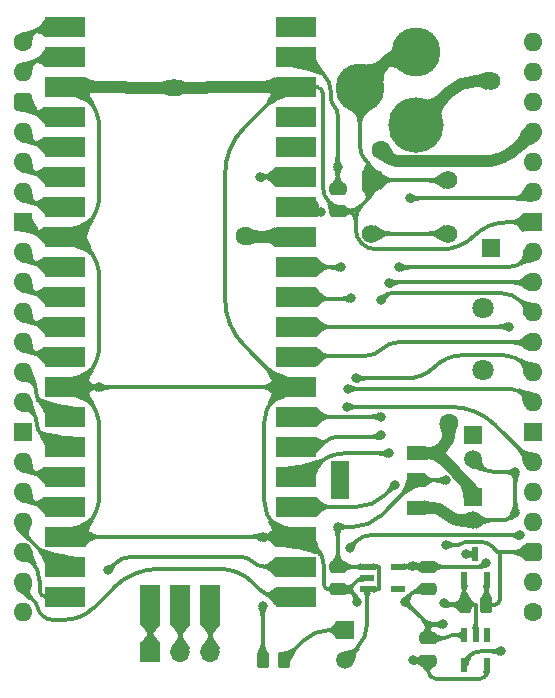
<source format=gtl>
%TF.GenerationSoftware,KiCad,Pcbnew,8.0.7*%
%TF.CreationDate,2025-03-02T19:23:58+02:00*%
%TF.ProjectId,Pico,5069636f-2e6b-4696-9361-645f70636258,V0*%
%TF.SameCoordinates,Original*%
%TF.FileFunction,Copper,L1,Top*%
%TF.FilePolarity,Positive*%
%FSLAX46Y46*%
G04 Gerber Fmt 4.6, Leading zero omitted, Abs format (unit mm)*
G04 Created by KiCad (PCBNEW 8.0.7) date 2025-03-02 19:23:58*
%MOMM*%
%LPD*%
G01*
G04 APERTURE LIST*
G04 Aperture macros list*
%AMRoundRect*
0 Rectangle with rounded corners*
0 $1 Rounding radius*
0 $2 $3 $4 $5 $6 $7 $8 $9 X,Y pos of 4 corners*
0 Add a 4 corners polygon primitive as box body*
4,1,4,$2,$3,$4,$5,$6,$7,$8,$9,$2,$3,0*
0 Add four circle primitives for the rounded corners*
1,1,$1+$1,$2,$3*
1,1,$1+$1,$4,$5*
1,1,$1+$1,$6,$7*
1,1,$1+$1,$8,$9*
0 Add four rect primitives between the rounded corners*
20,1,$1+$1,$2,$3,$4,$5,0*
20,1,$1+$1,$4,$5,$6,$7,0*
20,1,$1+$1,$6,$7,$8,$9,0*
20,1,$1+$1,$8,$9,$2,$3,0*%
G04 Aperture macros list end*
%TA.AperFunction,ComponentPad*%
%ADD10C,4.150000*%
%TD*%
%TA.AperFunction,ComponentPad*%
%ADD11C,4.700000*%
%TD*%
%TA.AperFunction,SMDPad,CuDef*%
%ADD12RoundRect,0.250000X-0.475000X0.250000X-0.475000X-0.250000X0.475000X-0.250000X0.475000X0.250000X0*%
%TD*%
%TA.AperFunction,SMDPad,CuDef*%
%ADD13R,0.600000X1.250000*%
%TD*%
%TA.AperFunction,SMDPad,CuDef*%
%ADD14RoundRect,0.250000X0.475000X-0.250000X0.475000X0.250000X-0.475000X0.250000X-0.475000X-0.250000X0*%
%TD*%
%TA.AperFunction,ComponentPad*%
%ADD15C,1.500000*%
%TD*%
%TA.AperFunction,ComponentPad*%
%ADD16R,1.500000X1.500000*%
%TD*%
%TA.AperFunction,SMDPad,CuDef*%
%ADD17R,1.700000X3.500000*%
%TD*%
%TA.AperFunction,SMDPad,CuDef*%
%ADD18R,3.500000X1.700000*%
%TD*%
%TA.AperFunction,SMDPad,CuDef*%
%ADD19R,1.150000X0.600000*%
%TD*%
%TA.AperFunction,SMDPad,CuDef*%
%ADD20R,1.500000X3.300000*%
%TD*%
%TA.AperFunction,SMDPad,CuDef*%
%ADD21R,1.500000X1.200000*%
%TD*%
%TA.AperFunction,ComponentPad*%
%ADD22C,1.575000*%
%TD*%
%TA.AperFunction,ComponentPad*%
%ADD23R,1.575000X1.575000*%
%TD*%
%TA.AperFunction,ComponentPad*%
%ADD24O,1.600000X1.600000*%
%TD*%
%TA.AperFunction,ComponentPad*%
%ADD25R,1.600000X1.600000*%
%TD*%
%TA.AperFunction,ComponentPad*%
%ADD26RoundRect,0.400000X-0.400000X-0.400000X0.400000X-0.400000X0.400000X0.400000X-0.400000X0.400000X0*%
%TD*%
%TA.AperFunction,ComponentPad*%
%ADD27C,1.600000*%
%TD*%
%TA.AperFunction,SMDPad,CuDef*%
%ADD28RoundRect,0.250000X-0.262500X-0.450000X0.262500X-0.450000X0.262500X0.450000X-0.262500X0.450000X0*%
%TD*%
%TA.AperFunction,ComponentPad*%
%ADD29C,1.800000*%
%TD*%
%TA.AperFunction,ComponentPad*%
%ADD30RoundRect,0.400000X0.400000X0.400000X-0.400000X0.400000X-0.400000X-0.400000X0.400000X-0.400000X0*%
%TD*%
%TA.AperFunction,ComponentPad*%
%ADD31O,1.700000X1.700000*%
%TD*%
%TA.AperFunction,ComponentPad*%
%ADD32R,1.700000X1.700000*%
%TD*%
%TA.AperFunction,ViaPad*%
%ADD33C,0.800000*%
%TD*%
%TA.AperFunction,ViaPad*%
%ADD34C,1.400000*%
%TD*%
%TA.AperFunction,ViaPad*%
%ADD35C,1.600000*%
%TD*%
%TA.AperFunction,Conductor*%
%ADD36C,0.380000*%
%TD*%
%TA.AperFunction,Conductor*%
%ADD37C,1.000000*%
%TD*%
G04 APERTURE END LIST*
D10*
%TO.P,J1,SHL2,GND*%
%TO.N,/GND*%
X33274000Y-838800D03*
%TO.P,J1,SHL1,GND*%
X28574000Y-3838800D03*
D11*
%TO.P,J1,INNER,VCC*%
%TO.N,/12V Source*%
X33274000Y-7038800D03*
%TD*%
D12*
%TO.P,C1,2*%
%TO.N,/GND*%
X26670001Y-14304000D03*
%TO.P,C1,1*%
%TO.N,/5V*%
X26670001Y-12404000D03*
%TD*%
%TO.P,C3,2*%
%TO.N,/GND*%
X34290000Y-46308001D03*
%TO.P,C3,1*%
%TO.N,/3.3V*%
X34290000Y-44408001D03*
%TD*%
D13*
%TO.P,IC3,3,GND*%
%TO.N,/GND*%
X38325001Y-43335999D03*
%TO.P,IC3,2,5V*%
%TO.N,/5V*%
X39275001Y-45435999D03*
%TO.P,IC3,1,~{RST}*%
%TO.N,/~{Reset}*%
X37375001Y-45435999D03*
%TD*%
D14*
%TO.P,C6,2*%
%TO.N,/GND*%
X34290000Y-50472001D03*
%TO.P,C6,1*%
%TO.N,/3.3V*%
X34290000Y-52372001D03*
%TD*%
D15*
%TO.P,C4,2*%
%TO.N,/GND*%
X38100000Y-40481000D03*
D16*
%TO.P,C4,1*%
%TO.N,/12V*%
X38100000Y-38481000D03*
%TD*%
D17*
%TO.P,U1,43,SWDIO*%
%TO.N,Net-(J4-Pin_3)*%
X15896790Y-47599159D03*
%TO.P,U1,42,GND*%
%TO.N,Net-(J4-Pin_2)*%
X13356790Y-47599159D03*
%TO.P,U1,41,SWCLK*%
%TO.N,Net-(J4-Pin_1)*%
X10816790Y-47599159D03*
D18*
%TO.P,U1,40,VBUS*%
%TO.N,unconnected-(U1-VBUS-Pad40)*%
X23146790Y1330841D03*
%TO.P,U1,39,VSYS*%
%TO.N,/5V*%
X23146790Y-1209159D03*
%TO.P,U1,38,GND*%
%TO.N,/GND*%
X23146790Y-3749159D03*
%TO.P,U1,37,3V3_EN*%
%TO.N,unconnected-(U1-3V3_EN-Pad37)*%
X23146790Y-6289159D03*
%TO.P,U1,36,3V3*%
%TO.N,unconnected-(U1-3V3-Pad36)*%
X23146790Y-8829159D03*
%TO.P,U1,35,ADC_VREF*%
%TO.N,/ADC_VREF*%
X23146790Y-11369159D03*
%TO.P,U1,34,GPIO28_ADC2*%
%TO.N,/GPIO28*%
X23146790Y-13909159D03*
%TO.P,U1,33,AGND*%
%TO.N,/A_GND*%
X23146790Y-16449159D03*
%TO.P,U1,32,GPIO27_ADC1*%
%TO.N,/GPIO27*%
X23146790Y-18989159D03*
%TO.P,U1,31,GPIO26_ADC0*%
%TO.N,/GPIO26*%
X23146790Y-21529159D03*
%TO.P,U1,30,RUN*%
%TO.N,/Run*%
X23146790Y-24069159D03*
%TO.P,U1,29,GPIO22*%
%TO.N,/GPIO22*%
X23146790Y-26609159D03*
%TO.P,U1,28,GND*%
%TO.N,/GND*%
X23146790Y-29149159D03*
%TO.P,U1,27,GPIO21*%
%TO.N,/GPIO21*%
X23146790Y-31689159D03*
%TO.P,U1,26,GPIO20*%
%TO.N,/GPIO20*%
X23146790Y-34229159D03*
%TO.P,U1,25,GPIO19*%
%TO.N,/GPIO19*%
X23146790Y-36769159D03*
%TO.P,U1,24,GPIO18*%
%TO.N,/GPIO18*%
X23146790Y-39309159D03*
%TO.P,U1,23,GND*%
%TO.N,/GND*%
X23146790Y-41849159D03*
%TO.P,U1,22,GPIO17*%
%TO.N,/GPIO17*%
X23146790Y-44389159D03*
%TO.P,U1,21,GPIO16*%
%TO.N,/GPIO16*%
X23146790Y-46929159D03*
%TO.P,U1,20,GPIO15*%
%TO.N,/GPIO15*%
X3566790Y-46929159D03*
%TO.P,U1,19,GPIO14*%
%TO.N,/GPIO14*%
X3566790Y-44389159D03*
%TO.P,U1,18,GND*%
%TO.N,/GND*%
X3566790Y-41849159D03*
%TO.P,U1,17,GPIO13*%
%TO.N,/GPIO13*%
X3566790Y-39309159D03*
%TO.P,U1,16,GPIO12*%
%TO.N,/GPIO12*%
X3566790Y-36769159D03*
%TO.P,U1,15,GPIO11*%
%TO.N,/GPIO11*%
X3566790Y-34229159D03*
%TO.P,U1,14,GPIO10*%
%TO.N,/GPIO10*%
X3566790Y-31689159D03*
%TO.P,U1,13,GND*%
%TO.N,/GND*%
X3566790Y-29149159D03*
%TO.P,U1,12,GPIO9*%
%TO.N,/GPIO9*%
X3566790Y-26609159D03*
%TO.P,U1,11,GPIO8*%
%TO.N,/GPIO8*%
X3566790Y-24069159D03*
%TO.P,U1,10,GPIO7*%
%TO.N,/GPIO7*%
X3566790Y-21529159D03*
%TO.P,U1,9,GPIO6*%
%TO.N,/GPIO6*%
X3566790Y-18989159D03*
%TO.P,U1,8,GND*%
%TO.N,/GND*%
X3566790Y-16449159D03*
%TO.P,U1,7,GPIO5*%
%TO.N,/GPIO5*%
X3566790Y-13909159D03*
%TO.P,U1,6,GPIO4*%
%TO.N,/GPIO4*%
X3566790Y-11369159D03*
%TO.P,U1,5,GPIO3*%
%TO.N,/GPIO3*%
X3566790Y-8829159D03*
%TO.P,U1,4,GPIO2*%
%TO.N,/GPIO2*%
X3566790Y-6289159D03*
%TO.P,U1,3,GND*%
%TO.N,/GND*%
X3566790Y-3749159D03*
%TO.P,U1,2,GPIO1*%
%TO.N,/GPIO1*%
X3566790Y-1209159D03*
%TO.P,U1,1,GPIO0*%
%TO.N,/GPIO0*%
X3566790Y1330841D03*
%TD*%
D19*
%TO.P,IC1,5,3.3VOut*%
%TO.N,/3.3V*%
X31780000Y-44392001D03*
%TO.P,IC1,4,ADJ*%
%TO.N,unconnected-(IC1-ADJ-Pad4)*%
X31780000Y-46292001D03*
%TO.P,IC1,3,EN*%
%TO.N,/5V*%
X29180000Y-46292001D03*
%TO.P,IC1,2,GND*%
%TO.N,/GND*%
X29180000Y-45342001D03*
%TO.P,IC1,1,6VIn*%
%TO.N,/5V*%
X29180000Y-44392001D03*
%TD*%
D20*
%TO.P,IC2,4,N.C*%
%TO.N,unconnected-(IC2-N.C-Pad4)*%
X26899000Y-37087001D03*
D21*
%TO.P,IC2,3,15VIn*%
%TO.N,/12V*%
X33299000Y-34787001D03*
%TO.P,IC2,2,5.0VOut*%
%TO.N,/5V*%
X33299000Y-37087001D03*
%TO.P,IC2,1,GND*%
%TO.N,/GND*%
X33299000Y-39387001D03*
%TD*%
D22*
%TO.P,S2,4,N2*%
%TO.N,/~{Reset}*%
X36016000Y-16186999D03*
%TO.P,S2,3,N1*%
X29516000Y-16186999D03*
%TO.P,S2,2,C2*%
%TO.N,/GND*%
X36016000Y-11686999D03*
D23*
%TO.P,S2,1,C1*%
X29516000Y-11686999D03*
%TD*%
D12*
%TO.P,C2,2*%
%TO.N,/GND*%
X26670000Y-46308000D03*
%TO.P,C2,1*%
%TO.N,/5V*%
X26670000Y-44408000D03*
%TD*%
D22*
%TO.P,D1,2*%
%TO.N,/12V Source*%
X39624000Y-3302000D03*
D23*
%TO.P,D1,1*%
%TO.N,/12V Forward*%
X39624000Y-17402000D03*
%TD*%
D24*
%TO.P,J2,20,Pin_20*%
%TO.N,/GPIO17*%
X0Y-48260000D03*
%TO.P,J2,19,Pin_19*%
%TO.N,/GPIO16*%
X0Y-45720000D03*
%TO.P,J2,18,Pin_18*%
%TO.N,/GPIO15*%
X0Y-43180000D03*
%TO.P,J2,17,Pin_17*%
%TO.N,/GPIO14*%
X0Y-40640000D03*
%TO.P,J2,16,Pin_16*%
%TO.N,/GPIO13*%
X0Y-38100000D03*
%TO.P,J2,15,Pin_15*%
%TO.N,/GPIO12*%
X0Y-35560000D03*
D25*
%TO.P,J2,14,Pin_14*%
%TO.N,/GND*%
X0Y-33020000D03*
D24*
%TO.P,J2,13,Pin_13*%
%TO.N,/GPIO11*%
X0Y-30480000D03*
%TO.P,J2,12,Pin_12*%
%TO.N,/GPIO10*%
X0Y-27940000D03*
%TO.P,J2,11,Pin_11*%
%TO.N,/GPIO9*%
X0Y-25400000D03*
%TO.P,J2,10,Pin_10*%
%TO.N,/GPIO8*%
X0Y-22860000D03*
%TO.P,J2,9,Pin_9*%
%TO.N,/GPIO7*%
X0Y-20320000D03*
%TO.P,J2,8,Pin_8*%
%TO.N,/GPIO6*%
X0Y-17780000D03*
D25*
%TO.P,J2,7,Pin_7*%
%TO.N,/GND*%
X0Y-15240000D03*
D24*
%TO.P,J2,6,Pin_6*%
%TO.N,/GPIO5*%
X0Y-12700000D03*
%TO.P,J2,5,Pin_5*%
%TO.N,/GPIO4*%
X0Y-10160000D03*
%TO.P,J2,4,Pin_4*%
%TO.N,/GPIO3*%
X0Y-7620000D03*
D26*
%TO.P,J2,3,Pin_3*%
%TO.N,/GPIO2*%
X0Y-5080000D03*
D24*
%TO.P,J2,2,Pin_2*%
%TO.N,/GPIO1*%
X0Y-2540000D03*
D27*
%TO.P,J2,1,Pin_1*%
%TO.N,/GPIO0*%
X0Y0D03*
%TD*%
D28*
%TO.P,R1,2*%
%TO.N,Net-(LED1-K)*%
X22143290Y-52277160D03*
%TO.P,R1,1*%
%TO.N,/GND*%
X20318290Y-52277160D03*
%TD*%
D29*
%TO.P,S1,2,2*%
%TO.N,/12V Forward*%
X38989000Y-22482000D03*
%TO.P,S1,1,1*%
%TO.N,/12V*%
X38989000Y-27782000D03*
%TD*%
D15*
%TO.P,LED1,2,A*%
%TO.N,/5V*%
X27326790Y-52287159D03*
D16*
%TO.P,LED1,1,K*%
%TO.N,Net-(LED1-K)*%
X27326790Y-49747159D03*
%TD*%
D24*
%TO.P,J3,20,Pin_20*%
%TO.N,/12V*%
X43180000Y0D03*
%TO.P,J3,19,Pin_19*%
%TO.N,unconnected-(J3-Pin_19-Pad19)*%
X43180000Y-2540000D03*
%TO.P,J3,18,Pin_18*%
%TO.N,/3.3V*%
X43180000Y-5080000D03*
%TO.P,J3,17,Pin_17*%
%TO.N,/A_GND*%
X43180000Y-7620000D03*
%TO.P,J3,16,Pin_16*%
%TO.N,unconnected-(J3-Pin_16-Pad16)*%
X43180000Y-10160000D03*
%TO.P,J3,15,Pin_15*%
%TO.N,/GPIO18*%
X43180000Y-12700000D03*
D25*
%TO.P,J3,14,Pin_14*%
%TO.N,/GND*%
X43180000Y-15240000D03*
D24*
%TO.P,J3,13,Pin_13*%
%TO.N,/GPIO19*%
X43180000Y-17780000D03*
%TO.P,J3,12,Pin_12*%
%TO.N,/GPIO20*%
X43180000Y-20320000D03*
%TO.P,J3,11,Pin_11*%
%TO.N,/GPIO21*%
X43180000Y-22860000D03*
%TO.P,J3,10,Pin_10*%
%TO.N,/GPIO22*%
X43180000Y-25400000D03*
%TO.P,J3,9,Pin_9*%
%TO.N,/GPIO26*%
X43180000Y-27940000D03*
%TO.P,J3,8,Pin_8*%
%TO.N,/GPIO27*%
X43180000Y-30480000D03*
D25*
%TO.P,J3,7,Pin_7*%
%TO.N,/GND*%
X43180000Y-33020000D03*
D24*
%TO.P,J3,6,Pin_6*%
%TO.N,/GPIO28*%
X43180000Y-35560000D03*
%TO.P,J3,5,Pin_5*%
%TO.N,/Run*%
X43180000Y-38100000D03*
%TO.P,J3,4,Pin_4*%
%TO.N,unconnected-(J3-Pin_4-Pad4)*%
X43180000Y-40640000D03*
D30*
%TO.P,J3,3,Pin_3*%
%TO.N,/5V*%
X43180000Y-43180000D03*
D24*
%TO.P,J3,2,Pin_2*%
%TO.N,/ADC_VREF*%
X43180000Y-45720000D03*
D27*
%TO.P,J3,1,Pin_1*%
%TO.N,unconnected-(J3-Pin_1-Pad1)*%
X43180000Y-48260000D03*
%TD*%
D28*
%TO.P,R2,2*%
%TO.N,/5V*%
X39266501Y-47618000D03*
%TO.P,R2,1*%
%TO.N,/~{Reset}*%
X37441501Y-47618000D03*
%TD*%
D15*
%TO.P,C5,2*%
%TO.N,/GND*%
X38100000Y-35274000D03*
D16*
%TO.P,C5,1*%
%TO.N,/5V*%
X38100000Y-33274000D03*
%TD*%
D31*
%TO.P,J4,3,Pin_3*%
%TO.N,Net-(J4-Pin_3)*%
X15896790Y-51649161D03*
%TO.P,J4,2,Pin_2*%
%TO.N,Net-(J4-Pin_2)*%
X13356790Y-51649161D03*
D32*
%TO.P,J4,1,Pin_1*%
%TO.N,Net-(J4-Pin_1)*%
X10816790Y-51649161D03*
%TD*%
D13*
%TO.P,IC4,5,3V*%
%TO.N,/3.3V*%
X39304001Y-52688001D03*
%TO.P,IC4,4,Y*%
%TO.N,/Run*%
X37404001Y-52688001D03*
%TO.P,IC4,3,GND*%
%TO.N,/GND*%
X37404001Y-50188001D03*
%TO.P,IC4,2,A*%
%TO.N,/~{Reset}*%
X38354001Y-50188001D03*
%TO.P,IC4,1,n.c.*%
%TO.N,unconnected-(IC4-n.c.-Pad1)*%
X39304001Y-50188001D03*
%TD*%
D33*
%TO.N,/GND*%
X37494009Y-43335999D03*
D34*
X12789661Y-3838800D03*
D33*
%TO.N,/5V*%
X26670000Y-41020996D03*
X35802178Y-37095822D03*
X35828006Y-42544998D03*
X26670001Y-10541000D03*
%TO.N,/GND*%
X41719500Y-39814500D03*
X41719500Y-36385506D03*
X28320992Y-47370996D03*
X32385000Y-47370996D03*
X35559994Y-49276000D03*
X20320000Y-41910000D03*
X20320000Y-47752000D03*
X6477000Y-29210000D03*
%TO.N,/3.3V*%
X33020000Y-52324000D03*
X33020000Y-44323000D03*
X39243001Y-44069001D03*
D35*
%TO.N,/12V*%
X36068000Y-32258000D03*
D33*
%TO.N,/~{Reset}*%
X35687000Y-47498000D03*
%TO.N,/Run*%
X40512994Y-51562000D03*
X41150000Y-24069159D03*
%TO.N,/GPIO17*%
X7239000Y-44704000D03*
%TO.N,/GPIO18*%
X31496000Y-37465000D03*
X32766000Y-13208000D03*
%TO.N,/GPIO19*%
X31877000Y-19050000D03*
X30988000Y-34798000D03*
%TO.N,/GPIO20*%
X30986512Y-20402216D03*
X30353000Y-33274000D03*
%TO.N,/GPIO21*%
X30341163Y-31689163D03*
X30352990Y-21844000D03*
%TO.N,/GPIO26*%
X27781301Y-21669733D03*
X28194000Y-28448000D03*
%TO.N,/GPIO27*%
X27559000Y-29337000D03*
X26924000Y-19050000D03*
D35*
%TO.N,/A_GND*%
X18796000Y-16383000D03*
X30353000Y-9144000D03*
D33*
%TO.N,/GPIO28*%
X27432000Y-30861000D03*
X25273000Y-14351010D03*
%TO.N,/ADC_VREF*%
X20066000Y-11430000D03*
X42137000Y-41740996D03*
X27686000Y-42799000D03*
%TD*%
D36*
%TO.N,/3.3V*%
X39304001Y-53262176D02*
G75*
G02*
X39112508Y-53724507I-653801J-24D01*
G01*
X34290000Y-53149509D02*
G75*
G03*
X34514503Y-53691497I766500J9D01*
G01*
X32985499Y-44357500D02*
G75*
G02*
X32902207Y-44392003I-83299J83300D01*
G01*
X33054500Y-44357500D02*
G75*
G03*
X33137792Y-44392004I83300J83300D01*
G01*
X34514500Y-53691500D02*
G75*
G03*
X35056490Y-53916004I542000J542000D01*
G01*
X39073501Y-44238501D02*
G75*
G02*
X38664291Y-44407998I-409201J409201D01*
G01*
X39112500Y-53724499D02*
G75*
G02*
X38650177Y-53915990I-462300J462299D01*
G01*
%TO.N,/GND*%
X25242579Y-3906579D02*
G75*
G02*
X25399972Y-4286626I-380079J-380021D01*
G01*
X25630500Y-46204500D02*
G75*
G03*
X25880371Y-46308012I249900J249900D01*
G01*
X25242579Y-3906579D02*
G75*
G03*
X24862532Y-3749128I-380079J-380021D01*
G01*
X41386250Y-40147750D02*
G75*
G02*
X40581713Y-40481006I-804550J804550D01*
G01*
X6477000Y-38417515D02*
G75*
G02*
X5471896Y-40844055I-3431660J5D01*
G01*
X34290000Y-49873998D02*
G75*
G03*
X33867146Y-48853146I-1443700J-2D01*
G01*
X34888002Y-49275996D02*
G75*
G03*
X34289996Y-49873998I-2J-598004D01*
G01*
X33867148Y-48853144D02*
G75*
G03*
X34888002Y-49275997I1020852J1020844D01*
G01*
X28197954Y-46899954D02*
G75*
G02*
X28320992Y-47196994I-297054J-297046D01*
G01*
D37*
X15745226Y-3749159D02*
G75*
G03*
X15637004Y-3793963I-26J-153041D01*
G01*
D36*
X40986446Y-15240000D02*
G75*
G03*
X38226986Y-16382986I-46J-3902400D01*
G01*
X29516000Y-12334499D02*
G75*
G02*
X29058147Y-13439851I-1563200J-1D01*
G01*
X24756895Y-42619264D02*
G75*
G02*
X25527028Y-44478461I-1859195J-1859236D01*
G01*
X25400000Y-12135972D02*
G75*
G03*
X26034992Y-13669007I2168000J-28D01*
G01*
X604579Y-15844579D02*
G75*
G03*
X2064163Y-16449162I1459591J1459589D01*
G01*
X6477000Y-25717515D02*
G75*
G02*
X5471896Y-28144055I-3431660J5D01*
G01*
D37*
X8746979Y-3793979D02*
G75*
G03*
X8638773Y-3749182I-108179J-108221D01*
G01*
D36*
X18738792Y-7257156D02*
G75*
G03*
X17144994Y-11104912I3847708J-3847744D01*
G01*
X38655753Y-35829753D02*
G75*
G03*
X39997459Y-36385521I1341747J1341753D01*
G01*
X27432000Y-14304000D02*
G75*
G03*
X28732809Y-13765178I0J1839600D01*
G01*
X28194000Y-15065999D02*
G75*
G03*
X27432000Y-14304000I-762000J-1D01*
G01*
X28732815Y-13765184D02*
G75*
G03*
X28193990Y-15065999I1300785J-1300816D01*
G01*
X6477000Y-13017515D02*
G75*
G02*
X5471896Y-15444055I-3431660J5D01*
G01*
X33805499Y-46308001D02*
G75*
G03*
X32978403Y-46650592I1J-1169699D01*
G01*
X28875999Y-45342001D02*
G75*
G03*
X28357044Y-45556967I1J-733899D01*
G01*
X5471895Y-30154264D02*
G75*
G02*
X6477004Y-32580802I-2426545J-2426546D01*
G01*
D37*
X8746979Y-3793979D02*
G75*
G03*
X8855185Y-3838818I108221J108179D01*
G01*
D36*
X27138000Y-46308000D02*
G75*
G03*
X27936935Y-45977084I0J1129900D01*
G01*
X27936925Y-46638925D02*
G75*
G03*
X27138000Y-46307985I-798925J-798875D01*
G01*
X27936925Y-45977074D02*
G75*
G03*
X27936924Y-46638926I330875J-330926D01*
G01*
X5502315Y-17484684D02*
G75*
G02*
X6476997Y-19837781I-2353105J-2353096D01*
G01*
X32429899Y-47199100D02*
G75*
G03*
X32384999Y-47307498I108401J-108400D01*
G01*
X38227000Y-16383000D02*
G75*
G02*
X35467553Y-17526022I-2759500J2759500D01*
G01*
X29084665Y-10035665D02*
G75*
G02*
X29515991Y-11076999I-1041365J-1041335D01*
G01*
X21346895Y-30049054D02*
G75*
G03*
X20446985Y-32221592I2172505J-2172546D01*
G01*
X17145000Y-21793405D02*
G75*
G03*
X18738784Y-25641169I5441600J5D01*
G01*
X5471895Y-4754264D02*
G75*
G02*
X6477004Y-7180802I-2426545J-2426546D01*
G01*
X36029999Y-50330001D02*
G75*
G02*
X35687180Y-50471992I-342799J342801D01*
G01*
X20423862Y-41849159D02*
G75*
G03*
X20350444Y-41879603I38J-103841D01*
G01*
D37*
X35870000Y-39934000D02*
G75*
G03*
X37190574Y-40481010I1320600J1320600D01*
G01*
X15637020Y-3793979D02*
G75*
G02*
X15528814Y-3838817I-108220J108179D01*
G01*
D36*
X28194000Y-15826124D02*
G75*
G03*
X28691889Y-17028111I1699900J24D01*
G01*
X36372817Y-50188001D02*
G75*
G03*
X36029994Y-50329996I-17J-484799D01*
G01*
X20447000Y-38776725D02*
G75*
G03*
X21346896Y-40949263I3072440J5D01*
G01*
D37*
X35870000Y-39934000D02*
G75*
G03*
X34549426Y-39386990I-1320600J-1320600D01*
G01*
D36*
X20319145Y-47752855D02*
G75*
G03*
X20318301Y-47754919I2055J-2045D01*
G01*
X25527000Y-45954628D02*
G75*
G03*
X25630508Y-46204492I353400J28D01*
G01*
X28574000Y-8858905D02*
G75*
G03*
X29045002Y-9995998I1608100J5D01*
G01*
X28691882Y-17028118D02*
G75*
G03*
X29893875Y-17526010I1202018J1202018D01*
G01*
X20289579Y-41879579D02*
G75*
G03*
X20216137Y-41849126I-73479J-73421D01*
G01*
D37*
X32424000Y-838800D02*
G75*
G03*
X30972956Y-1439837I0J-2052100D01*
G01*
D36*
%TO.N,/5V*%
X30140000Y-44397001D02*
G75*
G03*
X30127928Y-44391989I-12100J-12099D01*
G01*
X37517603Y-42291000D02*
G75*
G03*
X37210999Y-42417997I-3J-433600D01*
G01*
X40348802Y-43180000D02*
G75*
G03*
X40322496Y-43243504I-2J-37200D01*
G01*
X40195500Y-43116500D02*
G75*
G03*
X40348802Y-43179999I153300J153300D01*
G01*
X30317833Y-40068167D02*
G75*
G02*
X28017502Y-41020986I-2300333J2300367D01*
G01*
X26389500Y-5434500D02*
G75*
G02*
X26670005Y-6111688I-677200J-677200D01*
G01*
X30140000Y-44397001D02*
G75*
G02*
X30145011Y-44409072I-12100J-12099D01*
G01*
X39814500Y-42735500D02*
G75*
G03*
X38741382Y-42291007I-1073100J-1073100D01*
G01*
X40386000Y-47191394D02*
G75*
G02*
X40259002Y-47498002I-433600J-6D01*
G01*
X37211001Y-42417999D02*
G75*
G02*
X36904398Y-42544998I-306601J306599D01*
G01*
X35797767Y-37091411D02*
G75*
G03*
X35787119Y-37086999I-10667J-10689D01*
G01*
X40322500Y-43243500D02*
G75*
G02*
X40385999Y-43396802I-153300J-153300D01*
G01*
X30145000Y-46274929D02*
G75*
G02*
X30139991Y-46286992I-17100J29D01*
G01*
X40259000Y-47498000D02*
G75*
G02*
X39952394Y-47624998I-306600J306600D01*
G01*
X29180000Y-49123531D02*
G75*
G02*
X28253395Y-51360554I-3163630J1D01*
G01*
X25464602Y-2686971D02*
G75*
G02*
X26109014Y-4242684I-1555702J-1555729D01*
G01*
X30140000Y-46287001D02*
G75*
G02*
X30127928Y-46292013I-12100J12101D01*
G01*
X26109000Y-4757312D02*
G75*
G03*
X26389504Y-5434496I957700J12D01*
G01*
X40322500Y-43243500D02*
X40195500Y-43116500D01*
X26670001Y-10604500D02*
X26670001Y-10731500D01*
%TO.N,/ADC_VREF*%
X29543332Y-41711000D02*
G75*
G03*
X28229991Y-42254991I-32J-1857300D01*
G01*
X20169862Y-11369159D02*
G75*
G03*
X20096444Y-11399603I38J-103841D01*
G01*
X42122002Y-41725998D02*
G75*
G03*
X42085793Y-41711003I-36202J-36202D01*
G01*
%TO.N,/GPIO28*%
X40074792Y-32454792D02*
G75*
G03*
X36227036Y-30860989I-3847792J-3847808D01*
G01*
D37*
%TO.N,/A_GND*%
X41945600Y-8854400D02*
G75*
G02*
X38965494Y-10088798I-2980100J2980100D01*
G01*
X18829079Y-16416079D02*
G75*
G03*
X18908940Y-16449125I79821J79879D01*
G01*
X30825400Y-9616400D02*
G75*
G03*
X31965874Y-10088811I1140500J1140500D01*
G01*
D36*
%TO.N,/GPIO27*%
X42608500Y-29908500D02*
G75*
G03*
X41228776Y-29337010I-1379700J-1379700D01*
G01*
%TO.N,/GPIO26*%
X37248100Y-26492000D02*
G75*
G03*
X34887000Y-27470000I0J-3339100D01*
G01*
X42456000Y-27216000D02*
G75*
G03*
X40708109Y-26491996I-1747900J-1747900D01*
G01*
X27757667Y-21693366D02*
G75*
G02*
X27700611Y-21717004I-57067J57066D01*
G01*
X34887000Y-27470000D02*
G75*
G02*
X32525899Y-28448000I-2361100J2361100D01*
G01*
%TO.N,/GPIO21*%
X31466023Y-21192000D02*
G75*
G03*
X30678985Y-21517995I-23J-1113000D01*
G01*
X42346000Y-22026000D02*
G75*
G03*
X40332545Y-21191952I-2013500J-2013400D01*
G01*
%TO.N,/GPIO20*%
X31126863Y-20320000D02*
G75*
G03*
X31027649Y-20361137I37J-140300D01*
G01*
X30289500Y-33337500D02*
G75*
G02*
X30136197Y-33400999I-153300J153300D01*
G01*
X26620596Y-33401000D02*
G75*
G03*
X25620934Y-33815093I4J-1413700D01*
G01*
X25620920Y-33815079D02*
G75*
G02*
X24621244Y-34229189I-999720J999679D01*
G01*
%TO.N,/GPIO19*%
X27301819Y-34798000D02*
G75*
G03*
X24922406Y-35783565I-19J-3365000D01*
G01*
X42545000Y-18415000D02*
G75*
G02*
X41011974Y-19049989I-1533000J1533000D01*
G01*
%TO.N,/GPIO18*%
X42926000Y-12954000D02*
G75*
G02*
X42312789Y-13207996I-613200J613200D01*
G01*
X30573920Y-38387079D02*
G75*
G02*
X28347823Y-39309180I-2226120J2226079D01*
G01*
%TO.N,/GPIO17*%
X9190223Y-43561000D02*
G75*
G03*
X7810493Y-44132493I-23J-1951200D01*
G01*
X19464079Y-43975079D02*
G75*
G03*
X20463755Y-44389189I999721J999679D01*
G01*
X19464079Y-43975079D02*
G75*
G03*
X18464403Y-43561011I-999679J-999721D01*
G01*
%TO.N,/GPIO16*%
X1090394Y-47445394D02*
G75*
G02*
X1270003Y-47879000I-433594J-433606D01*
G01*
X0Y-46037500D02*
G75*
G03*
X224507Y-46579505I766510J0D01*
G01*
X1270000Y-47879000D02*
G75*
G03*
X1449607Y-48312603I613200J0D01*
G01*
X1651000Y-48514000D02*
G75*
G03*
X2570815Y-48895005I919820J919810D01*
G01*
X19498457Y-45753079D02*
G75*
G03*
X16659150Y-44576998I-2839307J-2839301D01*
G01*
X6023559Y-47852388D02*
G75*
G02*
X3506474Y-48894998I-2517089J2517098D01*
G01*
X20118661Y-46373283D02*
G75*
G03*
X21460663Y-46929190I1342039J1341983D01*
G01*
X11552912Y-44577000D02*
G75*
G03*
X7705160Y-46170796I-12J-5441500D01*
G01*
%TO.N,/GPIO22*%
X31796223Y-25400000D02*
G75*
G03*
X30416493Y-25971493I-23J-1951200D01*
G01*
X30416500Y-25971500D02*
G75*
G02*
X29036776Y-26542990I-1379700J1379700D01*
G01*
D37*
%TO.N,/12V Source*%
X38317400Y-3302000D02*
G75*
G03*
X36086897Y-4225908I0J-3154400D01*
G01*
D36*
%TO.N,/GPIO8*%
X604579Y-23464579D02*
G75*
G03*
X2064163Y-24069162I1459591J1459589D01*
G01*
%TO.N,/GPIO9*%
X604579Y-26004579D02*
G75*
G03*
X2064163Y-26609162I1459591J1459589D01*
G01*
%TO.N,/GPIO10*%
X1143000Y-29594184D02*
G75*
G03*
X1504461Y-30466832I1234100J-6D01*
G01*
X781537Y-28721537D02*
G75*
G02*
X1143000Y-29594184I-872655J-872651D01*
G01*
%TO.N,/GPIO11*%
X1190000Y-32241500D02*
G75*
G03*
X1594112Y-33217110I1379720J0D01*
G01*
X785888Y-31265888D02*
G75*
G02*
X1190000Y-32241500I-975616J-975614D01*
G01*
%TO.N,/GPIO12*%
X604579Y-36164579D02*
G75*
G03*
X2064163Y-36769162I1459591J1459589D01*
G01*
%TO.N,/GPIO13*%
X604579Y-38704579D02*
G75*
G03*
X2064163Y-39309162I1459591J1459589D01*
G01*
%TO.N,/GPIO14*%
X0Y-41068542D02*
G75*
G03*
X303025Y-41800110I1034590J-2D01*
G01*
%TO.N,/GPIO15*%
X1426790Y-46438905D02*
G75*
G03*
X1570394Y-46785555I490210J5D01*
G01*
X1570382Y-46785567D02*
G75*
G03*
X1917043Y-46929162I346668J346667D01*
G01*
X713395Y-43893395D02*
G75*
G02*
X1426790Y-45615682I-1722294J-1722290D01*
G01*
%TO.N,Net-(LED1-K)*%
X26000040Y-49747159D02*
G75*
G03*
X23735120Y-50685295I-40J-3203041D01*
G01*
%TO.N,/Run*%
X38771395Y-51562000D02*
G75*
G03*
X37804503Y-51962502I5J-1367400D01*
G01*
%TO.N,/GPIO7*%
X604579Y-20924579D02*
G75*
G03*
X2064163Y-21529162I1459591J1459589D01*
G01*
%TO.N,/GPIO4*%
X604579Y-10764579D02*
G75*
G03*
X2064163Y-11369162I1459591J1459589D01*
G01*
%TO.N,/GPIO5*%
X604579Y-13304579D02*
G75*
G03*
X2064163Y-13909162I1459591J1459589D01*
G01*
%TO.N,/GPIO6*%
X604579Y-18384579D02*
G75*
G03*
X2064163Y-18989162I1459591J1459589D01*
G01*
%TO.N,/~{Reset}*%
X38350500Y-47621500D02*
G75*
G02*
X38354050Y-47629951I-8400J-8500D01*
G01*
X38350500Y-47621500D02*
G75*
G03*
X38342049Y-47618021I-8400J-8400D01*
G01*
X35747000Y-47558000D02*
G75*
G03*
X35891852Y-47618020I144900J144900D01*
G01*
%TO.N,/GPIO3*%
X604579Y-8224579D02*
G75*
G03*
X2064163Y-8829162I1459591J1459589D01*
G01*
%TO.N,/GPIO2*%
X604579Y-5684579D02*
G75*
G03*
X2064163Y-6289162I1459591J1459589D01*
G01*
%TO.N,/GPIO1*%
X2271887Y-1209159D02*
G75*
G03*
X665421Y-1874580I3J-2271891D01*
G01*
%TO.N,/GPIO0*%
X2271887Y1330841D02*
G75*
G03*
X665420Y665420I3J-2271891D01*
G01*
D37*
%TO.N,/12V*%
X36068000Y-33047459D02*
G75*
G02*
X35558512Y-34277513I-1739500J-41D01*
G01*
X34328458Y-34787001D02*
G75*
G03*
X35558512Y-34277513I42J1739501D01*
G01*
X35558500Y-35296501D02*
G75*
G03*
X34328458Y-34787018I-1230000J-1229999D01*
G01*
X35558500Y-34277501D02*
G75*
G03*
X35558501Y-35296500I509500J-509499D01*
G01*
X37872665Y-37610666D02*
G75*
G02*
X38099990Y-38159500I-548865J-548834D01*
G01*
D36*
%TO.N,/GND*%
X24862532Y-3749159D02*
X22246790Y-3749159D01*
X25400000Y-4286626D02*
X25400000Y-12135972D01*
%TO.N,/GPIO16*%
X21460663Y-46929159D02*
X22246790Y-46929159D01*
X19498457Y-45753079D02*
X20118661Y-46373283D01*
X16659150Y-44577000D02*
X11552912Y-44577000D01*
X2570815Y-48895000D02*
X3506474Y-48895000D01*
X6023559Y-47852388D02*
X7705156Y-46170792D01*
X1090394Y-47445394D02*
X224506Y-46579506D01*
X1449605Y-48312605D02*
X1651000Y-48514000D01*
%TO.N,/GPIO15*%
X713395Y-43893395D02*
X0Y-43180000D01*
X1426790Y-46438905D02*
X1426790Y-45615682D01*
X1917043Y-46929159D02*
X2726790Y-46929159D01*
%TO.N,/GND*%
X26035000Y-13668999D02*
X26670001Y-14304000D01*
%TO.N,/3.3V*%
X35056490Y-53916000D02*
X38650177Y-53916000D01*
X34290000Y-53149509D02*
X34290000Y-52372001D01*
X39304001Y-53262176D02*
X39304001Y-52688001D01*
%TO.N,/GND*%
X25527000Y-44478461D02*
X25527000Y-45954628D01*
X24756895Y-42619264D02*
X23986790Y-41849159D01*
X25880371Y-46308000D02*
X26670000Y-46308000D01*
X37494009Y-43335999D02*
X38325001Y-43335999D01*
X35559990Y-49275996D02*
X35559994Y-49276000D01*
X34888002Y-49275996D02*
X35559990Y-49275996D01*
%TO.N,/Run*%
X40512994Y-51562000D02*
X38771395Y-51562000D01*
X37804501Y-51962500D02*
X37404001Y-52363001D01*
%TO.N,/GND*%
X29084665Y-10035665D02*
X29045000Y-9996000D01*
X28574000Y-3838800D02*
X28574000Y-8858905D01*
X29058147Y-13439851D02*
X28732815Y-13765184D01*
X29516000Y-12334499D02*
X29516000Y-11686999D01*
X27432000Y-14304000D02*
X26670001Y-14304000D01*
X35467553Y-17526000D02*
X29893875Y-17526000D01*
X28194000Y-15065999D02*
X28194000Y-15826124D01*
X40986446Y-15240000D02*
X43180000Y-15240000D01*
%TO.N,/Run*%
X41150000Y-24069159D02*
X22246790Y-24069159D01*
%TO.N,/GPIO21*%
X30341159Y-31689159D02*
X30341163Y-31689163D01*
X30341159Y-31689159D02*
X22246790Y-31689159D01*
%TO.N,/GND*%
X38655753Y-35829753D02*
X38100000Y-35274000D01*
X39997459Y-36385506D02*
X41719500Y-36385506D01*
X41719500Y-39814500D02*
X41719500Y-36385506D01*
X40581713Y-40481000D02*
X38100000Y-40481000D01*
X41386250Y-40147750D02*
X41719500Y-39814500D01*
%TO.N,/5V*%
X40386000Y-47191394D02*
X40386000Y-43396802D01*
X39952394Y-47625000D02*
X39273501Y-47625000D01*
X37517603Y-42291000D02*
X38741382Y-42291000D01*
X35828006Y-42544998D02*
X36904398Y-42544998D01*
X40195500Y-43116500D02*
X39814500Y-42735500D01*
%TO.N,/ADC_VREF*%
X42137000Y-41740996D02*
X42122002Y-41725998D01*
X29543332Y-41711000D02*
X42085793Y-41711000D01*
X28230000Y-42255000D02*
X27686000Y-42799000D01*
D37*
%TO.N,/GND*%
X38100000Y-40481000D02*
X37190574Y-40481000D01*
X34549426Y-39387001D02*
X33299000Y-39387001D01*
%TO.N,/12V*%
X36068000Y-33047459D02*
X36068000Y-32258000D01*
D36*
%TO.N,/5V*%
X26670001Y-6111688D02*
X26670001Y-10541000D01*
X26109000Y-4242684D02*
X26109000Y-4757312D01*
X25464602Y-2686971D02*
X23986790Y-1209159D01*
D37*
%TO.N,/GND*%
X8855185Y-3838800D02*
X12789661Y-3838800D01*
X8638773Y-3749159D02*
X4466790Y-3749159D01*
X12789661Y-3838800D02*
X15528814Y-3838800D01*
X15745226Y-3749159D02*
X22246790Y-3749159D01*
X28574000Y-3838800D02*
X30972959Y-1439840D01*
D36*
X22246790Y-3749159D02*
X18738792Y-7257156D01*
X17145000Y-11104912D02*
X17145000Y-21793405D01*
X22246790Y-29149159D02*
X18738792Y-25641161D01*
X22246790Y-29149159D02*
X21346895Y-30049054D01*
X20447000Y-32221592D02*
X20447000Y-38776725D01*
X21346895Y-40949264D02*
X22246790Y-41849159D01*
X4466790Y-3749159D02*
X5471895Y-4754264D01*
X6477000Y-13017515D02*
X6477000Y-7180802D01*
X5471895Y-15444054D02*
X4466790Y-16449159D01*
X6477000Y-38417515D02*
X6477000Y-32580802D01*
X4466790Y-29149159D02*
X5471895Y-30154264D01*
X5471895Y-40844054D02*
X4466790Y-41849159D01*
X5471895Y-28144054D02*
X4466790Y-29149159D01*
X6477000Y-25717515D02*
X6477000Y-19837781D01*
X5502315Y-17484684D02*
X4527631Y-16510000D01*
%TO.N,/GPIO17*%
X20463755Y-44389159D02*
X22246790Y-44389159D01*
X9190223Y-43561000D02*
X18464403Y-43561000D01*
X7239000Y-44704000D02*
X7810500Y-44132500D01*
%TO.N,/GND*%
X20320000Y-41910000D02*
X20289579Y-41879579D01*
X20320000Y-41910000D02*
X20350420Y-41879579D01*
X4466790Y-41849159D02*
X20216137Y-41849159D01*
X20423862Y-41849159D02*
X22246790Y-41849159D01*
%TO.N,/5V*%
X26670001Y-10604500D02*
X26670001Y-10541000D01*
X26670000Y-44408000D02*
X29164001Y-44408000D01*
X26670000Y-41020996D02*
X26670000Y-44408000D01*
X29180000Y-46292001D02*
X29180000Y-49123531D01*
X39275001Y-45435999D02*
X39275001Y-47609500D01*
X28253395Y-51360554D02*
X27326790Y-52287159D01*
X30145000Y-44409072D02*
X30145000Y-46274929D01*
X30127928Y-44392001D02*
X29180000Y-44392001D01*
X40348802Y-43180000D02*
X43180000Y-43180000D01*
X26670001Y-10731500D02*
X26670001Y-12404000D01*
X33299000Y-37087001D02*
X35787119Y-37087001D01*
X29180000Y-46292001D02*
X30127928Y-46292001D01*
X35797767Y-37091411D02*
X35802178Y-37095822D01*
X30317833Y-40068167D02*
X33299000Y-37087001D01*
X28017502Y-41020996D02*
X26670000Y-41020996D01*
%TO.N,/GND*%
X36372817Y-50188001D02*
X37404001Y-50188001D01*
X20320000Y-47752000D02*
X20319145Y-47752855D01*
X35687180Y-50472001D02*
X34290000Y-50472001D01*
X33867148Y-48853144D02*
X32385000Y-47370996D01*
X20318290Y-47754919D02*
X20318290Y-52277160D01*
X6477000Y-29210000D02*
X22185949Y-29210000D01*
X28197954Y-46899954D02*
X27936925Y-46638925D01*
X29516000Y-11686999D02*
X36016000Y-11686999D01*
X6477000Y-29210000D02*
X4527631Y-29210000D01*
X32978405Y-46650594D02*
X32429899Y-47199100D01*
X34290000Y-49873998D02*
X34290000Y-50472001D01*
X28357038Y-45556961D02*
X27936925Y-45977074D01*
X32385000Y-47307498D02*
X32385000Y-47370996D01*
X28320992Y-47196994D02*
X28320992Y-47370996D01*
%TO.N,/3.3V*%
X32902207Y-44392001D02*
X31780000Y-44392001D01*
X32985499Y-44357500D02*
X33020000Y-44323000D01*
X33020000Y-52324000D02*
X34241999Y-52324000D01*
X39243001Y-44069001D02*
X39073501Y-44238501D01*
X33137792Y-44392001D02*
X34274000Y-44392001D01*
X33054500Y-44357500D02*
X33020000Y-44323000D01*
X38664291Y-44408001D02*
X34290000Y-44408001D01*
D37*
%TO.N,/12V*%
X38100000Y-38159500D02*
X38100000Y-38481000D01*
X34328458Y-34787001D02*
X33299000Y-34787001D01*
X35558500Y-35296501D02*
X37872665Y-37610666D01*
D36*
%TO.N,/GPIO0*%
X665420Y665420D02*
X0Y0D01*
%TO.N,/GPIO1*%
X665420Y-1874579D02*
X0Y-2540000D01*
%TO.N,/GPIO2*%
X604579Y-5684579D02*
X0Y-5080000D01*
%TO.N,/GPIO3*%
X604579Y-8224579D02*
X0Y-7620000D01*
%TO.N,/~{Reset}*%
X37375001Y-45435999D02*
X37375001Y-47551500D01*
X29516000Y-16186999D02*
X36016000Y-16186999D01*
X37441501Y-47618000D02*
X35891852Y-47618000D01*
X37441501Y-47618000D02*
X38342049Y-47618000D01*
X38354001Y-47629951D02*
X38354001Y-50188001D01*
X35687000Y-47498000D02*
X35747000Y-47558000D01*
%TO.N,/GPIO6*%
X604579Y-18384579D02*
X0Y-17780000D01*
%TO.N,/GPIO5*%
X604579Y-13304579D02*
X0Y-12700000D01*
%TO.N,/GPIO4*%
X604579Y-10764579D02*
X0Y-10160000D01*
%TO.N,/GPIO7*%
X604579Y-20924579D02*
X0Y-20320000D01*
%TO.N,Net-(J4-Pin_1)*%
X10816790Y-46699159D02*
X10816790Y-51649161D01*
%TO.N,Net-(J4-Pin_2)*%
X13356790Y-46699159D02*
X13356790Y-51649161D01*
%TO.N,Net-(J4-Pin_3)*%
X15896790Y-46699159D02*
X15896790Y-51649161D01*
%TO.N,Net-(LED1-K)*%
X23735137Y-50685312D02*
X22143290Y-52277160D01*
X26000040Y-49747159D02*
X27326790Y-49747159D01*
%TO.N,/GPIO14*%
X303025Y-41800110D02*
X2892074Y-44389159D01*
%TO.N,/GPIO13*%
X604579Y-38704579D02*
X0Y-38100000D01*
%TO.N,/GPIO12*%
X604579Y-36164579D02*
X0Y-35560000D01*
%TO.N,/GPIO11*%
X1594111Y-33217111D02*
X2606159Y-34229159D01*
X785888Y-31265888D02*
X0Y-30480000D01*
%TO.N,/GPIO10*%
X1504462Y-30466831D02*
X2726790Y-31689159D01*
X781537Y-28721537D02*
X0Y-27940000D01*
%TO.N,/GPIO9*%
X604579Y-26004579D02*
X0Y-25400000D01*
%TO.N,/GPIO8*%
X604579Y-23464579D02*
X0Y-22860000D01*
D37*
%TO.N,/12V Source*%
X36086894Y-4225905D02*
X33274000Y-7038800D01*
X38317400Y-3302000D02*
X39624000Y-3302000D01*
D36*
%TO.N,/GPIO22*%
X29036776Y-26543000D02*
X22312949Y-26543000D01*
X31796223Y-25400000D02*
X43180000Y-25400000D01*
%TO.N,/GPIO18*%
X31496000Y-37465000D02*
X30573920Y-38387079D01*
X28347823Y-39309159D02*
X22246790Y-39309159D01*
X32766000Y-13208000D02*
X42312789Y-13208000D01*
%TO.N,/GPIO19*%
X27301819Y-34798000D02*
X30988000Y-34798000D01*
X24922420Y-35783579D02*
X23936841Y-36769159D01*
X42545000Y-18415000D02*
X43180000Y-17780000D01*
X41011974Y-19050000D02*
X31877000Y-19050000D01*
%TO.N,/GPIO20*%
X30986512Y-20402216D02*
X31027620Y-20361108D01*
X30353000Y-33274000D02*
X30289500Y-33337500D01*
X31126863Y-20320000D02*
X43180000Y-20320000D01*
X30136197Y-33401000D02*
X26620596Y-33401000D01*
%TO.N,/GPIO21*%
X31466023Y-21192000D02*
X40332545Y-21192000D01*
X30678990Y-21518000D02*
X30352990Y-21844000D01*
X42346000Y-22026000D02*
X43180000Y-22860000D01*
%TO.N,/GPIO26*%
X27700611Y-21717000D02*
X22434631Y-21717000D01*
X27757667Y-21693366D02*
X27781301Y-21669733D01*
%TO.N,/GPIO27*%
X26924000Y-19050000D02*
X22307631Y-19050000D01*
D37*
%TO.N,/A_GND*%
X18796000Y-16383000D02*
X18829079Y-16416079D01*
X30353000Y-9144000D02*
X30825400Y-9616400D01*
X18908940Y-16449159D02*
X22246790Y-16449159D01*
X38965494Y-10088800D02*
X31965874Y-10088800D01*
X41945600Y-8854400D02*
X43180000Y-7620000D01*
D36*
%TO.N,/GPIO28*%
X25273000Y-14351010D02*
X22688641Y-14351010D01*
%TO.N,/ADC_VREF*%
X20066000Y-11430000D02*
X20096420Y-11399579D01*
X20169862Y-11369159D02*
X22246790Y-11369159D01*
%TO.N,/GPIO26*%
X37248100Y-26492000D02*
X40708109Y-26492000D01*
X42456000Y-27216000D02*
X43180000Y-27940000D01*
%TO.N,/GPIO27*%
X27559000Y-29337000D02*
X41228776Y-29337000D01*
X42608500Y-29908500D02*
X43180000Y-30480000D01*
%TO.N,/GPIO26*%
X28194000Y-28448000D02*
X32525899Y-28448000D01*
%TO.N,/GPIO28*%
X40074792Y-32454792D02*
X43180000Y-35560000D01*
X27432000Y-30861000D02*
X36227036Y-30861000D01*
%TO.N,/GND*%
X29516000Y-11076999D02*
X29516000Y-11686999D01*
%TD*%
%TA.AperFunction,Conductor*%
%TO.N,/3.3V*%
G36*
X39308361Y-52706272D02*
G01*
X39314234Y-52712667D01*
X39540222Y-53308032D01*
X39539955Y-53316983D01*
X39539608Y-53317689D01*
X39507577Y-53377757D01*
X39473040Y-53449129D01*
X39438518Y-53527063D01*
X39403975Y-53611652D01*
X39374659Y-53689043D01*
X39368524Y-53695565D01*
X39359573Y-53695839D01*
X39357218Y-53694626D01*
X39057452Y-53494333D01*
X39052505Y-53487023D01*
X39043597Y-53444846D01*
X39033695Y-53403531D01*
X39033694Y-53403525D01*
X39023796Y-53367788D01*
X39013898Y-53337613D01*
X39005924Y-53317783D01*
X39006016Y-53308830D01*
X39006219Y-53308381D01*
X39292749Y-52711753D01*
X39299420Y-52705780D01*
X39308361Y-52706272D01*
G37*
%TD.AperFunction*%
%TD*%
%TA.AperFunction,Conductor*%
%TO.N,/3.3V*%
G36*
X38968457Y-43794592D02*
G01*
X38969700Y-43795667D01*
X39240547Y-44065559D01*
X39243988Y-44073826D01*
X39243988Y-44073876D01*
X39243027Y-44458206D01*
X39239579Y-44466471D01*
X39232238Y-44469841D01*
X39071192Y-44482415D01*
X39071178Y-44482417D01*
X38951342Y-44514407D01*
X38951334Y-44514410D01*
X38849346Y-44552397D01*
X38848280Y-44552737D01*
X38730014Y-44584308D01*
X38727907Y-44584668D01*
X38569770Y-44597016D01*
X38561255Y-44594244D01*
X38557195Y-44586263D01*
X38557159Y-44585352D01*
X38557159Y-44227746D01*
X38560586Y-44219473D01*
X38566743Y-44216239D01*
X38692432Y-44193137D01*
X38766455Y-44126136D01*
X38792804Y-44070965D01*
X38793621Y-44069531D01*
X38813868Y-44039230D01*
X38818005Y-44018431D01*
X38818823Y-44015889D01*
X38865880Y-43912415D01*
X38867166Y-43910246D01*
X38952079Y-43796938D01*
X38959782Y-43792373D01*
X38968457Y-43794592D01*
G37*
%TD.AperFunction*%
%TD*%
%TA.AperFunction,Conductor*%
%TO.N,/GND*%
G36*
X28131316Y-46564969D02*
G01*
X28131456Y-46565112D01*
X28245975Y-46684572D01*
X28246368Y-46685003D01*
X28328782Y-46780026D01*
X28328986Y-46780268D01*
X28398170Y-46864530D01*
X28480876Y-46959888D01*
X28540545Y-47022132D01*
X28595927Y-47079904D01*
X28599178Y-47088248D01*
X28595775Y-47096253D01*
X28325138Y-47368246D01*
X28316873Y-47371694D01*
X28316823Y-47371694D01*
X27933664Y-47371018D01*
X27925397Y-47367577D01*
X27921985Y-47359297D01*
X27922023Y-47358386D01*
X27932690Y-47227929D01*
X27932850Y-47226737D01*
X27953577Y-47116107D01*
X27961892Y-47022135D01*
X27936077Y-46930234D01*
X27911746Y-46898905D01*
X27860850Y-46833370D01*
X27858482Y-46824734D01*
X27861817Y-46817922D01*
X28114771Y-46564968D01*
X28123043Y-46561542D01*
X28131316Y-46564969D01*
G37*
%TD.AperFunction*%
%TD*%
%TA.AperFunction,Conductor*%
%TO.N,/GND*%
G36*
X29524091Y-11695232D02*
G01*
X29524793Y-11695998D01*
X30167641Y-12464361D01*
X30170321Y-12472906D01*
X30166175Y-12480843D01*
X30165030Y-12481687D01*
X30020628Y-12575275D01*
X29865117Y-12710612D01*
X29709626Y-12880474D01*
X29554118Y-13084899D01*
X29405337Y-13313535D01*
X29397953Y-13318601D01*
X29389150Y-13316960D01*
X29388671Y-13316632D01*
X29093792Y-13102389D01*
X29089924Y-13097551D01*
X29084481Y-13084899D01*
X29018655Y-12931892D01*
X28946116Y-12784987D01*
X28873577Y-12659787D01*
X28873573Y-12659780D01*
X28801037Y-12556288D01*
X28735810Y-12482742D01*
X28732884Y-12474279D01*
X28736288Y-12466708D01*
X29507545Y-11695233D01*
X29515817Y-11691806D01*
X29524091Y-11695232D01*
G37*
%TD.AperFunction*%
%TD*%
%TA.AperFunction,Conductor*%
%TO.N,/GND*%
G36*
X24890142Y-42247399D02*
G01*
X24897810Y-42252023D01*
X24899270Y-42254652D01*
X25011380Y-42537131D01*
X25125966Y-42789241D01*
X25125974Y-42789257D01*
X25240551Y-43004736D01*
X25240562Y-43004754D01*
X25355146Y-43183640D01*
X25355147Y-43183641D01*
X25460488Y-43314440D01*
X25463009Y-43323033D01*
X25458715Y-43330891D01*
X25456453Y-43332320D01*
X25131931Y-43488608D01*
X25122990Y-43489110D01*
X25122649Y-43488985D01*
X25094644Y-43478199D01*
X25088155Y-43472028D01*
X25087375Y-43469568D01*
X25085657Y-43460928D01*
X25041342Y-43394607D01*
X24975021Y-43350292D01*
X24916538Y-43338659D01*
X24734480Y-43338659D01*
X24730276Y-43337877D01*
X24510592Y-43253274D01*
X24293601Y-43183640D01*
X23893826Y-43055349D01*
X23893818Y-43055347D01*
X23893812Y-43055345D01*
X23277032Y-42897017D01*
X23095764Y-42862123D01*
X22660262Y-42778289D01*
X22660245Y-42778286D01*
X22056384Y-42700815D01*
X22048614Y-42696363D01*
X22046268Y-42687721D01*
X22046492Y-42686496D01*
X22082106Y-42537131D01*
X22243863Y-41858716D01*
X22249114Y-41851467D01*
X22256989Y-41849864D01*
X24890142Y-42247399D01*
G37*
%TD.AperFunction*%
%TD*%
%TA.AperFunction,Conductor*%
%TO.N,/GND*%
G36*
X1823210Y-15601219D02*
G01*
X4427724Y-16436847D01*
X4434555Y-16442638D01*
X4435291Y-16451562D01*
X4429500Y-16458393D01*
X4426859Y-16459370D01*
X1823956Y-17078973D01*
X1815115Y-17077555D01*
X1812154Y-17074953D01*
X1790052Y-17047655D01*
X1637489Y-16859226D01*
X1458188Y-16672947D01*
X1278887Y-16521839D01*
X1099586Y-16405904D01*
X932081Y-16330454D01*
X925945Y-16323932D01*
X926218Y-16314981D01*
X926754Y-16313936D01*
X1107699Y-16000531D01*
X1114802Y-15995082D01*
X1115315Y-15994957D01*
X1251586Y-15965294D01*
X1392887Y-15910226D01*
X1534188Y-15830847D01*
X1675489Y-15727158D01*
X1811788Y-15603689D01*
X1820219Y-15600675D01*
X1823210Y-15601219D01*
G37*
%TD.AperFunction*%
%TD*%
%TA.AperFunction,Conductor*%
%TO.N,/GND*%
G36*
X804743Y-14850599D02*
G01*
X804968Y-14851076D01*
X952316Y-15182830D01*
X1104622Y-15489140D01*
X1256933Y-15758865D01*
X1256935Y-15758869D01*
X1409245Y-15991993D01*
X1409248Y-15991996D01*
X1409250Y-15991999D01*
X1502553Y-16112387D01*
X1558007Y-16183938D01*
X1560366Y-16192576D01*
X1560060Y-16194133D01*
X1466950Y-16541619D01*
X1461499Y-16548724D01*
X1452621Y-16549892D01*
X1450340Y-16549017D01*
X1299836Y-16472322D01*
X1117214Y-16379260D01*
X944214Y-16309402D01*
X771215Y-16239545D01*
X425217Y-16136430D01*
X425218Y-16136430D01*
X425214Y-16136429D01*
X425210Y-16136428D01*
X79224Y-16069916D01*
X79219Y-16069915D01*
X-53834Y-16058411D01*
X-252010Y-16041276D01*
X-259957Y-16037149D01*
X-262659Y-16028611D01*
X-262107Y-16025940D01*
X-2495Y-15244348D01*
X3362Y-15237581D01*
X789051Y-14845356D01*
X797982Y-14844728D01*
X804743Y-14850599D01*
G37*
%TD.AperFunction*%
%TD*%
%TA.AperFunction,Conductor*%
%TO.N,/GND*%
G36*
X33612127Y-45936438D02*
G01*
X34277457Y-46300116D01*
X34283073Y-46307091D01*
X34282111Y-46315994D01*
X34280325Y-46318443D01*
X33820979Y-46801709D01*
X33812796Y-46805344D01*
X33807244Y-46804102D01*
X33696679Y-46748526D01*
X33578357Y-46707141D01*
X33460038Y-46683844D01*
X33430454Y-46682542D01*
X33341713Y-46678636D01*
X33341710Y-46678636D01*
X33341704Y-46678636D01*
X33230136Y-46690782D01*
X33221541Y-46688271D01*
X33219404Y-46686028D01*
X33214033Y-46678636D01*
X33008564Y-46395827D01*
X33006475Y-46387121D01*
X33011154Y-46379485D01*
X33013310Y-46378246D01*
X33120873Y-46330895D01*
X33241709Y-46259100D01*
X33362545Y-46168704D01*
X33483381Y-46059709D01*
X33598020Y-45938658D01*
X33606197Y-45935008D01*
X33612127Y-45936438D01*
G37*
%TD.AperFunction*%
%TD*%
%TA.AperFunction,Conductor*%
%TO.N,/GND*%
G36*
X28610749Y-45184716D02*
G01*
X29173132Y-45339213D01*
X29180201Y-45344708D01*
X29181648Y-45349092D01*
X29215392Y-45628643D01*
X29212981Y-45637267D01*
X29205178Y-45641661D01*
X29203552Y-45641743D01*
X29104407Y-45639842D01*
X29071336Y-45639208D01*
X29071335Y-45639208D01*
X29071334Y-45639208D01*
X28925675Y-45643014D01*
X28925652Y-45643015D01*
X28780032Y-45653419D01*
X28780005Y-45653421D01*
X28779999Y-45653422D01*
X28779992Y-45653422D01*
X28779990Y-45653423D01*
X28634324Y-45670429D01*
X28494573Y-45693079D01*
X28485858Y-45691020D01*
X28484428Y-45689803D01*
X28231867Y-45437242D01*
X28228440Y-45428969D01*
X28231867Y-45420696D01*
X28235268Y-45418332D01*
X28269155Y-45402824D01*
X28296953Y-45390105D01*
X28296960Y-45390100D01*
X28296969Y-45390097D01*
X28373977Y-45348257D01*
X28450984Y-45299816D01*
X28527992Y-45244776D01*
X28600342Y-45186864D01*
X28608942Y-45184370D01*
X28610749Y-45184716D01*
G37*
%TD.AperFunction*%
%TD*%
%TA.AperFunction,Conductor*%
%TO.N,/GND*%
G36*
X27152659Y-45811640D02*
G01*
X27261984Y-45863600D01*
X27261993Y-45863603D01*
X27261996Y-45863605D01*
X27378993Y-45901408D01*
X27495990Y-45921406D01*
X27612987Y-45923600D01*
X27723071Y-45908913D01*
X27731723Y-45911215D01*
X27734083Y-45913633D01*
X27944953Y-46203884D01*
X27947043Y-46212592D01*
X27942364Y-46220227D01*
X27940383Y-46221388D01*
X27859023Y-46258870D01*
X27835209Y-46269841D01*
X27835207Y-46269841D01*
X27835203Y-46269844D01*
X27717089Y-46342856D01*
X27598958Y-46434479D01*
X27598953Y-46434484D01*
X27480843Y-46544688D01*
X27480827Y-46544704D01*
X27368799Y-46666876D01*
X27360682Y-46670658D01*
X27354728Y-46669323D01*
X27117898Y-46544701D01*
X26682878Y-46315789D01*
X26677153Y-46308905D01*
X26677973Y-46299988D01*
X26679843Y-46297379D01*
X27139159Y-45814145D01*
X27147340Y-45810511D01*
X27152659Y-45811640D01*
G37*
%TD.AperFunction*%
%TD*%
%TA.AperFunction,Conductor*%
%TO.N,/GND*%
G36*
X27368757Y-45949060D02*
G01*
X27480798Y-46071228D01*
X27480804Y-46071233D01*
X27480815Y-46071245D01*
X27561129Y-46146172D01*
X27598933Y-46181440D01*
X27717067Y-46273051D01*
X27835202Y-46346063D01*
X27940383Y-46394509D01*
X27946463Y-46401083D01*
X27946115Y-46410031D01*
X27944953Y-46412013D01*
X27734070Y-46702254D01*
X27726435Y-46706933D01*
X27723060Y-46706975D01*
X27656622Y-46698123D01*
X27612976Y-46692308D01*
X27612975Y-46692308D01*
X27495981Y-46694524D01*
X27495977Y-46694525D01*
X27378993Y-46714543D01*
X27261996Y-46752369D01*
X27261985Y-46752373D01*
X27152660Y-46804357D01*
X27143717Y-46804815D01*
X27139156Y-46801852D01*
X27092123Y-46752370D01*
X26679845Y-46318622D01*
X26676630Y-46310265D01*
X26680265Y-46302082D01*
X26682873Y-46300211D01*
X27354686Y-45946614D01*
X27363602Y-45945794D01*
X27368757Y-45949060D01*
G37*
%TD.AperFunction*%
%TD*%
%TA.AperFunction,Conductor*%
%TO.N,/GND*%
G36*
X29367165Y-10074442D02*
G01*
X29367381Y-10074751D01*
X29520276Y-10300993D01*
X29679938Y-10502596D01*
X29752793Y-10578779D01*
X29839596Y-10669546D01*
X29839599Y-10669548D01*
X29999261Y-10801849D01*
X29999263Y-10801850D01*
X29999264Y-10801851D01*
X30147496Y-10892510D01*
X30152765Y-10899750D01*
X30151372Y-10908596D01*
X30150461Y-10909882D01*
X29524770Y-11677764D01*
X29516888Y-11682013D01*
X29508309Y-11679443D01*
X29507432Y-11678650D01*
X28738880Y-10909882D01*
X28735921Y-10906922D01*
X28732495Y-10898648D01*
X28735076Y-10891321D01*
X28793437Y-10818753D01*
X28858374Y-10717240D01*
X28923311Y-10594959D01*
X28988248Y-10451910D01*
X29051935Y-10291248D01*
X29055933Y-10286097D01*
X29350823Y-10071852D01*
X29359529Y-10069763D01*
X29367165Y-10074442D01*
G37*
%TD.AperFunction*%
%TD*%
%TA.AperFunction,Conductor*%
%TO.N,/GND*%
G36*
X33253857Y-835119D02*
G01*
X33261563Y-839680D01*
X33263788Y-848354D01*
X33261167Y-854224D01*
X31957446Y-2407525D01*
X31949502Y-2411659D01*
X31941329Y-2409260D01*
X31824702Y-2319115D01*
X31824691Y-2319108D01*
X31625294Y-2197792D01*
X31625288Y-2197789D01*
X31380937Y-2108034D01*
X31120587Y-2105721D01*
X31120586Y-2105721D01*
X31120584Y-2105721D01*
X31120583Y-2105721D01*
X30880937Y-2242303D01*
X30872053Y-2243422D01*
X30866871Y-2240411D01*
X30174737Y-1548277D01*
X30171310Y-1540004D01*
X30174737Y-1531731D01*
X30175088Y-1531395D01*
X30472320Y-1260292D01*
X30472862Y-1259828D01*
X30756804Y-1032892D01*
X30994879Y-846317D01*
X31163001Y-688468D01*
X31233507Y-554780D01*
X31240398Y-549062D01*
X31245505Y-548656D01*
X33253857Y-835119D01*
G37*
%TD.AperFunction*%
%TD*%
%TA.AperFunction,Conductor*%
%TO.N,/A_GND*%
G36*
X30925837Y-8587706D02*
G01*
X30926807Y-8588809D01*
X31122603Y-8841777D01*
X31123943Y-8843969D01*
X31234228Y-9079071D01*
X31234253Y-9079184D01*
X31234276Y-9079174D01*
X31327398Y-9282766D01*
X31478832Y-9448903D01*
X31755393Y-9568898D01*
X31761619Y-9575334D01*
X31762037Y-9582659D01*
X31508972Y-10527049D01*
X31503521Y-10534154D01*
X31494643Y-10535322D01*
X31494172Y-10535185D01*
X31129000Y-10420726D01*
X31127763Y-10420260D01*
X30871844Y-10306961D01*
X30870854Y-10306466D01*
X30657158Y-10186539D01*
X30408173Y-10048962D01*
X30408144Y-10048947D01*
X30057080Y-9887798D01*
X30050991Y-9881232D01*
X30051145Y-9872703D01*
X30351144Y-9145900D01*
X30353688Y-9142091D01*
X30909292Y-8587687D01*
X30917568Y-8584270D01*
X30925837Y-8587706D01*
G37*
%TD.AperFunction*%
%TD*%
%TA.AperFunction,Conductor*%
%TO.N,/GPIO20*%
G36*
X24899552Y-33381870D02*
G01*
X24901736Y-33383324D01*
X25015173Y-33478853D01*
X25089088Y-33528673D01*
X25133549Y-33558641D01*
X25133552Y-33558643D01*
X25133554Y-33558644D01*
X25133557Y-33558646D01*
X25251940Y-33618539D01*
X25370324Y-33658532D01*
X25484932Y-33677983D01*
X25491373Y-33681375D01*
X25663202Y-33858718D01*
X25742311Y-33940366D01*
X25745607Y-33948692D01*
X25742049Y-33956910D01*
X25739403Y-33958836D01*
X25581865Y-34042639D01*
X25410594Y-34169088D01*
X25410587Y-34169094D01*
X25239335Y-34330866D01*
X25239326Y-34330876D01*
X25068059Y-34528002D01*
X24901205Y-34754477D01*
X24893538Y-34759105D01*
X24889488Y-34759009D01*
X22290251Y-34238697D01*
X22282812Y-34233713D01*
X22281076Y-34224928D01*
X22286060Y-34217489D01*
X22288968Y-34216087D01*
X24890629Y-33381136D01*
X24899552Y-33381870D01*
G37*
%TD.AperFunction*%
%TD*%
%TA.AperFunction,Conductor*%
%TO.N,/GPIO18*%
G36*
X42622606Y-12142738D02*
G01*
X42623780Y-12143763D01*
X43177559Y-12696565D01*
X43180993Y-12704835D01*
X43180993Y-12704860D01*
X43180015Y-13487958D01*
X43176578Y-13496226D01*
X43168300Y-13499643D01*
X43167964Y-13499638D01*
X42826793Y-13489404D01*
X42825968Y-13489350D01*
X42576268Y-13464117D01*
X42575824Y-13464063D01*
X42360188Y-13433905D01*
X42109855Y-13408607D01*
X41767585Y-13398340D01*
X41759418Y-13394666D01*
X41756236Y-13386645D01*
X41756236Y-13027816D01*
X41759663Y-13019543D01*
X41765902Y-13016294D01*
X42040164Y-12967903D01*
X42198916Y-12832363D01*
X42301511Y-12633502D01*
X42416456Y-12394513D01*
X42417691Y-12392499D01*
X42606211Y-12144955D01*
X42613948Y-12140452D01*
X42622606Y-12142738D01*
G37*
%TD.AperFunction*%
%TD*%
%TA.AperFunction,Conductor*%
%TO.N,/GPIO16*%
G36*
X786878Y-45719988D02*
G01*
X795148Y-45723422D01*
X798568Y-45731698D01*
X798490Y-45733034D01*
X763434Y-46035740D01*
X763047Y-46037660D01*
X691638Y-46283292D01*
X642478Y-46492320D01*
X673371Y-46696399D01*
X673373Y-46696405D01*
X835969Y-46920061D01*
X838062Y-46928768D01*
X834779Y-46935214D01*
X581045Y-47188948D01*
X572772Y-47192375D01*
X564891Y-47189323D01*
X306205Y-46953581D01*
X306195Y-46953573D01*
X98025Y-46801864D01*
X98024Y-46801863D01*
X6093Y-46742782D01*
X-90286Y-46680843D01*
X-90851Y-46680455D01*
X-298217Y-46529332D01*
X-299207Y-46528525D01*
X-556638Y-46293929D01*
X-560444Y-46285823D01*
X-557405Y-46277400D01*
X-557040Y-46277018D01*
X-4138Y-45722733D01*
X4127Y-45719297D01*
X786878Y-45719988D01*
G37*
%TD.AperFunction*%
%TD*%
%TA.AperFunction,Conductor*%
%TO.N,/GPIO16*%
G36*
X21405064Y-46087429D02*
G01*
X22238816Y-46920823D01*
X22242245Y-46929094D01*
X22238820Y-46937368D01*
X22238256Y-46937896D01*
X21406076Y-47667217D01*
X21397596Y-47670093D01*
X21389566Y-47666129D01*
X21389163Y-47665644D01*
X21213838Y-47442385D01*
X21213819Y-47442363D01*
X21030893Y-47245882D01*
X20962352Y-47185922D01*
X20847938Y-47085831D01*
X20664987Y-46962245D01*
X20664986Y-46962244D01*
X20664984Y-46962243D01*
X20664981Y-46962241D01*
X20493471Y-46880566D01*
X20487475Y-46873915D01*
X20487938Y-46864973D01*
X20488362Y-46864166D01*
X20669681Y-46550126D01*
X20676580Y-46544733D01*
X20816992Y-46504387D01*
X20961941Y-46436875D01*
X21106891Y-46343499D01*
X21251840Y-46224260D01*
X21388520Y-46087437D01*
X21396790Y-46084007D01*
X21405064Y-46087429D01*
G37*
%TD.AperFunction*%
%TD*%
%TA.AperFunction,Conductor*%
%TO.N,/GPIO8*%
G36*
X1823210Y-23221219D02*
G01*
X4427724Y-24056847D01*
X4434555Y-24062638D01*
X4435291Y-24071562D01*
X4429500Y-24078393D01*
X4426859Y-24079370D01*
X1823956Y-24698973D01*
X1815115Y-24697555D01*
X1812154Y-24694953D01*
X1790052Y-24667655D01*
X1637489Y-24479226D01*
X1458188Y-24292947D01*
X1278887Y-24141839D01*
X1099586Y-24025904D01*
X932081Y-23950454D01*
X925945Y-23943932D01*
X926218Y-23934981D01*
X926754Y-23933936D01*
X1107699Y-23620531D01*
X1114802Y-23615082D01*
X1115315Y-23614957D01*
X1251586Y-23585294D01*
X1392887Y-23530226D01*
X1534188Y-23450847D01*
X1675489Y-23347158D01*
X1811788Y-23223689D01*
X1820219Y-23220675D01*
X1823210Y-23221219D01*
G37*
%TD.AperFunction*%
%TD*%
%TA.AperFunction,Conductor*%
%TO.N,/GPIO9*%
G36*
X1823210Y-25761219D02*
G01*
X4427724Y-26596847D01*
X4434555Y-26602638D01*
X4435291Y-26611562D01*
X4429500Y-26618393D01*
X4426859Y-26619370D01*
X1823956Y-27238973D01*
X1815115Y-27237555D01*
X1812154Y-27234953D01*
X1790052Y-27207655D01*
X1637489Y-27019226D01*
X1458188Y-26832947D01*
X1278887Y-26681839D01*
X1099586Y-26565904D01*
X932081Y-26490454D01*
X925945Y-26483932D01*
X926218Y-26474981D01*
X926754Y-26473936D01*
X1107699Y-26160531D01*
X1114802Y-26155082D01*
X1115315Y-26154957D01*
X1251586Y-26125294D01*
X1392887Y-26070226D01*
X1534188Y-25990847D01*
X1675489Y-25887158D01*
X1811788Y-25763689D01*
X1820219Y-25760675D01*
X1823210Y-25761219D01*
G37*
%TD.AperFunction*%
%TD*%
%TA.AperFunction,Conductor*%
%TO.N,/GPIO12*%
G36*
X1823210Y-35921219D02*
G01*
X4427724Y-36756847D01*
X4434555Y-36762638D01*
X4435291Y-36771562D01*
X4429500Y-36778393D01*
X4426859Y-36779370D01*
X1823956Y-37398973D01*
X1815115Y-37397555D01*
X1812154Y-37394953D01*
X1790052Y-37367655D01*
X1637489Y-37179226D01*
X1458188Y-36992947D01*
X1278887Y-36841839D01*
X1099586Y-36725904D01*
X932081Y-36650454D01*
X925945Y-36643932D01*
X926218Y-36634981D01*
X926754Y-36633936D01*
X1107699Y-36320531D01*
X1114802Y-36315082D01*
X1115315Y-36314957D01*
X1251586Y-36285294D01*
X1392887Y-36230226D01*
X1534188Y-36150847D01*
X1675489Y-36047158D01*
X1811788Y-35923689D01*
X1820219Y-35920675D01*
X1823210Y-35921219D01*
G37*
%TD.AperFunction*%
%TD*%
%TA.AperFunction,Conductor*%
%TO.N,/GPIO13*%
G36*
X1823210Y-38461219D02*
G01*
X4427724Y-39296847D01*
X4434555Y-39302638D01*
X4435291Y-39311562D01*
X4429500Y-39318393D01*
X4426859Y-39319370D01*
X1823956Y-39938973D01*
X1815115Y-39937555D01*
X1812154Y-39934953D01*
X1790052Y-39907655D01*
X1637489Y-39719226D01*
X1458188Y-39532947D01*
X1278887Y-39381839D01*
X1099586Y-39265904D01*
X932081Y-39190454D01*
X925945Y-39183932D01*
X926218Y-39174981D01*
X926754Y-39173936D01*
X1107699Y-38860531D01*
X1114802Y-38855082D01*
X1115315Y-38854957D01*
X1251586Y-38825294D01*
X1392887Y-38770226D01*
X1534188Y-38690847D01*
X1675489Y-38587158D01*
X1811788Y-38463689D01*
X1820219Y-38460675D01*
X1823210Y-38461219D01*
G37*
%TD.AperFunction*%
%TD*%
%TA.AperFunction,Conductor*%
%TO.N,/GPIO14*%
G36*
X786243Y-40639987D02*
G01*
X794511Y-40643421D01*
X797931Y-40651697D01*
X797777Y-40653577D01*
X745263Y-40974356D01*
X744432Y-40977164D01*
X630704Y-41236550D01*
X630686Y-41236593D01*
X532856Y-41457325D01*
X532855Y-41457327D01*
X527408Y-41673000D01*
X684935Y-41910632D01*
X686650Y-41919422D01*
X683456Y-41925370D01*
X429784Y-42179042D01*
X421511Y-42182469D01*
X413248Y-42179052D01*
X177107Y-41943472D01*
X3153Y-41770904D01*
X-147310Y-41622093D01*
X-147323Y-41622080D01*
X-321259Y-41449529D01*
X-321282Y-41449506D01*
X-557402Y-41213947D01*
X-560839Y-41205678D01*
X-557422Y-41197401D01*
X-334934Y-40974356D01*
X-4138Y-40642733D01*
X4127Y-40639297D01*
X786243Y-40639987D01*
G37*
%TD.AperFunction*%
%TD*%
%TA.AperFunction,Conductor*%
%TO.N,/GPIO7*%
G36*
X1823210Y-20681219D02*
G01*
X4427724Y-21516847D01*
X4434555Y-21522638D01*
X4435291Y-21531562D01*
X4429500Y-21538393D01*
X4426859Y-21539370D01*
X1823956Y-22158973D01*
X1815115Y-22157555D01*
X1812154Y-22154953D01*
X1790052Y-22127655D01*
X1637489Y-21939226D01*
X1458188Y-21752947D01*
X1278887Y-21601839D01*
X1099586Y-21485904D01*
X932081Y-21410454D01*
X925945Y-21403932D01*
X926218Y-21394981D01*
X926754Y-21393936D01*
X1107699Y-21080531D01*
X1114802Y-21075082D01*
X1115315Y-21074957D01*
X1251586Y-21045294D01*
X1392887Y-20990226D01*
X1534188Y-20910847D01*
X1675489Y-20807158D01*
X1811788Y-20683689D01*
X1820219Y-20680675D01*
X1823210Y-20681219D01*
G37*
%TD.AperFunction*%
%TD*%
%TA.AperFunction,Conductor*%
%TO.N,/GPIO4*%
G36*
X1823210Y-10521219D02*
G01*
X4427724Y-11356847D01*
X4434555Y-11362638D01*
X4435291Y-11371562D01*
X4429500Y-11378393D01*
X4426859Y-11379370D01*
X1823956Y-11998973D01*
X1815115Y-11997555D01*
X1812154Y-11994953D01*
X1790052Y-11967655D01*
X1637489Y-11779226D01*
X1458188Y-11592947D01*
X1278887Y-11441839D01*
X1099586Y-11325904D01*
X932081Y-11250454D01*
X925945Y-11243932D01*
X926218Y-11234981D01*
X926754Y-11233936D01*
X1107699Y-10920531D01*
X1114802Y-10915082D01*
X1115315Y-10914957D01*
X1251586Y-10885294D01*
X1392887Y-10830226D01*
X1534188Y-10750847D01*
X1675489Y-10647158D01*
X1811788Y-10523689D01*
X1820219Y-10520675D01*
X1823210Y-10521219D01*
G37*
%TD.AperFunction*%
%TD*%
%TA.AperFunction,Conductor*%
%TO.N,/GPIO5*%
G36*
X1823210Y-13061219D02*
G01*
X4427724Y-13896847D01*
X4434555Y-13902638D01*
X4435291Y-13911562D01*
X4429500Y-13918393D01*
X4426859Y-13919370D01*
X1823956Y-14538973D01*
X1815115Y-14537555D01*
X1812154Y-14534953D01*
X1790052Y-14507655D01*
X1637489Y-14319226D01*
X1458188Y-14132947D01*
X1278887Y-13981839D01*
X1099586Y-13865904D01*
X932081Y-13790454D01*
X925945Y-13783932D01*
X926218Y-13774981D01*
X926754Y-13773936D01*
X1107699Y-13460531D01*
X1114802Y-13455082D01*
X1115315Y-13454957D01*
X1251586Y-13425294D01*
X1392887Y-13370226D01*
X1534188Y-13290847D01*
X1675489Y-13187158D01*
X1811788Y-13063689D01*
X1820219Y-13060675D01*
X1823210Y-13061219D01*
G37*
%TD.AperFunction*%
%TD*%
%TA.AperFunction,Conductor*%
%TO.N,/GPIO6*%
G36*
X1823210Y-18141219D02*
G01*
X4427724Y-18976847D01*
X4434555Y-18982638D01*
X4435291Y-18991562D01*
X4429500Y-18998393D01*
X4426859Y-18999370D01*
X1823956Y-19618973D01*
X1815115Y-19617555D01*
X1812154Y-19614953D01*
X1790052Y-19587655D01*
X1637489Y-19399226D01*
X1458188Y-19212947D01*
X1278887Y-19061839D01*
X1099586Y-18945904D01*
X932081Y-18870454D01*
X925945Y-18863932D01*
X926218Y-18854981D01*
X926754Y-18853936D01*
X1107699Y-18540531D01*
X1114802Y-18535082D01*
X1115315Y-18534957D01*
X1251586Y-18505294D01*
X1392887Y-18450226D01*
X1534188Y-18370847D01*
X1675489Y-18267158D01*
X1811788Y-18143689D01*
X1820219Y-18140675D01*
X1823210Y-18141219D01*
G37*
%TD.AperFunction*%
%TD*%
%TA.AperFunction,Conductor*%
%TO.N,/GPIO3*%
G36*
X1823210Y-7981219D02*
G01*
X4427724Y-8816847D01*
X4434555Y-8822638D01*
X4435291Y-8831562D01*
X4429500Y-8838393D01*
X4426859Y-8839370D01*
X1823956Y-9458973D01*
X1815115Y-9457555D01*
X1812154Y-9454953D01*
X1790052Y-9427655D01*
X1637489Y-9239226D01*
X1458188Y-9052947D01*
X1278887Y-8901839D01*
X1099586Y-8785904D01*
X932081Y-8710454D01*
X925945Y-8703932D01*
X926218Y-8694981D01*
X926754Y-8693936D01*
X1107699Y-8380531D01*
X1114802Y-8375082D01*
X1115315Y-8374957D01*
X1251586Y-8345294D01*
X1392887Y-8290226D01*
X1534188Y-8210847D01*
X1675489Y-8107158D01*
X1811788Y-7983689D01*
X1820219Y-7980675D01*
X1823210Y-7981219D01*
G37*
%TD.AperFunction*%
%TD*%
%TA.AperFunction,Conductor*%
%TO.N,/GPIO2*%
G36*
X804182Y-4705468D02*
G01*
X804557Y-4706334D01*
X928200Y-5027468D01*
X1056373Y-5323774D01*
X1056386Y-5323804D01*
X1056388Y-5323807D01*
X1184582Y-5583561D01*
X1184583Y-5583562D01*
X1184590Y-5583575D01*
X1312769Y-5806706D01*
X1437374Y-5988036D01*
X1439235Y-5996795D01*
X1438540Y-5999139D01*
X1300462Y-6332487D01*
X1294130Y-6338819D01*
X1285176Y-6338819D01*
X1284198Y-6338360D01*
X980493Y-6178284D01*
X980480Y-6178278D01*
X980474Y-6178275D01*
X883234Y-6138318D01*
X665401Y-6048807D01*
X350324Y-5955938D01*
X350322Y-5955937D01*
X350320Y-5955937D01*
X156452Y-5921314D01*
X35244Y-5899668D01*
X-264438Y-5880960D01*
X-272482Y-5877025D01*
X-275386Y-5868554D01*
X-274757Y-5865433D01*
X-254292Y-5806706D01*
X-2521Y-5084205D01*
X3434Y-5077522D01*
X788570Y-4699993D01*
X797509Y-4699497D01*
X804182Y-4705468D01*
G37*
%TD.AperFunction*%
%TD*%
%TA.AperFunction,Conductor*%
%TO.N,/GPIO2*%
G36*
X1823210Y-5441219D02*
G01*
X4427724Y-6276847D01*
X4434555Y-6282638D01*
X4435291Y-6291562D01*
X4429500Y-6298393D01*
X4426859Y-6299370D01*
X1823956Y-6918973D01*
X1815115Y-6917555D01*
X1812154Y-6914953D01*
X1790052Y-6887655D01*
X1637489Y-6699226D01*
X1458188Y-6512947D01*
X1278887Y-6361839D01*
X1099586Y-6245904D01*
X932081Y-6170454D01*
X925945Y-6163932D01*
X926218Y-6154981D01*
X926754Y-6153936D01*
X1107699Y-5840531D01*
X1114802Y-5835082D01*
X1115315Y-5834957D01*
X1251586Y-5805294D01*
X1392887Y-5750226D01*
X1534188Y-5670847D01*
X1675489Y-5567158D01*
X1811788Y-5443689D01*
X1820219Y-5440675D01*
X1823210Y-5441219D01*
G37*
%TD.AperFunction*%
%TD*%
%TA.AperFunction,Conductor*%
%TO.N,/GPIO1*%
G36*
X1823964Y-638242D02*
G01*
X4424919Y-1199437D01*
X4432282Y-1204532D01*
X4433887Y-1213342D01*
X4428792Y-1220706D01*
X4426024Y-1222015D01*
X1822747Y-2057247D01*
X1813823Y-2056511D01*
X1811891Y-2055263D01*
X1679201Y-1949738D01*
X1541604Y-1863070D01*
X1404018Y-1799162D01*
X1404013Y-1799160D01*
X1404012Y-1799160D01*
X1370004Y-1788988D01*
X1266421Y-1758007D01*
X1134530Y-1740373D01*
X1126784Y-1735880D01*
X1125949Y-1734626D01*
X945132Y-1421444D01*
X943963Y-1412566D01*
X949414Y-1405462D01*
X950174Y-1405059D01*
X1114419Y-1325975D01*
X1290012Y-1206319D01*
X1465604Y-1051553D01*
X1641197Y-861678D01*
X1812274Y-642480D01*
X1820065Y-638068D01*
X1823964Y-638242D01*
G37*
%TD.AperFunction*%
%TD*%
%TA.AperFunction,Conductor*%
%TO.N,/GPIO0*%
G36*
X1823965Y1901756D02*
G01*
X4424918Y1340561D01*
X4432282Y1335466D01*
X4433887Y1326656D01*
X4428792Y1319292D01*
X4426024Y1317983D01*
X1822746Y482752D01*
X1813823Y483488D01*
X1811897Y484731D01*
X1679197Y590263D01*
X1541604Y676929D01*
X1404012Y740839D01*
X1266419Y781992D01*
X1134528Y799626D01*
X1126784Y804119D01*
X1125949Y805373D01*
X945131Y1118557D01*
X943963Y1127434D01*
X949414Y1134538D01*
X950188Y1134948D01*
X1114417Y1214024D01*
X1114419Y1214025D01*
X1290012Y1333681D01*
X1290018Y1333686D01*
X1465589Y1488432D01*
X1465595Y1488438D01*
X1465604Y1488446D01*
X1641197Y1678321D01*
X1725815Y1786741D01*
X1812274Y1897518D01*
X1820065Y1901931D01*
X1823965Y1901756D01*
G37*
%TD.AperFunction*%
%TD*%
%TA.AperFunction,Conductor*%
%TO.N,/12V*%
G36*
X36070658Y-32258031D02*
G01*
X36102866Y-32271419D01*
X36796925Y-32559916D01*
X36803249Y-32566256D01*
X36803486Y-32574559D01*
X36676722Y-32939457D01*
X36616502Y-33219147D01*
X36572285Y-33462597D01*
X36571955Y-33463950D01*
X36489711Y-33730974D01*
X36489008Y-33732735D01*
X36319580Y-34073837D01*
X36312830Y-34079722D01*
X36303896Y-34079111D01*
X36303251Y-34078765D01*
X35456564Y-33589938D01*
X35451113Y-33582833D01*
X35451442Y-33575742D01*
X35557847Y-33288601D01*
X35529274Y-33060229D01*
X35427853Y-32847508D01*
X35427700Y-32847171D01*
X35319475Y-32598869D01*
X35318632Y-32595937D01*
X35270010Y-32271417D01*
X35272173Y-32262729D01*
X35279847Y-32258114D01*
X35281563Y-32257985D01*
X36066158Y-32257136D01*
X36070658Y-32258031D01*
G37*
%TD.AperFunction*%
%TD*%
%TA.AperFunction,Conductor*%
%TO.N,/12V*%
G36*
X37812269Y-36846008D02*
G01*
X37813466Y-36847411D01*
X37956923Y-37045250D01*
X38108428Y-37239187D01*
X38108435Y-37239195D01*
X38259919Y-37418111D01*
X38259932Y-37418125D01*
X38411437Y-37582062D01*
X38519654Y-37688446D01*
X38556291Y-37724462D01*
X38559789Y-37732706D01*
X38558052Y-37738940D01*
X38103258Y-38477563D01*
X38096002Y-38482812D01*
X38095971Y-38482819D01*
X37361787Y-38655294D01*
X37352949Y-38653850D01*
X37347721Y-38646580D01*
X37347636Y-38646188D01*
X37299662Y-38405135D01*
X37249324Y-38167206D01*
X37198987Y-37944277D01*
X37148649Y-37736348D01*
X37100004Y-37549905D01*
X37101231Y-37541035D01*
X37103048Y-37538683D01*
X37795724Y-36846007D01*
X37803996Y-36842581D01*
X37812269Y-36846008D01*
G37*
%TD.AperFunction*%
%TD*%
%TA.AperFunction,Conductor*%
%TO.N,/GPIO15*%
G36*
X736691Y-42878555D02*
G01*
X743015Y-42884895D01*
X743224Y-42885439D01*
X852677Y-43193206D01*
X853028Y-43194387D01*
X909952Y-43430793D01*
X910013Y-43431060D01*
X947828Y-43605967D01*
X954604Y-43637306D01*
X1030940Y-43864961D01*
X1101162Y-44003776D01*
X1178191Y-44156047D01*
X1178868Y-44164976D01*
X1173601Y-44171461D01*
X862768Y-44350920D01*
X853890Y-44352088D01*
X847814Y-44348136D01*
X669398Y-44127126D01*
X669397Y-44127125D01*
X573066Y-44082848D01*
X476736Y-44038571D01*
X260410Y-44020735D01*
X5863Y-44004165D01*
X3537Y-44003776D01*
X-293356Y-43922601D01*
X-300432Y-43917113D01*
X-301556Y-43908229D01*
X-301084Y-43906848D01*
X-104448Y-43430793D01*
X-2354Y-43183625D01*
X3969Y-43177289D01*
X727739Y-42878544D01*
X736691Y-42878555D01*
G37*
%TD.AperFunction*%
%TD*%
%TA.AperFunction,Conductor*%
%TO.N,/GND*%
G36*
X26093764Y-13456290D02*
G01*
X26244922Y-13559222D01*
X26403074Y-13648316D01*
X26403079Y-13648318D01*
X26403084Y-13648321D01*
X26403089Y-13648323D01*
X26468627Y-13677536D01*
X26561225Y-13718811D01*
X26719377Y-13770705D01*
X26863749Y-13801099D01*
X26871138Y-13806156D01*
X26872787Y-13814957D01*
X26872151Y-13817015D01*
X26673687Y-14297342D01*
X26667361Y-14303679D01*
X26662551Y-14304570D01*
X25954297Y-14285016D01*
X25946122Y-14281362D01*
X25943153Y-14275644D01*
X25913061Y-14127186D01*
X25913060Y-14127179D01*
X25881119Y-13988198D01*
X25849178Y-13867817D01*
X25817237Y-13766036D01*
X25788429Y-13691012D01*
X25788662Y-13682060D01*
X25792227Y-13677538D01*
X26080058Y-13456678D01*
X26088706Y-13454361D01*
X26093764Y-13456290D01*
G37*
%TD.AperFunction*%
%TD*%
%TA.AperFunction,Conductor*%
%TO.N,/3.3V*%
G36*
X34298053Y-52379186D02*
G01*
X34779984Y-52856250D01*
X34783453Y-52864506D01*
X34780068Y-52872796D01*
X34777740Y-52874617D01*
X34728125Y-52904170D01*
X34728116Y-52904176D01*
X34665536Y-52954897D01*
X34665520Y-52954912D01*
X34602934Y-53019084D01*
X34540334Y-53096716D01*
X34540324Y-53096730D01*
X34480431Y-53183875D01*
X34473072Y-53188723D01*
X34113276Y-53260295D01*
X34104493Y-53258548D01*
X34100853Y-53254656D01*
X34042190Y-53152727D01*
X34042178Y-53152707D01*
X34004779Y-53096730D01*
X33979314Y-53058614D01*
X33947842Y-53019087D01*
X33916448Y-52979659D01*
X33853586Y-52915846D01*
X33801257Y-52875328D01*
X33796814Y-52867553D01*
X33799169Y-52858914D01*
X33800171Y-52857780D01*
X33801710Y-52856250D01*
X34281574Y-52379203D01*
X34289856Y-52375801D01*
X34298053Y-52379186D01*
G37*
%TD.AperFunction*%
%TD*%
%TA.AperFunction,Conductor*%
%TO.N,/GND*%
G36*
X38031394Y-43042371D02*
G01*
X38317686Y-43327712D01*
X38321127Y-43335980D01*
X38317714Y-43344258D01*
X38317686Y-43344286D01*
X38031394Y-43629627D01*
X38023116Y-43633040D01*
X38017215Y-43631431D01*
X37965001Y-43600798D01*
X37964996Y-43600795D01*
X37904999Y-43572197D01*
X37845000Y-43550198D01*
X37802652Y-43539329D01*
X37785001Y-43534799D01*
X37784998Y-43534798D01*
X37784992Y-43534797D01*
X37735003Y-43527465D01*
X37727315Y-43522874D01*
X37725001Y-43515889D01*
X37725001Y-43156107D01*
X37728428Y-43147834D01*
X37735000Y-43144532D01*
X37785001Y-43137198D01*
X37845001Y-43121798D01*
X37905001Y-43099799D01*
X37965001Y-43071199D01*
X38017216Y-43040565D01*
X38026084Y-43039336D01*
X38031394Y-43042371D01*
G37*
%TD.AperFunction*%
%TD*%
%TA.AperFunction,Conductor*%
%TO.N,/GND*%
G36*
X37657787Y-42971172D02*
G01*
X37657963Y-42971247D01*
X37801228Y-43034449D01*
X37837221Y-43050906D01*
X37912085Y-43085138D01*
X37912096Y-43085142D01*
X37912100Y-43085144D01*
X38010591Y-43119793D01*
X38010594Y-43119794D01*
X38127589Y-43139656D01*
X38127590Y-43139656D01*
X38127596Y-43139657D01*
X38282755Y-43145570D01*
X38290891Y-43149310D01*
X38294009Y-43157262D01*
X38294009Y-43514735D01*
X38290582Y-43523008D01*
X38282755Y-43526427D01*
X38127589Y-43532339D01*
X38010594Y-43552201D01*
X37912098Y-43586852D01*
X37912085Y-43586857D01*
X37801346Y-43637492D01*
X37801204Y-43637557D01*
X37658008Y-43700731D01*
X37649055Y-43700935D01*
X37642580Y-43694749D01*
X37642486Y-43694528D01*
X37618734Y-43637557D01*
X37494884Y-43340498D01*
X37494864Y-43331549D01*
X37642487Y-42977467D01*
X37648833Y-42971151D01*
X37657787Y-42971172D01*
G37*
%TD.AperFunction*%
%TD*%
%TA.AperFunction,Conductor*%
%TO.N,/GND*%
G36*
X35411412Y-48917271D02*
G01*
X35411674Y-48917854D01*
X35559105Y-49271654D01*
X35559124Y-49280608D01*
X35559103Y-49280658D01*
X35411387Y-49634843D01*
X35405040Y-49641159D01*
X35396175Y-49641174D01*
X35248756Y-49581121D01*
X35134472Y-49539574D01*
X35134467Y-49539572D01*
X35134460Y-49539570D01*
X35033044Y-49511868D01*
X35033041Y-49511867D01*
X35033025Y-49511863D01*
X34913512Y-49488978D01*
X34756325Y-49463707D01*
X34748701Y-49459010D01*
X34746626Y-49450325D01*
X34802388Y-49098251D01*
X34802557Y-49097186D01*
X34807235Y-49089553D01*
X34814996Y-49087352D01*
X34958310Y-49098251D01*
X34964325Y-49097188D01*
X35007522Y-49089553D01*
X35066896Y-49079059D01*
X35158716Y-49036000D01*
X35262126Y-48976322D01*
X35262870Y-48975929D01*
X35395792Y-48911815D01*
X35404731Y-48911308D01*
X35411412Y-48917271D01*
G37*
%TD.AperFunction*%
%TD*%
%TA.AperFunction,Conductor*%
%TO.N,/Run*%
G36*
X40364422Y-51203250D02*
G01*
X40364516Y-51203470D01*
X40512117Y-51557498D01*
X40512138Y-51566452D01*
X40512117Y-51566502D01*
X40364516Y-51920529D01*
X40358169Y-51926847D01*
X40349215Y-51926826D01*
X40348995Y-51926732D01*
X40205797Y-51863558D01*
X40205654Y-51863493D01*
X40094915Y-51812858D01*
X40094902Y-51812853D01*
X39996406Y-51778202D01*
X39879412Y-51758340D01*
X39724248Y-51752428D01*
X39716112Y-51748688D01*
X39712994Y-51740736D01*
X39712994Y-51383263D01*
X39716421Y-51374990D01*
X39724247Y-51371571D01*
X39879406Y-51365658D01*
X39879412Y-51365657D01*
X39996406Y-51345795D01*
X39996407Y-51345794D01*
X39996410Y-51345794D01*
X40094901Y-51311145D01*
X40094909Y-51311141D01*
X40094915Y-51311139D01*
X40129909Y-51295137D01*
X40205773Y-51260450D01*
X40348997Y-51197266D01*
X40357947Y-51197063D01*
X40364422Y-51203250D01*
G37*
%TD.AperFunction*%
%TD*%
%TA.AperFunction,Conductor*%
%TO.N,/Run*%
G36*
X37776956Y-51744026D02*
G01*
X37778752Y-51745984D01*
X37989520Y-52036081D01*
X37991610Y-52044787D01*
X37990775Y-52047641D01*
X37935573Y-52173990D01*
X37877671Y-52313127D01*
X37819797Y-52458790D01*
X37819783Y-52458828D01*
X37761892Y-52611137D01*
X37761879Y-52611173D01*
X37707679Y-52759950D01*
X37701627Y-52766550D01*
X37693628Y-52767238D01*
X37412186Y-52691023D01*
X37405097Y-52685554D01*
X37403554Y-52679278D01*
X37427358Y-52068483D01*
X37431104Y-52060351D01*
X37431917Y-52059665D01*
X37496077Y-52010415D01*
X37564583Y-51951230D01*
X37633088Y-51885445D01*
X37701594Y-51813060D01*
X37760452Y-51745198D01*
X37768461Y-51741194D01*
X37776956Y-51744026D01*
G37*
%TD.AperFunction*%
%TD*%
%TA.AperFunction,Conductor*%
%TO.N,/GND*%
G36*
X28579650Y-3851785D02*
G01*
X28584246Y-3856381D01*
X29568625Y-5641588D01*
X29569619Y-5650488D01*
X29564532Y-5657189D01*
X29381665Y-5770267D01*
X29381659Y-5770272D01*
X29167267Y-5946821D01*
X28968044Y-6190148D01*
X28821214Y-6509419D01*
X28765423Y-6903740D01*
X28760872Y-6911451D01*
X28753839Y-6913800D01*
X28394161Y-6913800D01*
X28385888Y-6910373D01*
X28382576Y-6903739D01*
X28326784Y-6509419D01*
X28179954Y-6190148D01*
X27980732Y-5946821D01*
X27766339Y-5770272D01*
X27766335Y-5770269D01*
X27766332Y-5770267D01*
X27583467Y-5657189D01*
X27578232Y-5649923D01*
X27579373Y-5641589D01*
X28563754Y-3856380D01*
X28570750Y-3850791D01*
X28579650Y-3851785D01*
G37*
%TD.AperFunction*%
%TD*%
%TA.AperFunction,Conductor*%
%TO.N,/GND*%
G36*
X27248131Y-13828742D02*
G01*
X27353581Y-13909498D01*
X27466490Y-13977475D01*
X27466493Y-13977476D01*
X27466496Y-13977478D01*
X27522945Y-14002217D01*
X27579400Y-14026960D01*
X27692309Y-14057954D01*
X27797274Y-14069577D01*
X27805119Y-14073894D01*
X27807287Y-14078178D01*
X27900460Y-14425892D01*
X27899292Y-14434770D01*
X27892187Y-14440221D01*
X27891878Y-14440300D01*
X27772428Y-14468837D01*
X27641303Y-14518761D01*
X27641290Y-14518767D01*
X27510159Y-14587293D01*
X27510152Y-14587297D01*
X27379016Y-14674424D01*
X27379013Y-14674426D01*
X27255291Y-14774176D01*
X27246699Y-14776701D01*
X27240517Y-14774106D01*
X26679899Y-14313189D01*
X26675684Y-14305288D01*
X26678291Y-14296721D01*
X26679785Y-14295208D01*
X27233484Y-13829080D01*
X27242019Y-13826375D01*
X27248131Y-13828742D01*
G37*
%TD.AperFunction*%
%TD*%
%TA.AperFunction,Conductor*%
%TO.N,/GND*%
G36*
X42388279Y-14448303D02*
G01*
X42388831Y-14448820D01*
X43172711Y-15231722D01*
X43176143Y-15239993D01*
X43172721Y-15248268D01*
X43172711Y-15248278D01*
X42388831Y-16031179D01*
X42380556Y-16034601D01*
X42372285Y-16031169D01*
X42371768Y-16030617D01*
X42220000Y-15857639D01*
X42219997Y-15857636D01*
X42059998Y-15705456D01*
X42059994Y-15705453D01*
X41899997Y-15583454D01*
X41739998Y-15491637D01*
X41739994Y-15491635D01*
X41587494Y-15432886D01*
X41581006Y-15426714D01*
X41580000Y-15421968D01*
X41580000Y-15058031D01*
X41583427Y-15049758D01*
X41587494Y-15047113D01*
X41595238Y-15044129D01*
X41740000Y-14988361D01*
X41900000Y-14896542D01*
X42059999Y-14774542D01*
X42219999Y-14622361D01*
X42371768Y-14449381D01*
X42379800Y-14445423D01*
X42388279Y-14448303D01*
G37*
%TD.AperFunction*%
%TD*%
%TA.AperFunction,Conductor*%
%TO.N,/Run*%
G36*
X24898350Y-23222257D02*
G01*
X24901848Y-23225008D01*
X25066789Y-23415727D01*
X25066796Y-23415734D01*
X25066798Y-23415736D01*
X25066806Y-23415745D01*
X25236777Y-23580000D01*
X25236785Y-23580008D01*
X25236789Y-23580011D01*
X25312789Y-23639022D01*
X25406788Y-23712010D01*
X25406790Y-23712011D01*
X25576790Y-23811727D01*
X25739404Y-23876229D01*
X25745831Y-23882465D01*
X25746790Y-23887105D01*
X25746790Y-24251212D01*
X25743363Y-24259485D01*
X25739404Y-24262088D01*
X25576792Y-24326589D01*
X25406788Y-24426306D01*
X25236787Y-24558307D01*
X25236777Y-24558316D01*
X25066806Y-24722571D01*
X25066798Y-24722580D01*
X24901848Y-24913309D01*
X24893844Y-24917325D01*
X24889426Y-24916797D01*
X22891014Y-24276039D01*
X22280535Y-24080299D01*
X22273704Y-24074511D01*
X22272967Y-24065587D01*
X22278756Y-24058755D01*
X22280533Y-24058019D01*
X24889426Y-23221520D01*
X24898350Y-23222257D01*
G37*
%TD.AperFunction*%
%TD*%
%TA.AperFunction,Conductor*%
%TO.N,/Run*%
G36*
X41001428Y-23710409D02*
G01*
X41001522Y-23710629D01*
X41149123Y-24064657D01*
X41149144Y-24073611D01*
X41149123Y-24073661D01*
X41001522Y-24427688D01*
X40995175Y-24434006D01*
X40986221Y-24433985D01*
X40986001Y-24433891D01*
X40842803Y-24370717D01*
X40842660Y-24370652D01*
X40731921Y-24320017D01*
X40731908Y-24320012D01*
X40633412Y-24285361D01*
X40516418Y-24265499D01*
X40361254Y-24259587D01*
X40353118Y-24255847D01*
X40350000Y-24247895D01*
X40350000Y-23890422D01*
X40353427Y-23882149D01*
X40361253Y-23878730D01*
X40516412Y-23872817D01*
X40516418Y-23872816D01*
X40633412Y-23852954D01*
X40633413Y-23852953D01*
X40633416Y-23852953D01*
X40731907Y-23818304D01*
X40731915Y-23818300D01*
X40731921Y-23818298D01*
X40766915Y-23802296D01*
X40842779Y-23767609D01*
X40986003Y-23704425D01*
X40994953Y-23704222D01*
X41001428Y-23710409D01*
G37*
%TD.AperFunction*%
%TD*%
%TA.AperFunction,Conductor*%
%TO.N,/GPIO21*%
G36*
X24898350Y-30842257D02*
G01*
X24901848Y-30845008D01*
X25066789Y-31035727D01*
X25066796Y-31035734D01*
X25066798Y-31035736D01*
X25066806Y-31035745D01*
X25236777Y-31200000D01*
X25236785Y-31200008D01*
X25236789Y-31200011D01*
X25312789Y-31259022D01*
X25406788Y-31332010D01*
X25406790Y-31332011D01*
X25576790Y-31431727D01*
X25739404Y-31496229D01*
X25745831Y-31502465D01*
X25746790Y-31507105D01*
X25746790Y-31871212D01*
X25743363Y-31879485D01*
X25739404Y-31882088D01*
X25576792Y-31946589D01*
X25406788Y-32046306D01*
X25236787Y-32178307D01*
X25236777Y-32178316D01*
X25066806Y-32342571D01*
X25066798Y-32342580D01*
X24901848Y-32533309D01*
X24893844Y-32537325D01*
X24889426Y-32536797D01*
X22891014Y-31896039D01*
X22280535Y-31700299D01*
X22273704Y-31694511D01*
X22272967Y-31685587D01*
X22278756Y-31678755D01*
X22280533Y-31678019D01*
X24889426Y-30841520D01*
X24898350Y-30842257D01*
G37*
%TD.AperFunction*%
%TD*%
%TA.AperFunction,Conductor*%
%TO.N,/GPIO21*%
G36*
X30192591Y-31330413D02*
G01*
X30192685Y-31330633D01*
X30340286Y-31684661D01*
X30340307Y-31693615D01*
X30340286Y-31693665D01*
X30192685Y-32047692D01*
X30186338Y-32054010D01*
X30177384Y-32053989D01*
X30177164Y-32053895D01*
X30033966Y-31990721D01*
X30033823Y-31990656D01*
X29923085Y-31940020D01*
X29923072Y-31940015D01*
X29824576Y-31905363D01*
X29707582Y-31885500D01*
X29552418Y-31879587D01*
X29544282Y-31875847D01*
X29541164Y-31867895D01*
X29541164Y-31510422D01*
X29544591Y-31502149D01*
X29552417Y-31498730D01*
X29707575Y-31492818D01*
X29824580Y-31472955D01*
X29923071Y-31438307D01*
X30033892Y-31387636D01*
X30034029Y-31387575D01*
X30177166Y-31324429D01*
X30186116Y-31324226D01*
X30192591Y-31330413D01*
G37*
%TD.AperFunction*%
%TD*%
%TA.AperFunction,Conductor*%
%TO.N,/GND*%
G36*
X38789787Y-34991985D02*
G01*
X38796113Y-34998323D01*
X38796539Y-34999540D01*
X38877707Y-35280267D01*
X38878081Y-35282101D01*
X38907724Y-35525197D01*
X38907728Y-35525224D01*
X38944201Y-35727385D01*
X39049410Y-35895976D01*
X39262246Y-36025213D01*
X39276795Y-36034048D01*
X39282088Y-36041271D01*
X39281531Y-36048526D01*
X39144272Y-36379891D01*
X39137940Y-36386223D01*
X39129368Y-36386374D01*
X38816642Y-36269535D01*
X38816625Y-36269529D01*
X38580211Y-36202905D01*
X38372980Y-36154388D01*
X38372473Y-36154257D01*
X38136766Y-36087833D01*
X38135845Y-36087532D01*
X37824323Y-35971145D01*
X37817773Y-35965039D01*
X37817458Y-35956090D01*
X37817586Y-35955763D01*
X38097222Y-35278111D01*
X38103544Y-35271772D01*
X38780833Y-34991976D01*
X38789787Y-34991985D01*
G37*
%TD.AperFunction*%
%TD*%
%TA.AperFunction,Conductor*%
%TO.N,/GND*%
G36*
X41570928Y-36026756D02*
G01*
X41571022Y-36026976D01*
X41718623Y-36381004D01*
X41718644Y-36389958D01*
X41718623Y-36390008D01*
X41571022Y-36744035D01*
X41564675Y-36750353D01*
X41555721Y-36750332D01*
X41555501Y-36750238D01*
X41412303Y-36687064D01*
X41412160Y-36686999D01*
X41301421Y-36636364D01*
X41301408Y-36636359D01*
X41202912Y-36601708D01*
X41085918Y-36581846D01*
X40930754Y-36575934D01*
X40922618Y-36572194D01*
X40919500Y-36564242D01*
X40919500Y-36206769D01*
X40922927Y-36198496D01*
X40930753Y-36195077D01*
X41085912Y-36189164D01*
X41085918Y-36189163D01*
X41202912Y-36169301D01*
X41202913Y-36169300D01*
X41202916Y-36169300D01*
X41301407Y-36134651D01*
X41301415Y-36134647D01*
X41301421Y-36134645D01*
X41336415Y-36118643D01*
X41412279Y-36083956D01*
X41555503Y-36020772D01*
X41564453Y-36020569D01*
X41570928Y-36026756D01*
G37*
%TD.AperFunction*%
%TD*%
%TA.AperFunction,Conductor*%
%TO.N,/GND*%
G36*
X42078029Y-36533983D02*
G01*
X42084347Y-36540330D01*
X42084326Y-36549284D01*
X42084232Y-36549505D01*
X42021058Y-36692701D01*
X42020993Y-36692843D01*
X41970358Y-36803582D01*
X41970353Y-36803595D01*
X41935702Y-36902091D01*
X41915840Y-37019086D01*
X41909929Y-37174251D01*
X41906189Y-37182388D01*
X41898237Y-37185506D01*
X41540763Y-37185506D01*
X41532490Y-37182079D01*
X41529071Y-37174252D01*
X41529071Y-37174251D01*
X41523158Y-37019093D01*
X41503294Y-36902088D01*
X41468645Y-36803597D01*
X41468643Y-36803593D01*
X41468639Y-36803582D01*
X41418004Y-36692844D01*
X41417939Y-36692701D01*
X41354766Y-36549502D01*
X41354563Y-36540552D01*
X41360750Y-36534077D01*
X41360899Y-36534012D01*
X41715000Y-36386381D01*
X41723949Y-36386361D01*
X42078029Y-36533983D01*
G37*
%TD.AperFunction*%
%TD*%
%TA.AperFunction,Conductor*%
%TO.N,/GND*%
G36*
X41906510Y-39017927D02*
G01*
X41909929Y-39025755D01*
X41915840Y-39180918D01*
X41935702Y-39297912D01*
X41970353Y-39396408D01*
X41970358Y-39396421D01*
X42020983Y-39507136D01*
X42021048Y-39507279D01*
X42084232Y-39650501D01*
X42084436Y-39659453D01*
X42078249Y-39665928D01*
X42078029Y-39666022D01*
X41724002Y-39813623D01*
X41715048Y-39813644D01*
X41714998Y-39813623D01*
X41360970Y-39666022D01*
X41354652Y-39659675D01*
X41354673Y-39650721D01*
X41354736Y-39650571D01*
X41417950Y-39507279D01*
X41468645Y-39396407D01*
X41503294Y-39297916D01*
X41523158Y-39180912D01*
X41529071Y-39025753D01*
X41532811Y-39017618D01*
X41540763Y-39014500D01*
X41898237Y-39014500D01*
X41906510Y-39017927D01*
G37*
%TD.AperFunction*%
%TD*%
%TA.AperFunction,Conductor*%
%TO.N,/GND*%
G36*
X38397482Y-39793385D02*
G01*
X38398245Y-39793735D01*
X38682408Y-39936546D01*
X38683669Y-39937282D01*
X38886940Y-40073658D01*
X39019801Y-40158165D01*
X39064090Y-40186336D01*
X39279963Y-40262817D01*
X39589326Y-40290060D01*
X39597267Y-40294199D01*
X39600000Y-40301715D01*
X39600000Y-40660284D01*
X39596573Y-40668557D01*
X39589326Y-40671939D01*
X39279962Y-40699182D01*
X39064090Y-40775662D01*
X39064089Y-40775663D01*
X38886940Y-40888340D01*
X38683669Y-41024716D01*
X38682405Y-41025454D01*
X38398245Y-41168264D01*
X38389314Y-41168917D01*
X38382537Y-41163064D01*
X38382193Y-41162315D01*
X38100865Y-40485489D01*
X38100855Y-40476536D01*
X38382188Y-39799696D01*
X38388527Y-39793374D01*
X38397482Y-39793385D01*
G37*
%TD.AperFunction*%
%TD*%
%TA.AperFunction,Conductor*%
%TO.N,/GND*%
G36*
X41361650Y-39666248D02*
G01*
X41715882Y-39812189D01*
X41722226Y-39818509D01*
X41722246Y-39818557D01*
X41868187Y-40173390D01*
X41868164Y-40182344D01*
X41861975Y-40188594D01*
X41717808Y-40250386D01*
X41609802Y-40301504D01*
X41518310Y-40349468D01*
X41412994Y-40406391D01*
X41412843Y-40406471D01*
X41274009Y-40478912D01*
X41265089Y-40479701D01*
X41258224Y-40473951D01*
X41258172Y-40473851D01*
X41223840Y-40406471D01*
X41095743Y-40155067D01*
X41095042Y-40146140D01*
X41099676Y-40140023D01*
X41201818Y-40071903D01*
X41257599Y-39994508D01*
X41283875Y-39905622D01*
X41306024Y-39797888D01*
X41306348Y-39796656D01*
X41346062Y-39673476D01*
X41351863Y-39666655D01*
X41360788Y-39665932D01*
X41361650Y-39666248D01*
G37*
%TD.AperFunction*%
%TD*%
%TA.AperFunction,Conductor*%
%TO.N,/5V*%
G36*
X35991784Y-42180171D02*
G01*
X35991960Y-42180246D01*
X36135225Y-42243448D01*
X36171218Y-42259905D01*
X36246082Y-42294137D01*
X36246093Y-42294141D01*
X36246097Y-42294143D01*
X36344588Y-42328792D01*
X36344591Y-42328793D01*
X36461586Y-42348655D01*
X36461587Y-42348655D01*
X36461593Y-42348656D01*
X36616752Y-42354569D01*
X36624888Y-42358309D01*
X36628006Y-42366261D01*
X36628006Y-42723734D01*
X36624579Y-42732007D01*
X36616752Y-42735426D01*
X36461586Y-42741338D01*
X36344591Y-42761200D01*
X36246095Y-42795851D01*
X36246082Y-42795856D01*
X36135343Y-42846491D01*
X36135201Y-42846556D01*
X35992005Y-42909730D01*
X35983052Y-42909934D01*
X35976577Y-42903748D01*
X35976483Y-42903527D01*
X35952731Y-42846556D01*
X35828881Y-42549497D01*
X35828861Y-42540548D01*
X35976484Y-42186466D01*
X35982830Y-42180150D01*
X35991784Y-42180171D01*
G37*
%TD.AperFunction*%
%TD*%
%TA.AperFunction,Conductor*%
%TO.N,/ADC_VREF*%
G36*
X41988428Y-41382242D02*
G01*
X41988444Y-41382280D01*
X42136123Y-41736494D01*
X42136144Y-41745448D01*
X42136123Y-41745498D01*
X41988608Y-42099318D01*
X41982261Y-42105636D01*
X41973307Y-42105615D01*
X41972889Y-42105431D01*
X41830312Y-42039344D01*
X41829731Y-42039055D01*
X41809277Y-42028158D01*
X41720843Y-41981046D01*
X41624529Y-41937600D01*
X41624527Y-41937599D01*
X41624526Y-41937599D01*
X41580362Y-41927186D01*
X41509196Y-41910406D01*
X41509193Y-41910405D01*
X41509191Y-41910405D01*
X41354006Y-41901624D01*
X41345940Y-41897736D01*
X41342967Y-41889943D01*
X41342967Y-41532454D01*
X41346394Y-41524181D01*
X41354417Y-41520757D01*
X41448172Y-41518775D01*
X41506786Y-41517537D01*
X41506795Y-41517536D01*
X41506808Y-41517536D01*
X41623187Y-41504625D01*
X41721742Y-41478492D01*
X41832109Y-41435357D01*
X41973107Y-41375998D01*
X41982060Y-41375947D01*
X41988428Y-41382242D01*
G37*
%TD.AperFunction*%
%TD*%
%TA.AperFunction,Conductor*%
%TO.N,/ADC_VREF*%
G36*
X28105370Y-42126857D02*
G01*
X28201339Y-42225531D01*
X28354685Y-42383200D01*
X28357997Y-42391520D01*
X28354840Y-42399353D01*
X28254290Y-42506770D01*
X28254288Y-42506773D01*
X28190667Y-42599852D01*
X28150439Y-42691235D01*
X28150430Y-42691261D01*
X28112511Y-42801538D01*
X28112390Y-42801875D01*
X28059813Y-42940811D01*
X28053680Y-42947336D01*
X28044729Y-42947613D01*
X28044417Y-42947490D01*
X27689794Y-42801553D01*
X27683448Y-42795235D01*
X27683427Y-42795185D01*
X27537481Y-42440514D01*
X27537502Y-42431562D01*
X27543849Y-42425244D01*
X27544030Y-42425172D01*
X27683744Y-42371371D01*
X27683801Y-42371349D01*
X27793744Y-42331529D01*
X27884738Y-42289682D01*
X27978692Y-42225531D01*
X28089166Y-42126308D01*
X28097610Y-42123331D01*
X28105370Y-42126857D01*
G37*
%TD.AperFunction*%
%TD*%
%TA.AperFunction,Conductor*%
%TO.N,/GND*%
G36*
X38095508Y-39735010D02*
G01*
X38099928Y-39742798D01*
X38100017Y-39744225D01*
X38100961Y-40478915D01*
X38100064Y-40483422D01*
X37817261Y-41163628D01*
X37810921Y-41169951D01*
X37802506Y-41170149D01*
X37784332Y-41163628D01*
X37751207Y-41151742D01*
X37532019Y-41073092D01*
X37412006Y-41046686D01*
X37324697Y-41027476D01*
X37324693Y-41027475D01*
X37324691Y-41027475D01*
X37139938Y-41006251D01*
X37139769Y-41006230D01*
X36926965Y-40978648D01*
X36925940Y-40978468D01*
X36645234Y-40916317D01*
X36637897Y-40911183D01*
X36636340Y-40902365D01*
X36636462Y-40901866D01*
X36749796Y-40478915D01*
X36889472Y-39957652D01*
X36894923Y-39950548D01*
X36902286Y-39949080D01*
X37008230Y-39962918D01*
X37186421Y-39986194D01*
X37186423Y-39986193D01*
X37186427Y-39986194D01*
X37396620Y-39940062D01*
X37580113Y-39853192D01*
X37580794Y-39852898D01*
X37794296Y-39769322D01*
X37797113Y-39768607D01*
X38086876Y-39732629D01*
X38095508Y-39735010D01*
G37*
%TD.AperFunction*%
%TD*%
%TA.AperFunction,Conductor*%
%TO.N,/GND*%
G36*
X34054951Y-38788882D02*
G01*
X34093375Y-38801024D01*
X34150283Y-38819008D01*
X34150293Y-38819010D01*
X34150304Y-38819014D01*
X34237955Y-38841519D01*
X34251567Y-38845015D01*
X34352845Y-38865021D01*
X34352842Y-38865021D01*
X34362579Y-38866367D01*
X34454134Y-38879029D01*
X34544510Y-38886174D01*
X34552486Y-38890243D01*
X34555286Y-38897978D01*
X34543561Y-39876303D01*
X34540035Y-39884535D01*
X34532806Y-39887825D01*
X34444543Y-39894971D01*
X34345664Y-39908976D01*
X34312016Y-39915783D01*
X34246773Y-39928983D01*
X34246766Y-39928984D01*
X34246760Y-39928986D01*
X34147887Y-39954988D01*
X34147885Y-39954988D01*
X34054988Y-39985057D01*
X34046062Y-39984345D01*
X34044082Y-39983067D01*
X34008937Y-39954988D01*
X33309441Y-39396130D01*
X33305117Y-39388290D01*
X33307604Y-39379687D01*
X33309439Y-39377851D01*
X34044123Y-38790896D01*
X34052726Y-38788410D01*
X34054951Y-38788882D01*
G37*
%TD.AperFunction*%
%TD*%
%TA.AperFunction,Conductor*%
%TO.N,/5V*%
G36*
X26857011Y-9744427D02*
G01*
X26860430Y-9752255D01*
X26866341Y-9907418D01*
X26886203Y-10024412D01*
X26920854Y-10122908D01*
X26920859Y-10122921D01*
X26971484Y-10233636D01*
X26971549Y-10233779D01*
X27034733Y-10377001D01*
X27034937Y-10385953D01*
X27028750Y-10392428D01*
X27028530Y-10392522D01*
X26674503Y-10540123D01*
X26665549Y-10540144D01*
X26665499Y-10540123D01*
X26311471Y-10392522D01*
X26305153Y-10386175D01*
X26305174Y-10377221D01*
X26305237Y-10377071D01*
X26368451Y-10233779D01*
X26419146Y-10122907D01*
X26453795Y-10024416D01*
X26473659Y-9907412D01*
X26479572Y-9752253D01*
X26483312Y-9744118D01*
X26491264Y-9741000D01*
X26848738Y-9741000D01*
X26857011Y-9744427D01*
G37*
%TD.AperFunction*%
%TD*%
%TA.AperFunction,Conductor*%
%TO.N,/5V*%
G36*
X24890249Y-1479645D02*
G01*
X24898127Y-1483897D01*
X24899617Y-1486255D01*
X25031868Y-1764105D01*
X25166940Y-2010542D01*
X25166943Y-2010547D01*
X25166946Y-2010552D01*
X25302024Y-2219659D01*
X25302028Y-2219664D01*
X25302030Y-2219667D01*
X25437100Y-2391422D01*
X25437108Y-2391430D01*
X25563867Y-2517576D01*
X25567314Y-2525841D01*
X25563907Y-2534122D01*
X25308674Y-2789355D01*
X25300401Y-2792782D01*
X25296544Y-2792128D01*
X24655460Y-2568269D01*
X24007445Y-2381591D01*
X23359431Y-2234513D01*
X22711444Y-2127040D01*
X22711403Y-2127034D01*
X22076364Y-2060515D01*
X22068493Y-2056245D01*
X22065947Y-2047660D01*
X22066141Y-2046437D01*
X22243881Y-1218702D01*
X22248968Y-1211334D01*
X22256511Y-1209521D01*
X24890249Y-1479645D01*
G37*
%TD.AperFunction*%
%TD*%
%TA.AperFunction,Conductor*%
%TO.N,/GND*%
G36*
X12785745Y-3142466D02*
G01*
X12789657Y-3150520D01*
X12789678Y-3151199D01*
X12790661Y-3838800D01*
X12790661Y-3838834D01*
X12789678Y-4526400D01*
X12786239Y-4534668D01*
X12777961Y-4538083D01*
X12777282Y-4538062D01*
X12441233Y-4518048D01*
X12439611Y-4517837D01*
X12195464Y-4468486D01*
X12194618Y-4468282D01*
X11984286Y-4409200D01*
X11738910Y-4359600D01*
X11738898Y-4359599D01*
X11400665Y-4339455D01*
X11392611Y-4335543D01*
X11389661Y-4327776D01*
X11389661Y-3349823D01*
X11393088Y-3341550D01*
X11400663Y-3338144D01*
X11738907Y-3318000D01*
X11984283Y-3268400D01*
X12194635Y-3209312D01*
X12195446Y-3209117D01*
X12439615Y-3159761D01*
X12441229Y-3159551D01*
X12777282Y-3139537D01*
X12785745Y-3142466D01*
G37*
%TD.AperFunction*%
%TD*%
%TA.AperFunction,Conductor*%
%TO.N,/GND*%
G36*
X5324749Y-2904402D02*
G01*
X5486789Y-3011159D01*
X5656789Y-3102159D01*
X5826790Y-3172158D01*
X5996790Y-3221158D01*
X5996800Y-3221159D01*
X5996806Y-3221161D01*
X6156991Y-3247545D01*
X6164598Y-3252270D01*
X6166790Y-3259089D01*
X6166790Y-4239228D01*
X6163363Y-4247501D01*
X6156991Y-4250772D01*
X5996806Y-4277155D01*
X5996789Y-4277159D01*
X5826805Y-4326154D01*
X5826792Y-4326158D01*
X5826790Y-4326159D01*
X5656789Y-4396158D01*
X5486789Y-4487158D01*
X5486787Y-4487159D01*
X5486786Y-4487159D01*
X5324750Y-4593914D01*
X5315956Y-4595604D01*
X5310045Y-4592422D01*
X4964718Y-4247501D01*
X4474076Y-3757435D01*
X4470645Y-3749166D01*
X4474066Y-3740892D01*
X5310046Y-2905894D01*
X5318320Y-2902473D01*
X5324749Y-2904402D01*
G37*
%TD.AperFunction*%
%TD*%
%TA.AperFunction,Conductor*%
%TO.N,/GND*%
G36*
X12802032Y-3139536D02*
G01*
X13138089Y-3159551D01*
X13139707Y-3159761D01*
X13383867Y-3209115D01*
X13384690Y-3209314D01*
X13595037Y-3268400D01*
X13840414Y-3318000D01*
X14178658Y-3338144D01*
X14186711Y-3342056D01*
X14189661Y-3349823D01*
X14189661Y-4327776D01*
X14186234Y-4336049D01*
X14178657Y-4339455D01*
X13840422Y-4359599D01*
X13840410Y-4359600D01*
X13595033Y-4409200D01*
X13384701Y-4468282D01*
X13383855Y-4468486D01*
X13139709Y-4517837D01*
X13138087Y-4518048D01*
X12802039Y-4538062D01*
X12793576Y-4535133D01*
X12789664Y-4527079D01*
X12789643Y-4526400D01*
X12789560Y-4468486D01*
X12788661Y-3838800D01*
X12789643Y-3151198D01*
X12793082Y-3142931D01*
X12801360Y-3139516D01*
X12802032Y-3139536D01*
G37*
%TD.AperFunction*%
%TD*%
%TA.AperFunction,Conductor*%
%TO.N,/GND*%
G36*
X21403534Y-2905895D02*
G01*
X22239502Y-3740881D01*
X22242934Y-3749152D01*
X22239512Y-3757427D01*
X22239502Y-3757437D01*
X21403534Y-4592422D01*
X21395259Y-4595844D01*
X21388829Y-4593914D01*
X21226792Y-4487159D01*
X21206985Y-4476556D01*
X21056790Y-4396158D01*
X20886789Y-4326159D01*
X20886786Y-4326158D01*
X20886773Y-4326154D01*
X20716789Y-4277159D01*
X20716772Y-4277155D01*
X20556589Y-4250772D01*
X20548982Y-4246047D01*
X20546790Y-4239228D01*
X20546790Y-3259089D01*
X20550217Y-3250816D01*
X20556589Y-3247545D01*
X20716772Y-3221161D01*
X20716774Y-3221160D01*
X20716789Y-3221158D01*
X20886789Y-3172158D01*
X21056790Y-3102159D01*
X21226790Y-3011159D01*
X21388830Y-2904402D01*
X21397623Y-2902713D01*
X21403534Y-2905895D01*
G37*
%TD.AperFunction*%
%TD*%
%TA.AperFunction,Conductor*%
%TO.N,/GND*%
G36*
X30402370Y-1318464D02*
G01*
X31094334Y-2010428D01*
X31097761Y-2018701D01*
X31095034Y-2026210D01*
X30926922Y-2227089D01*
X30855755Y-2312129D01*
X30855753Y-2312130D01*
X30855753Y-2312132D01*
X30855750Y-2312135D01*
X30687547Y-2604574D01*
X30687539Y-2604591D01*
X30588495Y-2874591D01*
X30549828Y-3101403D01*
X30562007Y-3254735D01*
X30559246Y-3263253D01*
X30553594Y-3266901D01*
X28593677Y-3833612D01*
X28584777Y-3832618D01*
X28579187Y-3825622D01*
X28579187Y-3819122D01*
X28738862Y-3266901D01*
X29145898Y-1859201D01*
X29151487Y-1852208D01*
X29158061Y-1850791D01*
X29263989Y-1859204D01*
X29311393Y-1862969D01*
X29311393Y-1862968D01*
X29311396Y-1862969D01*
X29538207Y-1824302D01*
X29640860Y-1786645D01*
X29808206Y-1725258D01*
X29808211Y-1725255D01*
X29808218Y-1725253D01*
X30100669Y-1557043D01*
X30386589Y-1317763D01*
X30395132Y-1315083D01*
X30402370Y-1318464D01*
G37*
%TD.AperFunction*%
%TD*%
%TA.AperFunction,Conductor*%
%TO.N,/GND*%
G36*
X21408140Y-3401765D02*
G01*
X22243006Y-3746597D01*
X22249343Y-3752922D01*
X22249352Y-3752943D01*
X22593458Y-4586052D01*
X22593449Y-4595007D01*
X22587111Y-4601333D01*
X22584976Y-4601984D01*
X22265126Y-4667034D01*
X22265122Y-4667035D01*
X21931364Y-4774514D01*
X21597602Y-4921595D01*
X21597601Y-4921595D01*
X21263876Y-5108257D01*
X21263850Y-5108273D01*
X20938102Y-5329123D01*
X20929331Y-5330929D01*
X20923263Y-5327712D01*
X20667749Y-5072199D01*
X20664322Y-5063926D01*
X20665890Y-5058075D01*
X20808477Y-4811294D01*
X20955555Y-4517140D01*
X21102633Y-4183385D01*
X21249711Y-3810031D01*
X21392666Y-3408655D01*
X21398668Y-3402015D01*
X21407612Y-3401562D01*
X21408140Y-3401765D01*
G37*
%TD.AperFunction*%
%TD*%
%TA.AperFunction,Conductor*%
%TO.N,/GND*%
G36*
X20938101Y-27569192D02*
G01*
X21263854Y-27790046D01*
X21263863Y-27790051D01*
X21263876Y-27790059D01*
X21597602Y-27976721D01*
X21597605Y-27976722D01*
X21597608Y-27976724D01*
X21931363Y-28123802D01*
X22265117Y-28231280D01*
X22265122Y-28231281D01*
X22265126Y-28231282D01*
X22584976Y-28296333D01*
X22592400Y-28301340D01*
X22594109Y-28310130D01*
X22593458Y-28312265D01*
X22249352Y-29145374D01*
X22243026Y-29151712D01*
X22243005Y-29151721D01*
X21408154Y-29496547D01*
X21399199Y-29496538D01*
X21392873Y-29490200D01*
X21392665Y-29489659D01*
X21271643Y-29149866D01*
X21249711Y-29088286D01*
X21102633Y-28714932D01*
X20955555Y-28381177D01*
X20808477Y-28087023D01*
X20665890Y-27840243D01*
X20664720Y-27831367D01*
X20667747Y-27826120D01*
X20923264Y-27570603D01*
X20931536Y-27567177D01*
X20938101Y-27569192D01*
G37*
%TD.AperFunction*%
%TD*%
%TA.AperFunction,Conductor*%
%TO.N,/GND*%
G36*
X21408458Y-28822267D02*
G01*
X22242794Y-29146553D01*
X22249262Y-29152743D01*
X22249271Y-29152764D01*
X22614090Y-29985852D01*
X22614270Y-29994805D01*
X22608066Y-30001262D01*
X22605674Y-30002016D01*
X22309945Y-30061341D01*
X21999965Y-30163126D01*
X21689992Y-30304509D01*
X21689989Y-30304510D01*
X21380018Y-30485490D01*
X21076413Y-30701541D01*
X21067685Y-30703545D01*
X21063404Y-30701915D01*
X20757286Y-30509564D01*
X20752104Y-30502260D01*
X20753056Y-30494405D01*
X20877982Y-30245871D01*
X21007684Y-29948236D01*
X21137386Y-29611001D01*
X21267088Y-29234166D01*
X21393063Y-28829695D01*
X21398794Y-28822818D01*
X21407712Y-28822006D01*
X21408458Y-28822267D01*
G37*
%TD.AperFunction*%
%TD*%
%TA.AperFunction,Conductor*%
%TO.N,/GND*%
G36*
X21076408Y-40296777D02*
G01*
X21380008Y-40512823D01*
X21380013Y-40512826D01*
X21380016Y-40512828D01*
X21585342Y-40632710D01*
X21689985Y-40693807D01*
X21999962Y-40835191D01*
X22309939Y-40936975D01*
X22309944Y-40936976D01*
X22309943Y-40936976D01*
X22388868Y-40952808D01*
X22605674Y-40996301D01*
X22613111Y-41001288D01*
X22614843Y-41010073D01*
X22614089Y-41012465D01*
X22249271Y-41845553D01*
X22242814Y-41851757D01*
X22242793Y-41851765D01*
X21408472Y-42176045D01*
X21399519Y-42175848D01*
X21393328Y-42169379D01*
X21393068Y-42168638D01*
X21267087Y-41764151D01*
X21137385Y-41387317D01*
X21007683Y-41050083D01*
X20877981Y-40752449D01*
X20753054Y-40503916D01*
X20752402Y-40494987D01*
X20757283Y-40488757D01*
X21063403Y-40296403D01*
X21072229Y-40294904D01*
X21076408Y-40296777D01*
G37*
%TD.AperFunction*%
%TD*%
%TA.AperFunction,Conductor*%
%TO.N,/GND*%
G36*
X5314209Y-3412892D02*
G01*
X5320462Y-3419302D01*
X5320703Y-3419960D01*
X5454885Y-3824186D01*
X5592988Y-4200625D01*
X5731064Y-4537394D01*
X5731074Y-4537416D01*
X5731080Y-4537430D01*
X5833783Y-4758472D01*
X5869177Y-4834650D01*
X6002115Y-5082645D01*
X6003003Y-5091556D01*
X5998028Y-5098080D01*
X5692045Y-5290343D01*
X5683217Y-5291843D01*
X5679177Y-5290067D01*
X5369117Y-5076187D01*
X5052705Y-4897526D01*
X5052700Y-4897524D01*
X4736310Y-4758475D01*
X4736312Y-4758475D01*
X4736304Y-4758472D01*
X4736303Y-4758472D01*
X4609994Y-4718769D01*
X4419901Y-4659016D01*
X4419898Y-4659015D01*
X4419897Y-4659015D01*
X4379778Y-4651425D01*
X4117785Y-4601862D01*
X4110293Y-4596957D01*
X4108464Y-4588191D01*
X4109195Y-4585781D01*
X4464353Y-3752779D01*
X4470745Y-3746518D01*
X5305257Y-3412783D01*
X5314209Y-3412892D01*
G37*
%TD.AperFunction*%
%TD*%
%TA.AperFunction,Conductor*%
%TO.N,/GND*%
G36*
X5692044Y-14907973D02*
G01*
X5998027Y-15100236D01*
X6003209Y-15107540D01*
X6002114Y-15115671D01*
X5869177Y-15363665D01*
X5731064Y-15660921D01*
X5592987Y-15997690D01*
X5454884Y-16374129D01*
X5320703Y-16778356D01*
X5314844Y-16785128D01*
X5305913Y-16785774D01*
X5305255Y-16785533D01*
X4470771Y-16451810D01*
X4464361Y-16445557D01*
X4109197Y-15612539D01*
X4109106Y-15603585D01*
X4115372Y-15597188D01*
X4117786Y-15596455D01*
X4419898Y-15539301D01*
X4736303Y-15439844D01*
X5052700Y-15300792D01*
X5052705Y-15300790D01*
X5052709Y-15300788D01*
X5369114Y-15122131D01*
X5679178Y-14908248D01*
X5687931Y-14906372D01*
X5692044Y-14907973D01*
G37*
%TD.AperFunction*%
%TD*%
%TA.AperFunction,Conductor*%
%TO.N,/GND*%
G36*
X5314209Y-28812892D02*
G01*
X5320462Y-28819302D01*
X5320703Y-28819960D01*
X5454885Y-29224186D01*
X5592988Y-29600625D01*
X5731064Y-29937394D01*
X5731074Y-29937416D01*
X5731080Y-29937430D01*
X5833783Y-30158472D01*
X5869177Y-30234650D01*
X6002115Y-30482645D01*
X6003003Y-30491556D01*
X5998028Y-30498080D01*
X5692045Y-30690343D01*
X5683217Y-30691843D01*
X5679177Y-30690067D01*
X5369117Y-30476187D01*
X5052705Y-30297526D01*
X5052700Y-30297524D01*
X4736310Y-30158475D01*
X4736312Y-30158475D01*
X4736304Y-30158472D01*
X4736303Y-30158472D01*
X4609994Y-30118769D01*
X4419901Y-30059016D01*
X4419898Y-30059015D01*
X4419897Y-30059015D01*
X4379778Y-30051425D01*
X4117785Y-30001862D01*
X4110293Y-29996957D01*
X4108464Y-29988191D01*
X4109195Y-29985781D01*
X4464353Y-29152779D01*
X4470745Y-29146518D01*
X5305257Y-28812783D01*
X5314209Y-28812892D01*
G37*
%TD.AperFunction*%
%TD*%
%TA.AperFunction,Conductor*%
%TO.N,/GND*%
G36*
X5692044Y-40307973D02*
G01*
X5998027Y-40500236D01*
X6003209Y-40507540D01*
X6002114Y-40515671D01*
X5869177Y-40763665D01*
X5731064Y-41060921D01*
X5592987Y-41397690D01*
X5454884Y-41774129D01*
X5320703Y-42178356D01*
X5314844Y-42185128D01*
X5305913Y-42185774D01*
X5305255Y-42185533D01*
X4470771Y-41851810D01*
X4464361Y-41845557D01*
X4109197Y-41012539D01*
X4109106Y-41003585D01*
X4115372Y-40997188D01*
X4117786Y-40996455D01*
X4419898Y-40939301D01*
X4736303Y-40839844D01*
X5052700Y-40700792D01*
X5052705Y-40700790D01*
X5052709Y-40700788D01*
X5369114Y-40522131D01*
X5679178Y-40308248D01*
X5687931Y-40306372D01*
X5692044Y-40307973D01*
G37*
%TD.AperFunction*%
%TD*%
%TA.AperFunction,Conductor*%
%TO.N,/GND*%
G36*
X5692044Y-27607973D02*
G01*
X5998027Y-27800236D01*
X6003209Y-27807540D01*
X6002114Y-27815671D01*
X5869177Y-28063665D01*
X5731064Y-28360921D01*
X5592987Y-28697690D01*
X5454884Y-29074129D01*
X5320703Y-29478356D01*
X5314844Y-29485128D01*
X5305913Y-29485774D01*
X5305255Y-29485533D01*
X4470771Y-29151810D01*
X4464361Y-29145557D01*
X4109197Y-28312539D01*
X4109106Y-28303585D01*
X4115372Y-28297188D01*
X4117786Y-28296455D01*
X4419898Y-28239301D01*
X4736303Y-28139844D01*
X5052700Y-28000792D01*
X5052705Y-28000790D01*
X5052709Y-28000788D01*
X5369114Y-27822131D01*
X5679178Y-27608248D01*
X5687931Y-27606372D01*
X5692044Y-27607973D01*
G37*
%TD.AperFunction*%
%TD*%
%TA.AperFunction,Conductor*%
%TO.N,/GND*%
G36*
X5314270Y-16112388D02*
G01*
X5320527Y-16118794D01*
X5320749Y-16119395D01*
X5458706Y-16527237D01*
X5600613Y-16907159D01*
X5600619Y-16907173D01*
X5742533Y-17247516D01*
X5761734Y-17288207D01*
X5884446Y-17548256D01*
X6021118Y-17799750D01*
X6022057Y-17808656D01*
X6017063Y-17815244D01*
X5711146Y-18007463D01*
X5702317Y-18008963D01*
X5698262Y-18007176D01*
X5384484Y-17789888D01*
X5064359Y-17607806D01*
X5064352Y-17607802D01*
X4914111Y-17540933D01*
X4744234Y-17465323D01*
X4522575Y-17394086D01*
X4424113Y-17362442D01*
X4424110Y-17362441D01*
X4424109Y-17362441D01*
X4359595Y-17349688D01*
X4118128Y-17301954D01*
X4110676Y-17296988D01*
X4108919Y-17288207D01*
X4109628Y-17285904D01*
X4464354Y-16452783D01*
X4470746Y-16446515D01*
X5305318Y-16112283D01*
X5314270Y-16112388D01*
G37*
%TD.AperFunction*%
%TD*%
%TA.AperFunction,Conductor*%
%TO.N,/GPIO17*%
G36*
X21405069Y-43547470D02*
G01*
X21405676Y-43548034D01*
X21758056Y-43900000D01*
X22239502Y-44380881D01*
X22242934Y-44389152D01*
X22239512Y-44397427D01*
X22239502Y-44397437D01*
X21405684Y-45230275D01*
X21397409Y-45233697D01*
X21389138Y-45230265D01*
X21388566Y-45229650D01*
X21226790Y-45042590D01*
X21226780Y-45042580D01*
X21226772Y-45042571D01*
X21056801Y-44878316D01*
X21056791Y-44878307D01*
X20886790Y-44746306D01*
X20812719Y-44702859D01*
X20716789Y-44646590D01*
X20681914Y-44632756D01*
X20554176Y-44582088D01*
X20547749Y-44575852D01*
X20546790Y-44571212D01*
X20546790Y-44207105D01*
X20550217Y-44198832D01*
X20554175Y-44196229D01*
X20716789Y-44131727D01*
X20886789Y-44032011D01*
X21056790Y-43900011D01*
X21121272Y-43837696D01*
X21226772Y-43735745D01*
X21226775Y-43735740D01*
X21226790Y-43735727D01*
X21388567Y-43548666D01*
X21396570Y-43544651D01*
X21405069Y-43547470D01*
G37*
%TD.AperFunction*%
%TD*%
%TA.AperFunction,Conductor*%
%TO.N,/GPIO17*%
G36*
X7678298Y-44011927D02*
G01*
X7931072Y-44264701D01*
X7934499Y-44272974D01*
X7931381Y-44280926D01*
X7825849Y-44394816D01*
X7825849Y-44394817D01*
X7757157Y-44491600D01*
X7712011Y-44585752D01*
X7669503Y-44699882D01*
X7669448Y-44700028D01*
X7612869Y-44845938D01*
X7606682Y-44852413D01*
X7597730Y-44852617D01*
X7597508Y-44852528D01*
X7242804Y-44706563D01*
X7236457Y-44700245D01*
X7236436Y-44700195D01*
X7090471Y-44345490D01*
X7090492Y-44336537D01*
X7096839Y-44330219D01*
X7097022Y-44330145D01*
X7243010Y-44273535D01*
X7357255Y-44230983D01*
X7451399Y-44185840D01*
X7548180Y-44117151D01*
X7662075Y-44011617D01*
X7670470Y-44008508D01*
X7678298Y-44011927D01*
G37*
%TD.AperFunction*%
%TD*%
%TA.AperFunction,Conductor*%
%TO.N,/GND*%
G36*
X5324441Y-41008052D02*
G01*
X5325010Y-41008664D01*
X5486789Y-41195727D01*
X5486796Y-41195734D01*
X5486798Y-41195736D01*
X5486806Y-41195745D01*
X5656777Y-41360000D01*
X5656785Y-41360008D01*
X5656789Y-41360011D01*
X5732789Y-41419022D01*
X5826788Y-41492010D01*
X5826790Y-41492011D01*
X5996790Y-41591727D01*
X6159404Y-41656229D01*
X6165831Y-41662465D01*
X6166790Y-41667105D01*
X6166790Y-42031212D01*
X6163363Y-42039485D01*
X6159404Y-42042088D01*
X5996792Y-42106589D01*
X5826788Y-42206306D01*
X5656787Y-42338307D01*
X5656777Y-42338316D01*
X5486806Y-42502571D01*
X5486798Y-42502580D01*
X5325013Y-42689650D01*
X5317009Y-42693666D01*
X5308510Y-42690847D01*
X5307902Y-42690282D01*
X4474076Y-41857435D01*
X4470645Y-41849166D01*
X4474066Y-41840892D01*
X5307897Y-41008040D01*
X5316170Y-41004620D01*
X5324441Y-41008052D01*
G37*
%TD.AperFunction*%
%TD*%
%TA.AperFunction,Conductor*%
%TO.N,/GND*%
G36*
X20315931Y-41513756D02*
G01*
X20319995Y-41521735D01*
X20320031Y-41522623D01*
X20320994Y-41907644D01*
X20320093Y-41912175D01*
X20171698Y-42268108D01*
X20165351Y-42274426D01*
X20156397Y-42274405D01*
X20155779Y-42274126D01*
X20013588Y-42204923D01*
X20012589Y-42204375D01*
X19905765Y-42138829D01*
X19905754Y-42138822D01*
X19811875Y-42086370D01*
X19811874Y-42086369D01*
X19811873Y-42086369D01*
X19811869Y-42086367D01*
X19698356Y-42051690D01*
X19698359Y-42051690D01*
X19542923Y-42039974D01*
X19534930Y-42035935D01*
X19532102Y-42028307D01*
X19532102Y-41669975D01*
X19535529Y-41661702D01*
X19542883Y-41658311D01*
X19729515Y-41643646D01*
X19867178Y-41606655D01*
X19984407Y-41562696D01*
X19985457Y-41562359D01*
X20121549Y-41525790D01*
X20123653Y-41525428D01*
X20307416Y-41510988D01*
X20315931Y-41513756D01*
G37*
%TD.AperFunction*%
%TD*%
%TA.AperFunction,Conductor*%
%TO.N,/GND*%
G36*
X21405069Y-41007470D02*
G01*
X21405676Y-41008034D01*
X21758056Y-41360000D01*
X22239502Y-41840881D01*
X22242934Y-41849152D01*
X22239512Y-41857427D01*
X22239502Y-41857437D01*
X21405684Y-42690275D01*
X21397409Y-42693697D01*
X21389138Y-42690265D01*
X21388566Y-42689650D01*
X21226790Y-42502590D01*
X21226780Y-42502580D01*
X21226772Y-42502571D01*
X21056801Y-42338316D01*
X21056791Y-42338307D01*
X20886790Y-42206306D01*
X20812719Y-42162859D01*
X20716789Y-42106590D01*
X20681914Y-42092756D01*
X20554176Y-42042088D01*
X20547749Y-42035852D01*
X20546790Y-42031212D01*
X20546790Y-41667105D01*
X20550217Y-41658832D01*
X20554175Y-41656229D01*
X20716789Y-41591727D01*
X20886789Y-41492011D01*
X21056790Y-41360011D01*
X21121272Y-41297696D01*
X21226772Y-41195745D01*
X21226775Y-41195740D01*
X21226790Y-41195727D01*
X21388567Y-41008666D01*
X21396570Y-41004651D01*
X21405069Y-41007470D01*
G37*
%TD.AperFunction*%
%TD*%
%TA.AperFunction,Conductor*%
%TO.N,/GND*%
G36*
X20332561Y-41510987D02*
G01*
X20516343Y-41525427D01*
X20518451Y-41525791D01*
X20654535Y-41562357D01*
X20655597Y-41562698D01*
X20772821Y-41606655D01*
X20910484Y-41643646D01*
X21097116Y-41658311D01*
X21105094Y-41662375D01*
X21107898Y-41669975D01*
X21107898Y-42028307D01*
X21104471Y-42036580D01*
X21097077Y-42039974D01*
X20941640Y-42051690D01*
X20828129Y-42086367D01*
X20828125Y-42086369D01*
X20771880Y-42117794D01*
X20734245Y-42138822D01*
X20734239Y-42138825D01*
X20734233Y-42138829D01*
X20627409Y-42204375D01*
X20626410Y-42204923D01*
X20484220Y-42274126D01*
X20475282Y-42274665D01*
X20468580Y-42268726D01*
X20468311Y-42268130D01*
X20319905Y-41912171D01*
X20319005Y-41907648D01*
X20319968Y-41522621D01*
X20323416Y-41514358D01*
X20331697Y-41510952D01*
X20332561Y-41510987D01*
G37*
%TD.AperFunction*%
%TD*%
%TA.AperFunction,Conductor*%
%TO.N,/5V*%
G36*
X28610775Y-44105373D02*
G01*
X28736318Y-44168478D01*
X29160570Y-44381732D01*
X29166422Y-44388510D01*
X29165769Y-44397441D01*
X29160720Y-44402563D01*
X28610469Y-44689152D01*
X28601548Y-44689934D01*
X28599558Y-44689098D01*
X28545023Y-44660011D01*
X28545006Y-44660003D01*
X28545000Y-44660000D01*
X28541716Y-44658609D01*
X28485008Y-44634602D01*
X28485002Y-44634600D01*
X28425000Y-44615800D01*
X28424997Y-44615799D01*
X28365006Y-44603600D01*
X28364994Y-44603599D01*
X28315613Y-44598990D01*
X28307694Y-44594809D01*
X28305000Y-44587341D01*
X28305000Y-44227926D01*
X28308427Y-44219653D01*
X28314791Y-44216383D01*
X28365000Y-44208094D01*
X28425000Y-44191588D01*
X28425007Y-44191584D01*
X28425011Y-44191584D01*
X28484991Y-44168486D01*
X28484997Y-44168483D01*
X28485000Y-44168482D01*
X28489039Y-44166482D01*
X28544991Y-44138781D01*
X28544998Y-44138777D01*
X28545000Y-44138776D01*
X28599467Y-44105817D01*
X28608318Y-44104467D01*
X28610775Y-44105373D01*
G37*
%TD.AperFunction*%
%TD*%
%TA.AperFunction,Conductor*%
%TO.N,/5V*%
G36*
X27248078Y-43932429D02*
G01*
X27371536Y-44022424D01*
X27502402Y-44099218D01*
X27633268Y-44157412D01*
X27764134Y-44197006D01*
X27764135Y-44197006D01*
X27764138Y-44197007D01*
X27829172Y-44207439D01*
X27885153Y-44216420D01*
X27892779Y-44221114D01*
X27895000Y-44227972D01*
X27895000Y-44588027D01*
X27891573Y-44596300D01*
X27885153Y-44599579D01*
X27764138Y-44618992D01*
X27633265Y-44658589D01*
X27502398Y-44716784D01*
X27371540Y-44793573D01*
X27248079Y-44883569D01*
X27239375Y-44885673D01*
X27233655Y-44883067D01*
X26679641Y-44416953D01*
X26675516Y-44409004D01*
X26678220Y-44400468D01*
X26679641Y-44399047D01*
X27233656Y-43932931D01*
X27242191Y-43930228D01*
X27248078Y-43932429D01*
G37*
%TD.AperFunction*%
%TD*%
%TA.AperFunction,Conductor*%
%TO.N,/5V*%
G36*
X26860736Y-43411427D02*
G01*
X26863116Y-43414863D01*
X26921995Y-43544539D01*
X26983998Y-43663314D01*
X27045998Y-43764308D01*
X27046000Y-43764311D01*
X27107995Y-43847523D01*
X27107997Y-43847525D01*
X27108000Y-43847529D01*
X27162136Y-43904671D01*
X27165338Y-43913034D01*
X27161882Y-43921024D01*
X26678240Y-44400825D01*
X26669953Y-44404219D01*
X26661760Y-44400825D01*
X26178117Y-43921024D01*
X26174657Y-43912765D01*
X26177862Y-43904673D01*
X26231999Y-43847529D01*
X26293999Y-43764310D01*
X26356000Y-43663316D01*
X26418000Y-43544546D01*
X26476884Y-43414863D01*
X26483424Y-43408747D01*
X26487537Y-43408000D01*
X26852463Y-43408000D01*
X26860736Y-43411427D01*
G37*
%TD.AperFunction*%
%TD*%
%TA.AperFunction,Conductor*%
%TO.N,/5V*%
G36*
X27028529Y-41169473D02*
G01*
X27034847Y-41175820D01*
X27034826Y-41184774D01*
X27034732Y-41184995D01*
X26971558Y-41328191D01*
X26971493Y-41328333D01*
X26920858Y-41439072D01*
X26920853Y-41439085D01*
X26886202Y-41537581D01*
X26866340Y-41654576D01*
X26860429Y-41809741D01*
X26856689Y-41817878D01*
X26848737Y-41820996D01*
X26491263Y-41820996D01*
X26482990Y-41817569D01*
X26479571Y-41809742D01*
X26479571Y-41809741D01*
X26473658Y-41654583D01*
X26453794Y-41537578D01*
X26419145Y-41439087D01*
X26419143Y-41439083D01*
X26419139Y-41439072D01*
X26368504Y-41328334D01*
X26368439Y-41328191D01*
X26305266Y-41184992D01*
X26305063Y-41176042D01*
X26311250Y-41169567D01*
X26311399Y-41169502D01*
X26665500Y-41021871D01*
X26674449Y-41021851D01*
X27028529Y-41169473D01*
G37*
%TD.AperFunction*%
%TD*%
%TA.AperFunction,Conductor*%
%TO.N,/5V*%
G36*
X29188258Y-46299286D02*
G01*
X29474208Y-46586190D01*
X29477621Y-46594467D01*
X29476509Y-46599426D01*
X29458008Y-46638779D01*
X29457995Y-46638809D01*
X29435999Y-46692199D01*
X29414003Y-46752193D01*
X29391997Y-46818809D01*
X29372504Y-46883669D01*
X29366841Y-46890605D01*
X29361299Y-46892001D01*
X28998701Y-46892001D01*
X28990428Y-46888574D01*
X28987496Y-46883669D01*
X28968001Y-46818809D01*
X28967999Y-46818801D01*
X28945999Y-46752201D01*
X28924000Y-46692201D01*
X28902000Y-46638801D01*
X28883489Y-46599424D01*
X28883071Y-46590482D01*
X28885789Y-46586191D01*
X29171714Y-46299314D01*
X29179981Y-46295874D01*
X29188258Y-46299286D01*
G37*
%TD.AperFunction*%
%TD*%
%TA.AperFunction,Conductor*%
%TO.N,/5V*%
G36*
X39464916Y-46408927D02*
G01*
X39467711Y-46413405D01*
X39523998Y-46577578D01*
X39582973Y-46730244D01*
X39582987Y-46730279D01*
X39641979Y-46863640D01*
X39641981Y-46863644D01*
X39700974Y-46977658D01*
X39755307Y-47064846D01*
X39756774Y-47073680D01*
X39754062Y-47078874D01*
X39275186Y-47609378D01*
X39267099Y-47613223D01*
X39258661Y-47610223D01*
X39257816Y-47609378D01*
X38779097Y-47079049D01*
X38776097Y-47070611D01*
X38778013Y-47064770D01*
X38835425Y-46977663D01*
X38897819Y-46863647D01*
X38960213Y-46730281D01*
X39022607Y-46577565D01*
X39077338Y-46426630D01*
X39082205Y-46413211D01*
X39088247Y-46406602D01*
X39093204Y-46405500D01*
X39456643Y-46405500D01*
X39464916Y-46408927D01*
G37*
%TD.AperFunction*%
%TD*%
%TA.AperFunction,Conductor*%
%TO.N,/5V*%
G36*
X39280057Y-45451520D02*
G01*
X39285552Y-45457015D01*
X39572601Y-46055991D01*
X39573086Y-46064932D01*
X39572638Y-46066025D01*
X39553009Y-46107777D01*
X39552996Y-46107807D01*
X39530996Y-46161204D01*
X39509007Y-46221181D01*
X39486998Y-46287807D01*
X39467505Y-46352667D01*
X39461842Y-46359603D01*
X39456300Y-46360999D01*
X39093702Y-46360999D01*
X39085429Y-46357572D01*
X39082497Y-46352667D01*
X39063002Y-46287807D01*
X39063000Y-46287799D01*
X39041000Y-46221198D01*
X39019001Y-46161199D01*
X38997001Y-46107799D01*
X38977362Y-46066023D01*
X38976944Y-46057080D01*
X38977393Y-46056007D01*
X39264450Y-45457014D01*
X39271116Y-45451035D01*
X39280057Y-45451520D01*
G37*
%TD.AperFunction*%
%TD*%
%TA.AperFunction,Conductor*%
%TO.N,/5V*%
G36*
X28236950Y-51121462D02*
G01*
X28238010Y-51122307D01*
X28503085Y-51333702D01*
X28517308Y-51345044D01*
X28521639Y-51352881D01*
X28519602Y-51360895D01*
X28339179Y-51618930D01*
X28339178Y-51618931D01*
X28242450Y-51829536D01*
X28242447Y-51829545D01*
X28188450Y-52028880D01*
X28130089Y-52261493D01*
X28129773Y-52262543D01*
X28023804Y-52562552D01*
X28017817Y-52569211D01*
X28008875Y-52569687D01*
X28008308Y-52569470D01*
X27330662Y-52289795D01*
X27324322Y-52283471D01*
X27324311Y-52283445D01*
X27219208Y-52028865D01*
X27044681Y-51606127D01*
X27044692Y-51597174D01*
X27051031Y-51590849D01*
X27052053Y-51590482D01*
X27351588Y-51498589D01*
X27353384Y-51498190D01*
X27599043Y-51463901D01*
X27808167Y-51429522D01*
X28008527Y-51333702D01*
X28221413Y-51122306D01*
X28229696Y-51118909D01*
X28236950Y-51121462D01*
G37*
%TD.AperFunction*%
%TD*%
%TA.AperFunction,Conductor*%
%TO.N,/5V*%
G36*
X29760580Y-44095274D02*
G01*
X29815000Y-44127201D01*
X29875000Y-44155801D01*
X29935000Y-44177800D01*
X29995000Y-44193200D01*
X30044999Y-44200534D01*
X30052686Y-44205124D01*
X30055000Y-44212109D01*
X30055000Y-44571891D01*
X30051573Y-44580164D01*
X30044998Y-44583467D01*
X29995008Y-44590799D01*
X29935000Y-44606200D01*
X29875001Y-44628199D01*
X29815008Y-44656795D01*
X29760584Y-44688725D01*
X29751715Y-44689955D01*
X29749259Y-44689010D01*
X29379502Y-44496429D01*
X29198922Y-44402377D01*
X29193169Y-44395517D01*
X29193951Y-44386596D01*
X29198922Y-44381624D01*
X29749259Y-44094990D01*
X29758179Y-44094209D01*
X29760580Y-44095274D01*
G37*
%TD.AperFunction*%
%TD*%
%TA.AperFunction,Conductor*%
%TO.N,/5V*%
G36*
X42633752Y-42420042D02*
G01*
X42634535Y-42421016D01*
X43176078Y-43173164D01*
X43178131Y-43181880D01*
X43176078Y-43186836D01*
X42634536Y-43938983D01*
X42626921Y-43943695D01*
X42618205Y-43941642D01*
X42617231Y-43940859D01*
X42536634Y-43868607D01*
X42417541Y-43761843D01*
X42208156Y-43610034D01*
X41998770Y-43494123D01*
X41998762Y-43494120D01*
X41998756Y-43494117D01*
X41789394Y-43414114D01*
X41789383Y-43414111D01*
X41589288Y-43371956D01*
X41581899Y-43366897D01*
X41580000Y-43360507D01*
X41580000Y-42999492D01*
X41583427Y-42991219D01*
X41589287Y-42988043D01*
X41789385Y-42945887D01*
X41789389Y-42945885D01*
X41789394Y-42945884D01*
X41905935Y-42901350D01*
X41998770Y-42865876D01*
X42208156Y-42749965D01*
X42417541Y-42598156D01*
X42617231Y-42419139D01*
X42625678Y-42416169D01*
X42633752Y-42420042D01*
G37*
%TD.AperFunction*%
%TD*%
%TA.AperFunction,Conductor*%
%TO.N,/5V*%
G36*
X26860737Y-11407427D02*
G01*
X26863117Y-11410863D01*
X26921996Y-11540539D01*
X26983999Y-11659314D01*
X27045999Y-11760308D01*
X27046001Y-11760311D01*
X27107996Y-11843523D01*
X27107998Y-11843525D01*
X27108001Y-11843529D01*
X27162137Y-11900671D01*
X27165339Y-11909034D01*
X27161883Y-11917024D01*
X26678241Y-12396825D01*
X26669954Y-12400219D01*
X26661761Y-12396825D01*
X26178118Y-11917024D01*
X26174658Y-11908765D01*
X26177863Y-11900673D01*
X26232000Y-11843529D01*
X26294000Y-11760310D01*
X26356001Y-11659316D01*
X26418001Y-11540546D01*
X26476885Y-11410863D01*
X26483425Y-11404747D01*
X26487538Y-11404000D01*
X26852464Y-11404000D01*
X26860737Y-11407427D01*
G37*
%TD.AperFunction*%
%TD*%
%TA.AperFunction,Conductor*%
%TO.N,/5V*%
G36*
X27028530Y-10689477D02*
G01*
X27034848Y-10695824D01*
X27034827Y-10704778D01*
X27034733Y-10704999D01*
X26971559Y-10848195D01*
X26971494Y-10848337D01*
X26920859Y-10959076D01*
X26920854Y-10959089D01*
X26886203Y-11057585D01*
X26866341Y-11174580D01*
X26860430Y-11329745D01*
X26856690Y-11337882D01*
X26848738Y-11341000D01*
X26491264Y-11341000D01*
X26482991Y-11337573D01*
X26479572Y-11329746D01*
X26479572Y-11329745D01*
X26473659Y-11174587D01*
X26453795Y-11057582D01*
X26419146Y-10959091D01*
X26419144Y-10959087D01*
X26419140Y-10959076D01*
X26368505Y-10848338D01*
X26368440Y-10848195D01*
X26305267Y-10704996D01*
X26305064Y-10696046D01*
X26311251Y-10689571D01*
X26311400Y-10689506D01*
X26665501Y-10541875D01*
X26674450Y-10541855D01*
X27028530Y-10689477D01*
G37*
%TD.AperFunction*%
%TD*%
%TA.AperFunction,Conductor*%
%TO.N,/5V*%
G36*
X34056396Y-36494742D02*
G01*
X34169000Y-36612603D01*
X34289000Y-36716404D01*
X34409000Y-36798404D01*
X34488643Y-36838358D01*
X34528997Y-36858602D01*
X34529004Y-36858605D01*
X34611563Y-36885022D01*
X34640866Y-36894398D01*
X34647701Y-36900183D01*
X34649000Y-36905541D01*
X34649000Y-37268460D01*
X34645573Y-37276733D01*
X34640866Y-37279603D01*
X34528999Y-37315397D01*
X34408998Y-37375598D01*
X34289000Y-37457596D01*
X34169002Y-37561395D01*
X34056397Y-37679258D01*
X34048204Y-37682873D01*
X34040634Y-37680317D01*
X33583877Y-37315398D01*
X33309440Y-37096141D01*
X33305116Y-37088301D01*
X33307603Y-37079698D01*
X33309441Y-37077860D01*
X33525127Y-36905541D01*
X34040635Y-36493683D01*
X34049237Y-36491197D01*
X34056396Y-36494742D01*
G37*
%TD.AperFunction*%
%TD*%
%TA.AperFunction,Conductor*%
%TO.N,/5V*%
G36*
X35653606Y-36737071D02*
G01*
X35653677Y-36737238D01*
X35801301Y-37091320D01*
X35801322Y-37100274D01*
X35801301Y-37100324D01*
X35653725Y-37454290D01*
X35647378Y-37460608D01*
X35638424Y-37460587D01*
X35638145Y-37460467D01*
X35495164Y-37396452D01*
X35494889Y-37396324D01*
X35384667Y-37343512D01*
X35384660Y-37343508D01*
X35286791Y-37306269D01*
X35170269Y-37284244D01*
X35015124Y-37277488D01*
X35007008Y-37273704D01*
X35003933Y-37265799D01*
X35003933Y-36908319D01*
X35007360Y-36900046D01*
X35015243Y-36896625D01*
X35169571Y-36891503D01*
X35255668Y-36878368D01*
X35286393Y-36873681D01*
X35286393Y-36873680D01*
X35286399Y-36873680D01*
X35384925Y-36841532D01*
X35495657Y-36793061D01*
X35495658Y-36793064D01*
X35495672Y-36793054D01*
X35638210Y-36731011D01*
X35647162Y-36730852D01*
X35653606Y-36737071D01*
G37*
%TD.AperFunction*%
%TD*%
%TA.AperFunction,Conductor*%
%TO.N,/5V*%
G36*
X29760580Y-45995274D02*
G01*
X29815000Y-46027201D01*
X29875000Y-46055801D01*
X29935000Y-46077800D01*
X29995000Y-46093200D01*
X30044999Y-46100534D01*
X30052686Y-46105124D01*
X30055000Y-46112109D01*
X30055000Y-46471891D01*
X30051573Y-46480164D01*
X30044998Y-46483467D01*
X29995008Y-46490799D01*
X29935000Y-46506200D01*
X29875001Y-46528199D01*
X29815008Y-46556795D01*
X29760584Y-46588725D01*
X29751715Y-46589955D01*
X29749259Y-46589010D01*
X29379502Y-46396429D01*
X29198922Y-46302377D01*
X29193169Y-46295517D01*
X29193951Y-46286596D01*
X29198922Y-46281624D01*
X29749259Y-45994990D01*
X29758179Y-45994209D01*
X29760580Y-45995274D01*
G37*
%TD.AperFunction*%
%TD*%
%TA.AperFunction,Conductor*%
%TO.N,/5V*%
G36*
X33292987Y-37085418D02*
G01*
X33300748Y-37089885D01*
X33302291Y-37092558D01*
X33542479Y-37674762D01*
X33542466Y-37683717D01*
X33536125Y-37690040D01*
X33534761Y-37690506D01*
X33319854Y-37749518D01*
X33319829Y-37749526D01*
X33092166Y-37836639D01*
X33092148Y-37836646D01*
X32864453Y-37948374D01*
X32864447Y-37948377D01*
X32636781Y-38084688D01*
X32417139Y-38239923D01*
X32408405Y-38241899D01*
X32402113Y-38238641D01*
X32146600Y-37983128D01*
X32143173Y-37974855D01*
X32144622Y-37969216D01*
X32222108Y-37828425D01*
X32303831Y-37655337D01*
X32385554Y-37457649D01*
X32467277Y-37235361D01*
X32545964Y-36997644D01*
X32551816Y-36990869D01*
X32558580Y-36989721D01*
X33292987Y-37085418D01*
G37*
%TD.AperFunction*%
%TD*%
%TA.AperFunction,Conductor*%
%TO.N,/5V*%
G36*
X26833778Y-40656169D02*
G01*
X26833954Y-40656244D01*
X26977219Y-40719446D01*
X27013212Y-40735903D01*
X27088076Y-40770135D01*
X27088087Y-40770139D01*
X27088091Y-40770141D01*
X27186582Y-40804790D01*
X27186585Y-40804791D01*
X27303580Y-40824653D01*
X27303581Y-40824653D01*
X27303587Y-40824654D01*
X27458746Y-40830567D01*
X27466882Y-40834307D01*
X27470000Y-40842259D01*
X27470000Y-41199732D01*
X27466573Y-41208005D01*
X27458746Y-41211424D01*
X27303580Y-41217336D01*
X27186585Y-41237198D01*
X27088089Y-41271849D01*
X27088076Y-41271854D01*
X26977337Y-41322489D01*
X26977195Y-41322554D01*
X26833999Y-41385728D01*
X26825046Y-41385932D01*
X26818571Y-41379746D01*
X26818477Y-41379525D01*
X26794725Y-41322554D01*
X26670875Y-41025495D01*
X26670855Y-41016546D01*
X26818478Y-40662464D01*
X26824824Y-40656148D01*
X26833778Y-40656169D01*
G37*
%TD.AperFunction*%
%TD*%
%TA.AperFunction,Conductor*%
%TO.N,/GND*%
G36*
X37110394Y-49894373D02*
G01*
X37396686Y-50179714D01*
X37400127Y-50187982D01*
X37396714Y-50196260D01*
X37396686Y-50196288D01*
X37110394Y-50481629D01*
X37102116Y-50485042D01*
X37096215Y-50483433D01*
X37044001Y-50452800D01*
X37043996Y-50452797D01*
X36983999Y-50424199D01*
X36924000Y-50402200D01*
X36881652Y-50391331D01*
X36864001Y-50386801D01*
X36863998Y-50386800D01*
X36863992Y-50386799D01*
X36814003Y-50379467D01*
X36806315Y-50374876D01*
X36804001Y-50367891D01*
X36804001Y-50008109D01*
X36807428Y-49999836D01*
X36814000Y-49996534D01*
X36864001Y-49989200D01*
X36924001Y-49973800D01*
X36984001Y-49951801D01*
X37044001Y-49923201D01*
X37096216Y-49892567D01*
X37105084Y-49891338D01*
X37110394Y-49894373D01*
G37*
%TD.AperFunction*%
%TD*%
%TA.AperFunction,Conductor*%
%TO.N,/GND*%
G36*
X34868078Y-49996430D02*
G01*
X34991536Y-50086425D01*
X35122402Y-50163218D01*
X35253268Y-50221413D01*
X35384134Y-50261007D01*
X35384135Y-50261007D01*
X35384138Y-50261008D01*
X35449172Y-50271440D01*
X35505153Y-50280421D01*
X35512779Y-50285115D01*
X35515000Y-50291973D01*
X35515000Y-50652028D01*
X35511573Y-50660301D01*
X35505153Y-50663580D01*
X35384138Y-50682993D01*
X35253265Y-50722590D01*
X35122398Y-50780785D01*
X34991540Y-50857574D01*
X34868079Y-50947570D01*
X34859375Y-50949674D01*
X34853655Y-50947068D01*
X34299641Y-50480954D01*
X34295516Y-50473005D01*
X34298220Y-50464469D01*
X34299641Y-50463048D01*
X34853656Y-49996932D01*
X34862191Y-49994229D01*
X34868078Y-49996430D01*
G37*
%TD.AperFunction*%
%TD*%
%TA.AperFunction,Conductor*%
%TO.N,/GND*%
G36*
X32752462Y-47222488D02*
G01*
X32758780Y-47228835D01*
X32758869Y-47229057D01*
X32815448Y-47374965D01*
X32815503Y-47375111D01*
X32858015Y-47489251D01*
X32877562Y-47530016D01*
X32903157Y-47583393D01*
X32971849Y-47680177D01*
X32971849Y-47680178D01*
X33027788Y-47740548D01*
X33077381Y-47794069D01*
X33080491Y-47802466D01*
X33077072Y-47810294D01*
X32824298Y-48063068D01*
X32816025Y-48066495D01*
X32808073Y-48063377D01*
X32765279Y-48023724D01*
X32694182Y-47957845D01*
X32597397Y-47889153D01*
X32544020Y-47863558D01*
X32503255Y-47844011D01*
X32503247Y-47844008D01*
X32503245Y-47844007D01*
X32503246Y-47844007D01*
X32389115Y-47801499D01*
X32388969Y-47801444D01*
X32243061Y-47744865D01*
X32236586Y-47738678D01*
X32236382Y-47729726D01*
X32236443Y-47729573D01*
X32382437Y-47374798D01*
X32388753Y-47368453D01*
X32743509Y-47222467D01*
X32752462Y-47222488D01*
G37*
%TD.AperFunction*%
%TD*%
%TA.AperFunction,Conductor*%
%TO.N,/GND*%
G36*
X20508283Y-51068087D02*
G01*
X20511044Y-51072468D01*
X20568984Y-51236725D01*
X20629678Y-51389440D01*
X20690362Y-51522789D01*
X20690363Y-51522792D01*
X20751065Y-51636824D01*
X20806936Y-51723966D01*
X20808517Y-51732780D01*
X20805772Y-51738121D01*
X20326975Y-52268538D01*
X20318888Y-52272383D01*
X20310450Y-52269383D01*
X20309605Y-52268538D01*
X19830807Y-51738121D01*
X19827807Y-51729683D01*
X19829643Y-51723966D01*
X19885513Y-51636824D01*
X19885514Y-51636823D01*
X19946208Y-51522807D01*
X20006901Y-51389441D01*
X20067595Y-51236725D01*
X20125536Y-51072468D01*
X20131520Y-51065806D01*
X20136570Y-51064660D01*
X20500010Y-51064660D01*
X20508283Y-51068087D01*
G37*
%TD.AperFunction*%
%TD*%
%TA.AperFunction,Conductor*%
%TO.N,/GND*%
G36*
X20678517Y-47900472D02*
G01*
X20684835Y-47906819D01*
X20684814Y-47915773D01*
X20684715Y-47916005D01*
X20621372Y-48059173D01*
X20621295Y-48059341D01*
X20570242Y-48169971D01*
X20535089Y-48268347D01*
X20514806Y-48385260D01*
X20514805Y-48385272D01*
X20508730Y-48540418D01*
X20504982Y-48548551D01*
X20497039Y-48551660D01*
X20139563Y-48551660D01*
X20131290Y-48548233D01*
X20127871Y-48540394D01*
X20122112Y-48385398D01*
X20102643Y-48268427D01*
X20068479Y-48169928D01*
X20018215Y-48059083D01*
X19955251Y-47915990D01*
X19955056Y-47907040D01*
X19961249Y-47900571D01*
X19961346Y-47900529D01*
X20315500Y-47752875D01*
X20324449Y-47752855D01*
X20678517Y-47900472D01*
G37*
%TD.AperFunction*%
%TD*%
%TA.AperFunction,Conductor*%
%TO.N,/GND*%
G36*
X21405216Y-28337216D02*
G01*
X21405843Y-28337778D01*
X21785879Y-28704017D01*
X22239203Y-29140884D01*
X22242782Y-29149092D01*
X22239509Y-29157427D01*
X22239352Y-29157586D01*
X21405355Y-29990604D01*
X21397080Y-29994026D01*
X21388809Y-29990594D01*
X21388532Y-29990307D01*
X21226799Y-29816939D01*
X21226784Y-29816924D01*
X21056783Y-29665894D01*
X20886793Y-29546070D01*
X20864421Y-29534406D01*
X20716789Y-29457435D01*
X20713401Y-29456290D01*
X20554745Y-29402687D01*
X20548004Y-29396793D01*
X20546790Y-29391603D01*
X20546790Y-29027731D01*
X20550217Y-29019458D01*
X20553900Y-29016968D01*
X20716789Y-28947534D01*
X20886789Y-28842207D01*
X21056790Y-28704017D01*
X21226790Y-28532966D01*
X21388739Y-28338709D01*
X21396667Y-28334551D01*
X21405216Y-28337216D01*
G37*
%TD.AperFunction*%
%TD*%
%TA.AperFunction,Conductor*%
%TO.N,/GND*%
G36*
X6640778Y-28845173D02*
G01*
X6640954Y-28845248D01*
X6784219Y-28908450D01*
X6820212Y-28924907D01*
X6895076Y-28959139D01*
X6895087Y-28959143D01*
X6895091Y-28959145D01*
X6993582Y-28993794D01*
X6993585Y-28993795D01*
X7110580Y-29013657D01*
X7110581Y-29013657D01*
X7110587Y-29013658D01*
X7265746Y-29019571D01*
X7273882Y-29023311D01*
X7277000Y-29031263D01*
X7277000Y-29388736D01*
X7273573Y-29397009D01*
X7265746Y-29400428D01*
X7110580Y-29406340D01*
X6993585Y-29426202D01*
X6895089Y-29460853D01*
X6895076Y-29460858D01*
X6784337Y-29511493D01*
X6784195Y-29511558D01*
X6640999Y-29574732D01*
X6632046Y-29574936D01*
X6625571Y-29568750D01*
X6625477Y-29568529D01*
X6601725Y-29511558D01*
X6477875Y-29214499D01*
X6477855Y-29205550D01*
X6625478Y-28851468D01*
X6631824Y-28845152D01*
X6640778Y-28845173D01*
G37*
%TD.AperFunction*%
%TD*%
%TA.AperFunction,Conductor*%
%TO.N,/GND*%
G36*
X35719110Y-10970292D02*
G01*
X35719474Y-10971083D01*
X36015134Y-11682509D01*
X36015144Y-11691462D01*
X36015134Y-11691488D01*
X36015134Y-11691489D01*
X35719474Y-12402914D01*
X35713135Y-12409239D01*
X35704180Y-12409228D01*
X35703389Y-12408864D01*
X35403997Y-12257419D01*
X35402680Y-12256641D01*
X35189515Y-12111066D01*
X35189511Y-12111063D01*
X35004008Y-11990037D01*
X34874153Y-11942709D01*
X34777577Y-11907510D01*
X34451644Y-11877963D01*
X34443714Y-11873803D01*
X34441000Y-11866311D01*
X34441000Y-11507686D01*
X34444427Y-11499413D01*
X34451643Y-11496034D01*
X34777579Y-11466486D01*
X35004008Y-11383960D01*
X35189511Y-11262934D01*
X35402686Y-11117350D01*
X35403991Y-11116579D01*
X35703390Y-10965132D01*
X35712318Y-10964456D01*
X35719110Y-10970292D01*
G37*
%TD.AperFunction*%
%TD*%
%TA.AperFunction,Conductor*%
%TO.N,/GND*%
G36*
X30311231Y-10908311D02*
G01*
X30311733Y-10908846D01*
X30460997Y-11078306D01*
X30618496Y-11227462D01*
X30618500Y-11227465D01*
X30776000Y-11346965D01*
X30933500Y-11436809D01*
X30933505Y-11436810D01*
X30933507Y-11436812D01*
X31083477Y-11494124D01*
X31089981Y-11500278D01*
X31091000Y-11505053D01*
X31091000Y-11868944D01*
X31087573Y-11877217D01*
X31083477Y-11879873D01*
X30933507Y-11937184D01*
X30933498Y-11937189D01*
X30775998Y-12027033D01*
X30618496Y-12146534D01*
X30460997Y-12295690D01*
X30311733Y-12465151D01*
X30303693Y-12469095D01*
X30295220Y-12466198D01*
X30294698Y-12465708D01*
X29523287Y-11695276D01*
X29519856Y-11687006D01*
X29523278Y-11678731D01*
X30294688Y-10908299D01*
X30302960Y-10904879D01*
X30311231Y-10908311D01*
G37*
%TD.AperFunction*%
%TD*%
%TA.AperFunction,Conductor*%
%TO.N,/GND*%
G36*
X5324280Y-28338084D02*
G01*
X5324837Y-28338706D01*
X5486789Y-28532966D01*
X5656789Y-28704017D01*
X5775258Y-28800318D01*
X5826788Y-28842206D01*
X5826790Y-28842207D01*
X5996790Y-28947534D01*
X6159678Y-29016968D01*
X6165945Y-29023365D01*
X6166790Y-29027731D01*
X6166790Y-29391603D01*
X6163363Y-29399876D01*
X6158835Y-29402687D01*
X5996792Y-29457434D01*
X5826785Y-29546070D01*
X5656795Y-29665894D01*
X5486794Y-29816924D01*
X5486779Y-29816939D01*
X5325047Y-29990306D01*
X5316898Y-29994018D01*
X5308511Y-29990880D01*
X5308224Y-29990603D01*
X4474227Y-29157586D01*
X4470795Y-29149315D01*
X4474217Y-29141040D01*
X4474304Y-29140953D01*
X5307736Y-28337777D01*
X5316071Y-28334505D01*
X5324280Y-28338084D01*
G37*
%TD.AperFunction*%
%TD*%
%TA.AperFunction,Conductor*%
%TO.N,/GND*%
G36*
X6328428Y-28851250D02*
G01*
X6328522Y-28851470D01*
X6476123Y-29205498D01*
X6476144Y-29214452D01*
X6476123Y-29214502D01*
X6328522Y-29568529D01*
X6322175Y-29574847D01*
X6313221Y-29574826D01*
X6313001Y-29574732D01*
X6169803Y-29511558D01*
X6169660Y-29511493D01*
X6058921Y-29460858D01*
X6058908Y-29460853D01*
X5960412Y-29426202D01*
X5843418Y-29406340D01*
X5688254Y-29400428D01*
X5680118Y-29396688D01*
X5677000Y-29388736D01*
X5677000Y-29031263D01*
X5680427Y-29022990D01*
X5688253Y-29019571D01*
X5843412Y-29013658D01*
X5843418Y-29013657D01*
X5960412Y-28993795D01*
X5960413Y-28993794D01*
X5960416Y-28993794D01*
X6058907Y-28959145D01*
X6058915Y-28959141D01*
X6058921Y-28959139D01*
X6093915Y-28943137D01*
X6169779Y-28908450D01*
X6313003Y-28845266D01*
X6321953Y-28845063D01*
X6328428Y-28851250D01*
G37*
%TD.AperFunction*%
%TD*%
%TA.AperFunction,Conductor*%
%TO.N,/GND*%
G36*
X32747966Y-46627852D02*
G01*
X33001365Y-46881251D01*
X33004792Y-46889524D01*
X33002094Y-46896998D01*
X32902120Y-47017417D01*
X32852566Y-47125884D01*
X32830965Y-47233596D01*
X32808197Y-47359063D01*
X32807809Y-47360598D01*
X32758460Y-47512071D01*
X32752639Y-47518876D01*
X32743712Y-47519571D01*
X32742884Y-47519267D01*
X32386472Y-47372599D01*
X32382630Y-47370031D01*
X32110932Y-47096972D01*
X32107526Y-47088691D01*
X32110974Y-47080426D01*
X32111483Y-47079948D01*
X32248433Y-46959475D01*
X32249827Y-46958424D01*
X32366653Y-46883353D01*
X32367437Y-46882892D01*
X32475325Y-46825136D01*
X32593273Y-46749344D01*
X32731967Y-46627339D01*
X32740440Y-46624449D01*
X32747966Y-46627852D01*
G37*
%TD.AperFunction*%
%TD*%
%TA.AperFunction,Conductor*%
%TO.N,/GND*%
G36*
X34432740Y-49481454D02*
G01*
X34437895Y-49486652D01*
X34500831Y-49612677D01*
X34500839Y-49612693D01*
X34568290Y-49729773D01*
X34568295Y-49729781D01*
X34635731Y-49828859D01*
X34635746Y-49828879D01*
X34670496Y-49870670D01*
X34703189Y-49909987D01*
X34761983Y-49965020D01*
X34765681Y-49973176D01*
X34762529Y-49981558D01*
X34762423Y-49981669D01*
X34298352Y-50464582D01*
X34290149Y-50468173D01*
X34281876Y-50464975D01*
X33779963Y-49990210D01*
X33776308Y-49982035D01*
X33779503Y-49973670D01*
X33780742Y-49972536D01*
X33790239Y-49965020D01*
X33830514Y-49933145D01*
X33890884Y-49870670D01*
X33951254Y-49793498D01*
X34011624Y-49701630D01*
X34069754Y-49599017D01*
X34076315Y-49593660D01*
X34423813Y-49480752D01*
X34432740Y-49481454D01*
G37*
%TD.AperFunction*%
%TD*%
%TA.AperFunction,Conductor*%
%TO.N,/3.3V*%
G36*
X32360580Y-44095274D02*
G01*
X32415000Y-44127201D01*
X32475000Y-44155801D01*
X32535000Y-44177800D01*
X32595000Y-44193200D01*
X32644999Y-44200534D01*
X32652686Y-44205124D01*
X32655000Y-44212109D01*
X32655000Y-44571891D01*
X32651573Y-44580164D01*
X32644998Y-44583467D01*
X32595008Y-44590799D01*
X32535000Y-44606200D01*
X32475001Y-44628199D01*
X32415008Y-44656795D01*
X32360584Y-44688725D01*
X32351715Y-44689955D01*
X32349259Y-44689010D01*
X31979502Y-44496429D01*
X31798922Y-44402377D01*
X31793169Y-44395517D01*
X31793951Y-44386596D01*
X31798922Y-44381624D01*
X32349259Y-44094990D01*
X32358179Y-44094209D01*
X32360580Y-44095274D01*
G37*
%TD.AperFunction*%
%TD*%
%TA.AperFunction,Conductor*%
%TO.N,/3.3V*%
G36*
X32871417Y-43964278D02*
G01*
X32871721Y-43964948D01*
X33020093Y-44320824D01*
X33020994Y-44325355D01*
X33020031Y-44710426D01*
X33016583Y-44718691D01*
X33008302Y-44722097D01*
X33007462Y-44722065D01*
X32824217Y-44708412D01*
X32822202Y-44708083D01*
X32686232Y-44673499D01*
X32685206Y-44673187D01*
X32568015Y-44631634D01*
X32568004Y-44631630D01*
X32430527Y-44596664D01*
X32244556Y-44582807D01*
X32236560Y-44578775D01*
X32233725Y-44571139D01*
X32233725Y-44212798D01*
X32237152Y-44204525D01*
X32244486Y-44201136D01*
X32323479Y-44194792D01*
X32400012Y-44188647D01*
X32400014Y-44188646D01*
X32400017Y-44188646D01*
X32513045Y-44151995D01*
X32606246Y-44097166D01*
X32712529Y-44029614D01*
X32713618Y-44029002D01*
X32855753Y-43958954D01*
X32864686Y-43958372D01*
X32871417Y-43964278D01*
G37*
%TD.AperFunction*%
%TD*%
%TA.AperFunction,Conductor*%
%TO.N,/3.3V*%
G36*
X33725992Y-51896637D02*
G01*
X34280279Y-52362981D01*
X34284404Y-52370930D01*
X34281700Y-52379466D01*
X34280214Y-52380941D01*
X33721958Y-52843722D01*
X33713402Y-52846364D01*
X33707165Y-52843837D01*
X33584686Y-52745452D01*
X33584681Y-52745449D01*
X33584679Y-52745447D01*
X33454768Y-52659691D01*
X33454754Y-52659683D01*
X33324853Y-52592530D01*
X33324833Y-52592521D01*
X33194923Y-52543963D01*
X33194925Y-52543963D01*
X33074071Y-52516091D01*
X33066779Y-52510892D01*
X33065000Y-52504690D01*
X33065000Y-52144725D01*
X33068427Y-52136452D01*
X33075683Y-52133069D01*
X33195865Y-52122606D01*
X33195867Y-52122605D01*
X33195870Y-52122605D01*
X33227477Y-52115360D01*
X33326731Y-52092612D01*
X33457597Y-52044018D01*
X33588463Y-51976824D01*
X33712047Y-51895804D01*
X33720843Y-51894135D01*
X33725992Y-51896637D01*
G37*
%TD.AperFunction*%
%TD*%
%TA.AperFunction,Conductor*%
%TO.N,/3.3V*%
G36*
X33183778Y-51959173D02*
G01*
X33183954Y-51959248D01*
X33327219Y-52022450D01*
X33363212Y-52038907D01*
X33438076Y-52073139D01*
X33438087Y-52073143D01*
X33438091Y-52073145D01*
X33536582Y-52107794D01*
X33536585Y-52107795D01*
X33653580Y-52127657D01*
X33653581Y-52127657D01*
X33653587Y-52127658D01*
X33808746Y-52133571D01*
X33816882Y-52137311D01*
X33820000Y-52145263D01*
X33820000Y-52502736D01*
X33816573Y-52511009D01*
X33808746Y-52514428D01*
X33653580Y-52520340D01*
X33536585Y-52540202D01*
X33438089Y-52574853D01*
X33438076Y-52574858D01*
X33327337Y-52625493D01*
X33327195Y-52625558D01*
X33183999Y-52688732D01*
X33175046Y-52688936D01*
X33168571Y-52682750D01*
X33168477Y-52682529D01*
X33144725Y-52625558D01*
X33020875Y-52328499D01*
X33020855Y-52319550D01*
X33168478Y-51965468D01*
X33174824Y-51959152D01*
X33183778Y-51959173D01*
G37*
%TD.AperFunction*%
%TD*%
%TA.AperFunction,Conductor*%
%TO.N,/3.3V*%
G36*
X33727439Y-43933868D02*
G01*
X33913859Y-44091034D01*
X34280059Y-44399769D01*
X34284176Y-44407721D01*
X34281463Y-44416255D01*
X34280046Y-44417670D01*
X33726321Y-44883093D01*
X33717783Y-44885793D01*
X33711930Y-44883612D01*
X33711213Y-44883093D01*
X33660629Y-44846453D01*
X33561957Y-44774981D01*
X33561950Y-44774976D01*
X33404579Y-44679588D01*
X33404580Y-44679588D01*
X33404576Y-44679586D01*
X33247200Y-44602794D01*
X33247194Y-44602791D01*
X33089811Y-44544597D01*
X32953154Y-44510219D01*
X32945966Y-44504878D01*
X32944662Y-44496019D01*
X32947980Y-44490362D01*
X33206762Y-44246319D01*
X33211753Y-44243533D01*
X33310990Y-44216903D01*
X33413075Y-44171479D01*
X33515159Y-44108026D01*
X33617244Y-44026543D01*
X33711732Y-43934435D01*
X33720048Y-43931115D01*
X33727439Y-43933868D01*
G37*
%TD.AperFunction*%
%TD*%
%TA.AperFunction,Conductor*%
%TO.N,/3.3V*%
G36*
X33183579Y-43958651D02*
G01*
X33184227Y-43958945D01*
X33326372Y-44028998D01*
X33327476Y-44029619D01*
X33433752Y-44097166D01*
X33526954Y-44151995D01*
X33639982Y-44188646D01*
X33639983Y-44188646D01*
X33639986Y-44188647D01*
X33721087Y-44195159D01*
X33795513Y-44201136D01*
X33803484Y-44205214D01*
X33806275Y-44212798D01*
X33806275Y-44571139D01*
X33802848Y-44579412D01*
X33795444Y-44582807D01*
X33609471Y-44596664D01*
X33471994Y-44631630D01*
X33471983Y-44631634D01*
X33354792Y-44673187D01*
X33353766Y-44673499D01*
X33217796Y-44708083D01*
X33215781Y-44708412D01*
X33032537Y-44722065D01*
X33024032Y-44719262D01*
X33020000Y-44711266D01*
X33019968Y-44710441D01*
X33019005Y-44325350D01*
X33019904Y-44320829D01*
X33168278Y-43964947D01*
X33174625Y-43958630D01*
X33183579Y-43958651D01*
G37*
%TD.AperFunction*%
%TD*%
%TA.AperFunction,Conductor*%
%TO.N,/3.3V*%
G36*
X34868078Y-43932430D02*
G01*
X34991536Y-44022425D01*
X35122402Y-44099218D01*
X35253268Y-44157413D01*
X35384134Y-44197007D01*
X35384135Y-44197007D01*
X35384138Y-44197008D01*
X35449172Y-44207440D01*
X35505153Y-44216421D01*
X35512779Y-44221115D01*
X35515000Y-44227973D01*
X35515000Y-44588028D01*
X35511573Y-44596301D01*
X35505153Y-44599580D01*
X35384138Y-44618993D01*
X35253265Y-44658590D01*
X35122398Y-44716785D01*
X34991540Y-44793574D01*
X34868079Y-44883570D01*
X34859375Y-44885674D01*
X34853655Y-44883068D01*
X34299641Y-44416954D01*
X34295516Y-44409005D01*
X34298220Y-44400469D01*
X34299641Y-44399048D01*
X34853656Y-43932932D01*
X34862191Y-43930229D01*
X34868078Y-43932430D01*
G37*
%TD.AperFunction*%
%TD*%
%TA.AperFunction,Conductor*%
%TO.N,/12V*%
G36*
X34055675Y-34190318D02*
G01*
X34114628Y-34219612D01*
X34175089Y-34244128D01*
X34180268Y-34246228D01*
X34228905Y-34261501D01*
X34245884Y-34266834D01*
X34264498Y-34270978D01*
X34311496Y-34281442D01*
X34311506Y-34281444D01*
X34311509Y-34281444D01*
X34311512Y-34281445D01*
X34368235Y-34288888D01*
X34375992Y-34293363D01*
X34378313Y-34298962D01*
X34506067Y-35269505D01*
X34503749Y-35278155D01*
X34495994Y-35282632D01*
X34495603Y-35282677D01*
X34437421Y-35288353D01*
X34415917Y-35290451D01*
X34415912Y-35290451D01*
X34415910Y-35290452D01*
X34324184Y-35305399D01*
X34232465Y-35326346D01*
X34140718Y-35353299D01*
X34055145Y-35384037D01*
X34046201Y-35383609D01*
X34043894Y-35382172D01*
X33917705Y-35281503D01*
X33309464Y-34796269D01*
X33305133Y-34788431D01*
X33307614Y-34779827D01*
X33309453Y-34777985D01*
X34043173Y-34191657D01*
X34051773Y-34189170D01*
X34055675Y-34190318D01*
G37*
%TD.AperFunction*%
%TD*%
%TA.AperFunction,Conductor*%
%TO.N,/GPIO0*%
G36*
X981700Y1141556D02*
G01*
X1161204Y830648D01*
X1162373Y821770D01*
X1158415Y815690D01*
X943376Y642341D01*
X889582Y526125D01*
X856694Y455075D01*
X838727Y244869D01*
X822088Y-2629D01*
X821697Y-4938D01*
X742607Y-293368D01*
X737115Y-300440D01*
X728230Y-301557D01*
X726857Y-301088D01*
X456577Y-189448D01*
X3625Y-2355D01*
X-2710Y3968D01*
X-301415Y727640D01*
X-301404Y736595D01*
X-295064Y742919D01*
X-294427Y743160D01*
X9453Y848344D01*
X10859Y848735D01*
X245872Y898430D01*
X246260Y898505D01*
X452053Y934808D01*
X678624Y1003658D01*
X678626Y1003659D01*
X966375Y1146190D01*
X975309Y1146792D01*
X981700Y1141556D01*
G37*
%TD.AperFunction*%
%TD*%
%TA.AperFunction,Conductor*%
%TO.N,/GPIO1*%
G36*
X981698Y-1398444D02*
G01*
X1161201Y-1709352D01*
X1162370Y-1718230D01*
X1158412Y-1724311D01*
X943372Y-1897658D01*
X856693Y-2084923D01*
X838726Y-2295129D01*
X822088Y-2542629D01*
X821697Y-2544938D01*
X742607Y-2833368D01*
X737115Y-2840440D01*
X728230Y-2841557D01*
X726857Y-2841088D01*
X3626Y-2542355D01*
X-2711Y-2536029D01*
X-266207Y-1897658D01*
X-301415Y-1812359D01*
X-301404Y-1803404D01*
X-295064Y-1797080D01*
X-294434Y-1796841D01*
X9465Y-1691650D01*
X10845Y-1691266D01*
X245911Y-1641559D01*
X246215Y-1641501D01*
X452056Y-1605190D01*
X678616Y-1536343D01*
X678620Y-1536340D01*
X678623Y-1536340D01*
X678625Y-1536339D01*
X957018Y-1398444D01*
X966374Y-1393809D01*
X975307Y-1393208D01*
X981698Y-1398444D01*
G37*
%TD.AperFunction*%
%TD*%
%TA.AperFunction,Conductor*%
%TO.N,/GPIO3*%
G36*
X735872Y-7318896D02*
G01*
X742198Y-7325233D01*
X742653Y-7326552D01*
X826992Y-7628339D01*
X827370Y-7630368D01*
X852630Y-7892960D01*
X883921Y-8112419D01*
X989879Y-8295430D01*
X989881Y-8295431D01*
X989882Y-8295433D01*
X1230792Y-8444481D01*
X1236024Y-8451748D01*
X1235445Y-8458908D01*
X1098151Y-8790366D01*
X1091819Y-8796698D01*
X1083262Y-8796855D01*
X886706Y-8723727D01*
X752934Y-8673957D01*
X752929Y-8673955D01*
X752922Y-8673953D01*
X503383Y-8604865D01*
X503373Y-8604863D01*
X284557Y-8555082D01*
X284030Y-8554950D01*
X115512Y-8508294D01*
X35234Y-8486068D01*
X34284Y-8485761D01*
X-76670Y-8444481D01*
X-294787Y-8363330D01*
X-301346Y-8357233D01*
X-301673Y-8348284D01*
X-301522Y-8347900D01*
X-192126Y-8082859D01*
X-2776Y-7624108D01*
X3543Y-7617772D01*
X726918Y-7318888D01*
X735872Y-7318896D01*
G37*
%TD.AperFunction*%
%TD*%
%TA.AperFunction,Conductor*%
%TO.N,/~{Reset}*%
G36*
X37565537Y-46408927D02*
G01*
X37568027Y-46412614D01*
X37636781Y-46574253D01*
X37636785Y-46574262D01*
X37708564Y-46723661D01*
X37780343Y-46853711D01*
X37852118Y-46964406D01*
X37917972Y-47048217D01*
X37920389Y-47056840D01*
X37917658Y-47063057D01*
X37450156Y-47608894D01*
X37442172Y-47612948D01*
X37433659Y-47610169D01*
X37432585Y-47609123D01*
X36953385Y-47078260D01*
X36950385Y-47069822D01*
X36951606Y-47065186D01*
X36995425Y-46977663D01*
X37042819Y-46863647D01*
X37090213Y-46730281D01*
X37137607Y-46577565D01*
X37182634Y-46414092D01*
X37188135Y-46407027D01*
X37193914Y-46405500D01*
X37557264Y-46405500D01*
X37565537Y-46408927D01*
G37*
%TD.AperFunction*%
%TD*%
%TA.AperFunction,Conductor*%
%TO.N,/~{Reset}*%
G36*
X37380057Y-45451520D02*
G01*
X37385552Y-45457015D01*
X37672601Y-46055991D01*
X37673086Y-46064932D01*
X37672638Y-46066025D01*
X37653009Y-46107777D01*
X37652996Y-46107807D01*
X37630996Y-46161204D01*
X37609007Y-46221181D01*
X37586998Y-46287807D01*
X37567505Y-46352667D01*
X37561842Y-46359603D01*
X37556300Y-46360999D01*
X37193702Y-46360999D01*
X37185429Y-46357572D01*
X37182497Y-46352667D01*
X37163002Y-46287807D01*
X37163000Y-46287799D01*
X37141000Y-46221198D01*
X37119001Y-46161199D01*
X37097001Y-46107799D01*
X37077362Y-46066023D01*
X37076944Y-46057080D01*
X37077393Y-46056007D01*
X37364450Y-45457014D01*
X37371116Y-45451035D01*
X37380057Y-45451520D01*
G37*
%TD.AperFunction*%
%TD*%
%TA.AperFunction,Conductor*%
%TO.N,/~{Reset}*%
G36*
X29827819Y-15464769D02*
G01*
X29828606Y-15465131D01*
X30119166Y-15612107D01*
X30128000Y-15616576D01*
X30129317Y-15617354D01*
X30342487Y-15762934D01*
X30527990Y-15883960D01*
X30754420Y-15966486D01*
X31080356Y-15996034D01*
X31088286Y-16000194D01*
X31091000Y-16007686D01*
X31091000Y-16366311D01*
X31087573Y-16374584D01*
X31080356Y-16377963D01*
X30754421Y-16407510D01*
X30527990Y-16490037D01*
X30527985Y-16490040D01*
X30342482Y-16611066D01*
X30129317Y-16756641D01*
X30128000Y-16757419D01*
X29828610Y-16908864D01*
X29819681Y-16909541D01*
X29812889Y-16903705D01*
X29812530Y-16902926D01*
X29516864Y-16191486D01*
X29516854Y-16182537D01*
X29812526Y-15471081D01*
X29818864Y-15464758D01*
X29827819Y-15464769D01*
G37*
%TD.AperFunction*%
%TD*%
%TA.AperFunction,Conductor*%
%TO.N,/~{Reset}*%
G36*
X35719110Y-15470292D02*
G01*
X35719474Y-15471083D01*
X36015134Y-16182509D01*
X36015144Y-16191462D01*
X36015134Y-16191488D01*
X36015134Y-16191489D01*
X35719474Y-16902914D01*
X35713135Y-16909239D01*
X35704180Y-16909228D01*
X35703389Y-16908864D01*
X35403997Y-16757419D01*
X35402680Y-16756641D01*
X35189515Y-16611066D01*
X35189511Y-16611063D01*
X35004008Y-16490037D01*
X34874153Y-16442709D01*
X34777577Y-16407510D01*
X34451644Y-16377963D01*
X34443714Y-16373803D01*
X34441000Y-16366311D01*
X34441000Y-16007686D01*
X34444427Y-15999413D01*
X34451643Y-15996034D01*
X34777579Y-15966486D01*
X35004008Y-15883960D01*
X35189511Y-15762934D01*
X35402686Y-15617350D01*
X35403991Y-15616579D01*
X35703390Y-15465132D01*
X35712318Y-15464456D01*
X35719110Y-15470292D01*
G37*
%TD.AperFunction*%
%TD*%
%TA.AperFunction,Conductor*%
%TO.N,/~{Reset}*%
G36*
X36949564Y-47113816D02*
G01*
X37040629Y-47206959D01*
X37434504Y-47609821D01*
X37437837Y-47618132D01*
X37434504Y-47626179D01*
X36949565Y-48122182D01*
X36941331Y-48125702D01*
X36933068Y-48122416D01*
X36836450Y-48029039D01*
X36836446Y-48029035D01*
X36731460Y-47946052D01*
X36626473Y-47881552D01*
X36521487Y-47835535D01*
X36521485Y-47835534D01*
X36425233Y-47810290D01*
X36418100Y-47804877D01*
X36416501Y-47798973D01*
X36416501Y-47437026D01*
X36419928Y-47428753D01*
X36425230Y-47425710D01*
X36521487Y-47400464D01*
X36626473Y-47354447D01*
X36731460Y-47289947D01*
X36836446Y-47206964D01*
X36933070Y-47113582D01*
X36941399Y-47110298D01*
X36949564Y-47113816D01*
G37*
%TD.AperFunction*%
%TD*%
%TA.AperFunction,Conductor*%
%TO.N,/~{Reset}*%
G36*
X35850430Y-47134008D02*
G01*
X35851418Y-47134475D01*
X35993420Y-47209918D01*
X35995112Y-47211014D01*
X36097798Y-47291034D01*
X36186461Y-47360654D01*
X36241358Y-47385099D01*
X36296253Y-47409544D01*
X36296260Y-47409546D01*
X36398296Y-47420829D01*
X36452717Y-47426848D01*
X36460563Y-47431163D01*
X36463131Y-47438477D01*
X36463131Y-47796853D01*
X36459704Y-47805126D01*
X36451997Y-47808539D01*
X36269913Y-47817359D01*
X36269889Y-47817361D01*
X36133666Y-47839681D01*
X36016802Y-47866240D01*
X36016101Y-47866377D01*
X35880885Y-47888532D01*
X35879559Y-47888672D01*
X35699235Y-47897407D01*
X35690806Y-47894385D01*
X35686983Y-47886287D01*
X35686969Y-47885750D01*
X35686921Y-47866377D01*
X35686005Y-47500350D01*
X35686904Y-47495829D01*
X35835130Y-47140303D01*
X35841476Y-47133987D01*
X35850430Y-47134008D01*
G37*
%TD.AperFunction*%
%TD*%
%TA.AperFunction,Conductor*%
%TO.N,/~{Reset}*%
G36*
X37950719Y-47120367D02*
G01*
X37951095Y-47120758D01*
X38060171Y-47239578D01*
X38060174Y-47239581D01*
X38177526Y-47348068D01*
X38177538Y-47348078D01*
X38294904Y-47437226D01*
X38412259Y-47507019D01*
X38412262Y-47507020D01*
X38412268Y-47507024D01*
X38412275Y-47507027D01*
X38504163Y-47546525D01*
X38510411Y-47552940D01*
X38510292Y-47561894D01*
X38504021Y-47568083D01*
X38178566Y-47702909D01*
X38130919Y-47759982D01*
X38083263Y-47831918D01*
X38035616Y-47918691D01*
X38035605Y-47918712D01*
X37987976Y-48020294D01*
X37987967Y-48020315D01*
X37947124Y-48120155D01*
X37940820Y-48126515D01*
X37931865Y-48126554D01*
X37927857Y-48123830D01*
X37828410Y-48020294D01*
X37449033Y-47625316D01*
X37445773Y-47616975D01*
X37449167Y-47608970D01*
X37934174Y-47120426D01*
X37942434Y-47116970D01*
X37950719Y-47120367D01*
G37*
%TD.AperFunction*%
%TD*%
%TA.AperFunction,Conductor*%
%TO.N,/~{Reset}*%
G36*
X38543573Y-49266428D02*
G01*
X38546505Y-49271333D01*
X38566001Y-49336201D01*
X38588001Y-49402801D01*
X38588004Y-49402808D01*
X38610000Y-49462802D01*
X38631996Y-49516192D01*
X38632009Y-49516222D01*
X38651638Y-49557974D01*
X38652057Y-49566919D01*
X38651601Y-49568008D01*
X38364552Y-50166984D01*
X38357886Y-50172964D01*
X38348945Y-50172479D01*
X38343450Y-50166984D01*
X38243556Y-49958540D01*
X38056399Y-49568006D01*
X38055915Y-49559067D01*
X38056355Y-49557992D01*
X38076001Y-49516201D01*
X38098001Y-49462801D01*
X38120000Y-49402801D01*
X38142000Y-49336201D01*
X38161497Y-49271333D01*
X38167160Y-49264397D01*
X38172702Y-49263001D01*
X38535300Y-49263001D01*
X38543573Y-49266428D01*
G37*
%TD.AperFunction*%
%TD*%
%TA.AperFunction,Conductor*%
%TO.N,/GPIO6*%
G36*
X735872Y-17478896D02*
G01*
X742198Y-17485233D01*
X742653Y-17486552D01*
X826992Y-17788339D01*
X827370Y-17790368D01*
X852630Y-18052960D01*
X883921Y-18272419D01*
X989879Y-18455430D01*
X989881Y-18455431D01*
X989882Y-18455433D01*
X1230792Y-18604481D01*
X1236024Y-18611748D01*
X1235445Y-18618908D01*
X1098151Y-18950366D01*
X1091819Y-18956698D01*
X1083262Y-18956855D01*
X886706Y-18883727D01*
X752934Y-18833957D01*
X752929Y-18833955D01*
X752922Y-18833953D01*
X503383Y-18764865D01*
X503373Y-18764863D01*
X284557Y-18715082D01*
X284030Y-18714950D01*
X115512Y-18668294D01*
X35234Y-18646068D01*
X34284Y-18645761D01*
X-76670Y-18604481D01*
X-294787Y-18523330D01*
X-301346Y-18517233D01*
X-301673Y-18508284D01*
X-301522Y-18507900D01*
X-192126Y-18242859D01*
X-2776Y-17784108D01*
X3543Y-17777772D01*
X726918Y-17478888D01*
X735872Y-17478896D01*
G37*
%TD.AperFunction*%
%TD*%
%TA.AperFunction,Conductor*%
%TO.N,/GPIO5*%
G36*
X735872Y-12398896D02*
G01*
X742198Y-12405233D01*
X742653Y-12406552D01*
X826992Y-12708339D01*
X827370Y-12710368D01*
X852630Y-12972960D01*
X883921Y-13192419D01*
X989879Y-13375430D01*
X989881Y-13375431D01*
X989882Y-13375433D01*
X1230792Y-13524481D01*
X1236024Y-13531748D01*
X1235445Y-13538908D01*
X1098151Y-13870366D01*
X1091819Y-13876698D01*
X1083262Y-13876855D01*
X886706Y-13803727D01*
X752934Y-13753957D01*
X752929Y-13753955D01*
X752922Y-13753953D01*
X503383Y-13684865D01*
X503373Y-13684863D01*
X284557Y-13635082D01*
X284030Y-13634950D01*
X115512Y-13588294D01*
X35234Y-13566068D01*
X34284Y-13565761D01*
X-76670Y-13524481D01*
X-294787Y-13443330D01*
X-301346Y-13437233D01*
X-301673Y-13428284D01*
X-301522Y-13427900D01*
X-192126Y-13162859D01*
X-2776Y-12704108D01*
X3543Y-12697772D01*
X726918Y-12398888D01*
X735872Y-12398896D01*
G37*
%TD.AperFunction*%
%TD*%
%TA.AperFunction,Conductor*%
%TO.N,/GPIO4*%
G36*
X735872Y-9858896D02*
G01*
X742198Y-9865233D01*
X742653Y-9866552D01*
X826992Y-10168339D01*
X827370Y-10170368D01*
X852630Y-10432960D01*
X883921Y-10652419D01*
X989879Y-10835430D01*
X989881Y-10835431D01*
X989882Y-10835433D01*
X1230792Y-10984481D01*
X1236024Y-10991748D01*
X1235445Y-10998908D01*
X1098151Y-11330366D01*
X1091819Y-11336698D01*
X1083262Y-11336855D01*
X886706Y-11263727D01*
X752934Y-11213957D01*
X752929Y-11213955D01*
X752922Y-11213953D01*
X503383Y-11144865D01*
X503373Y-11144863D01*
X284557Y-11095082D01*
X284030Y-11094950D01*
X115512Y-11048294D01*
X35234Y-11026068D01*
X34284Y-11025761D01*
X-76670Y-10984481D01*
X-294787Y-10903330D01*
X-301346Y-10897233D01*
X-301673Y-10888284D01*
X-301522Y-10887900D01*
X-192126Y-10622859D01*
X-2776Y-10164108D01*
X3543Y-10157772D01*
X726918Y-9858888D01*
X735872Y-9858896D01*
G37*
%TD.AperFunction*%
%TD*%
%TA.AperFunction,Conductor*%
%TO.N,/GPIO7*%
G36*
X735872Y-20018896D02*
G01*
X742198Y-20025233D01*
X742653Y-20026552D01*
X826992Y-20328339D01*
X827370Y-20330368D01*
X852630Y-20592960D01*
X883921Y-20812419D01*
X989879Y-20995430D01*
X989881Y-20995431D01*
X989882Y-20995433D01*
X1230792Y-21144481D01*
X1236024Y-21151748D01*
X1235445Y-21158908D01*
X1098151Y-21490366D01*
X1091819Y-21496698D01*
X1083262Y-21496855D01*
X886706Y-21423727D01*
X752934Y-21373957D01*
X752929Y-21373955D01*
X752922Y-21373953D01*
X503383Y-21304865D01*
X503373Y-21304863D01*
X284557Y-21255082D01*
X284030Y-21254950D01*
X115512Y-21208294D01*
X35234Y-21186068D01*
X34284Y-21185761D01*
X-76670Y-21144481D01*
X-294787Y-21063330D01*
X-301346Y-21057233D01*
X-301673Y-21048284D01*
X-301522Y-21047900D01*
X-192126Y-20782859D01*
X-2776Y-20324108D01*
X3543Y-20317772D01*
X726918Y-20018888D01*
X735872Y-20018896D01*
G37*
%TD.AperFunction*%
%TD*%
%TA.AperFunction,Conductor*%
%TO.N,Net-(J4-Pin_1)*%
G36*
X11008222Y-49952588D02*
G01*
X11010145Y-49955123D01*
X11138783Y-50183718D01*
X11138796Y-50183738D01*
X11270791Y-50386015D01*
X11402784Y-50556007D01*
X11402786Y-50556010D01*
X11402790Y-50556014D01*
X11534790Y-50693729D01*
X11534792Y-50693731D01*
X11656574Y-50791001D01*
X11660899Y-50798842D01*
X11658414Y-50807445D01*
X11657550Y-50808411D01*
X10825068Y-51641873D01*
X10816797Y-51645305D01*
X10808522Y-51641883D01*
X10808512Y-51641873D01*
X9976029Y-50808411D01*
X9972607Y-50800136D01*
X9976039Y-50791865D01*
X9976994Y-50791010D01*
X10098790Y-50693729D01*
X10230790Y-50556014D01*
X10362790Y-50386013D01*
X10494790Y-50183729D01*
X10623435Y-49955123D01*
X10630478Y-49949594D01*
X10633631Y-49949161D01*
X10999949Y-49949161D01*
X11008222Y-49952588D01*
G37*
%TD.AperFunction*%
%TD*%
%TA.AperFunction,Conductor*%
%TO.N,Net-(J4-Pin_1)*%
G36*
X10827194Y-46731125D02*
G01*
X10827931Y-46732905D01*
X11664327Y-49341478D01*
X11663590Y-49350402D01*
X11660488Y-49354192D01*
X11534792Y-49454587D01*
X11402784Y-49592311D01*
X11270791Y-49762303D01*
X11138796Y-49964580D01*
X11138783Y-49964600D01*
X11010145Y-50193197D01*
X11003102Y-50198726D01*
X10999949Y-50199159D01*
X10633631Y-50199159D01*
X10625358Y-50195732D01*
X10623435Y-50193197D01*
X10494796Y-49964600D01*
X10494783Y-49964580D01*
X10362788Y-49762303D01*
X10230795Y-49592311D01*
X10230793Y-49592309D01*
X10230790Y-49592305D01*
X10098790Y-49454590D01*
X10098789Y-49454589D01*
X10098787Y-49454587D01*
X9973091Y-49354192D01*
X9968766Y-49346351D01*
X9969251Y-49341481D01*
X10805649Y-46732904D01*
X10811438Y-46726073D01*
X10820362Y-46725336D01*
X10827194Y-46731125D01*
G37*
%TD.AperFunction*%
%TD*%
%TA.AperFunction,Conductor*%
%TO.N,Net-(J4-Pin_2)*%
G36*
X13544416Y-49952588D02*
G01*
X13547791Y-49959761D01*
X13581182Y-50313325D01*
X13581184Y-50313331D01*
X13673780Y-50557342D01*
X13808708Y-50756743D01*
X13969637Y-50986413D01*
X13970475Y-50987806D01*
X14136332Y-51312609D01*
X14137043Y-51321536D01*
X14131233Y-51328350D01*
X14130401Y-51328735D01*
X13361279Y-51648295D01*
X13352324Y-51648304D01*
X13352301Y-51648295D01*
X12583178Y-51328735D01*
X12576853Y-51322396D01*
X12576862Y-51313441D01*
X12577247Y-51312609D01*
X12743103Y-50987806D01*
X12743941Y-50986413D01*
X12904867Y-50756748D01*
X13039798Y-50557344D01*
X13132396Y-50313328D01*
X13165789Y-49959761D01*
X13169978Y-49951847D01*
X13177437Y-49949161D01*
X13536143Y-49949161D01*
X13544416Y-49952588D01*
G37*
%TD.AperFunction*%
%TD*%
%TA.AperFunction,Conductor*%
%TO.N,Net-(J4-Pin_2)*%
G36*
X13367194Y-46731125D02*
G01*
X13367931Y-46732905D01*
X14204327Y-49341478D01*
X14203590Y-49350402D01*
X14200488Y-49354192D01*
X14074792Y-49454587D01*
X13942784Y-49592311D01*
X13810791Y-49762303D01*
X13678796Y-49964580D01*
X13678783Y-49964600D01*
X13550145Y-50193197D01*
X13543102Y-50198726D01*
X13539949Y-50199159D01*
X13173631Y-50199159D01*
X13165358Y-50195732D01*
X13163435Y-50193197D01*
X13034796Y-49964600D01*
X13034783Y-49964580D01*
X12902788Y-49762303D01*
X12770795Y-49592311D01*
X12770793Y-49592309D01*
X12770790Y-49592305D01*
X12638790Y-49454590D01*
X12638789Y-49454589D01*
X12638787Y-49454587D01*
X12513091Y-49354192D01*
X12508766Y-49346351D01*
X12509251Y-49341481D01*
X13345649Y-46732904D01*
X13351438Y-46726073D01*
X13360362Y-46725336D01*
X13367194Y-46731125D01*
G37*
%TD.AperFunction*%
%TD*%
%TA.AperFunction,Conductor*%
%TO.N,Net-(J4-Pin_3)*%
G36*
X16084416Y-49952588D02*
G01*
X16087791Y-49959761D01*
X16121182Y-50313325D01*
X16121184Y-50313331D01*
X16213780Y-50557342D01*
X16348708Y-50756743D01*
X16509637Y-50986413D01*
X16510475Y-50987806D01*
X16676332Y-51312609D01*
X16677043Y-51321536D01*
X16671233Y-51328350D01*
X16670401Y-51328735D01*
X15901279Y-51648295D01*
X15892324Y-51648304D01*
X15892301Y-51648295D01*
X15123178Y-51328735D01*
X15116853Y-51322396D01*
X15116862Y-51313441D01*
X15117247Y-51312609D01*
X15283103Y-50987806D01*
X15283941Y-50986413D01*
X15444867Y-50756748D01*
X15579798Y-50557344D01*
X15672396Y-50313328D01*
X15705789Y-49959761D01*
X15709978Y-49951847D01*
X15717437Y-49949161D01*
X16076143Y-49949161D01*
X16084416Y-49952588D01*
G37*
%TD.AperFunction*%
%TD*%
%TA.AperFunction,Conductor*%
%TO.N,Net-(J4-Pin_3)*%
G36*
X15907194Y-46731125D02*
G01*
X15907931Y-46732905D01*
X16744327Y-49341478D01*
X16743590Y-49350402D01*
X16740488Y-49354192D01*
X16614792Y-49454587D01*
X16482784Y-49592311D01*
X16350791Y-49762303D01*
X16218796Y-49964580D01*
X16218783Y-49964600D01*
X16090145Y-50193197D01*
X16083102Y-50198726D01*
X16079949Y-50199159D01*
X15713631Y-50199159D01*
X15705358Y-50195732D01*
X15703435Y-50193197D01*
X15574796Y-49964600D01*
X15574783Y-49964580D01*
X15442788Y-49762303D01*
X15310795Y-49592311D01*
X15310793Y-49592309D01*
X15310790Y-49592305D01*
X15178790Y-49454590D01*
X15178789Y-49454589D01*
X15178787Y-49454587D01*
X15053091Y-49354192D01*
X15048766Y-49346351D01*
X15049251Y-49341481D01*
X15885649Y-46732904D01*
X15891438Y-46726073D01*
X15900362Y-46725336D01*
X15907194Y-46731125D01*
G37*
%TD.AperFunction*%
%TD*%
%TA.AperFunction,Conductor*%
%TO.N,Net-(LED1-K)*%
G36*
X22880174Y-51284999D02*
G01*
X23135463Y-51540287D01*
X23138890Y-51548560D01*
X23137002Y-51554932D01*
X23044892Y-51696769D01*
X23044889Y-51696773D01*
X22947621Y-51865902D01*
X22850342Y-52054404D01*
X22753064Y-52262252D01*
X22660333Y-52478832D01*
X22653926Y-52485089D01*
X22645118Y-52485044D01*
X22149557Y-52280742D01*
X22143214Y-52274420D01*
X22142324Y-52270332D01*
X22118867Y-51587690D01*
X22122008Y-51579307D01*
X22128942Y-51575703D01*
X22269497Y-51556085D01*
X22420488Y-51515660D01*
X22571479Y-51455886D01*
X22722470Y-51376761D01*
X22865512Y-51283471D01*
X22874311Y-51281823D01*
X22880174Y-51284999D01*
G37*
%TD.AperFunction*%
%TD*%
%TA.AperFunction,Conductor*%
%TO.N,Net-(LED1-K)*%
G36*
X26585086Y-49005654D02*
G01*
X26586503Y-49006859D01*
X27319498Y-49738868D01*
X27322930Y-49747139D01*
X27319509Y-49755415D01*
X27319498Y-49755426D01*
X26586536Y-50487419D01*
X26578260Y-50490840D01*
X26569989Y-50487408D01*
X26568761Y-50485960D01*
X26542446Y-50449277D01*
X26461919Y-50337020D01*
X26347049Y-50200953D01*
X26232179Y-50088951D01*
X26232175Y-50088948D01*
X26232172Y-50088945D01*
X26117314Y-50001017D01*
X26008366Y-49940438D01*
X26002801Y-49933422D01*
X26002353Y-49930360D01*
X26000144Y-49755415D01*
X25997729Y-49564192D01*
X26001051Y-49555878D01*
X26003786Y-49553796D01*
X26113470Y-49493509D01*
X26229300Y-49405674D01*
X26345130Y-49293671D01*
X26460960Y-49157499D01*
X26568751Y-49008286D01*
X26576373Y-49003587D01*
X26585086Y-49005654D01*
G37*
%TD.AperFunction*%
%TD*%
%TA.AperFunction,Conductor*%
%TO.N,/GPIO14*%
G36*
X1582399Y-42806341D02*
G01*
X1664755Y-42836555D01*
X1670451Y-42841037D01*
X1672238Y-42843711D01*
X1738559Y-42888026D01*
X1797042Y-42899659D01*
X1797043Y-42899659D01*
X1834687Y-42899659D01*
X1838716Y-42900374D01*
X2192176Y-43030046D01*
X2808968Y-43216724D01*
X3425759Y-43363802D01*
X4042551Y-43471280D01*
X4646331Y-43537726D01*
X4654178Y-43542037D01*
X4656680Y-43550636D01*
X4656463Y-43551930D01*
X4469829Y-44379524D01*
X4464666Y-44386840D01*
X4456976Y-44388561D01*
X1823744Y-44061958D01*
X1815955Y-44057539D01*
X1814268Y-44054558D01*
X1804935Y-44030364D01*
X1714768Y-43796622D01*
X1714762Y-43796608D01*
X1714762Y-43796607D01*
X1612759Y-43565550D01*
X1612758Y-43565547D01*
X1612747Y-43565523D01*
X1510725Y-43367797D01*
X1408704Y-43203446D01*
X1313033Y-43080622D01*
X1310653Y-43071990D01*
X1313990Y-43065161D01*
X1570099Y-42809052D01*
X1578371Y-42805626D01*
X1582399Y-42806341D01*
G37*
%TD.AperFunction*%
%TD*%
%TA.AperFunction,Conductor*%
%TO.N,/GPIO13*%
G36*
X735872Y-37798896D02*
G01*
X742198Y-37805233D01*
X742653Y-37806552D01*
X826992Y-38108339D01*
X827370Y-38110368D01*
X852630Y-38372960D01*
X883921Y-38592419D01*
X989879Y-38775430D01*
X989881Y-38775431D01*
X989882Y-38775433D01*
X1230792Y-38924481D01*
X1236024Y-38931748D01*
X1235445Y-38938908D01*
X1098151Y-39270366D01*
X1091819Y-39276698D01*
X1083262Y-39276855D01*
X886706Y-39203727D01*
X752934Y-39153957D01*
X752929Y-39153955D01*
X752922Y-39153953D01*
X503383Y-39084865D01*
X503373Y-39084863D01*
X284557Y-39035082D01*
X284030Y-39034950D01*
X115512Y-38988294D01*
X35234Y-38966068D01*
X34284Y-38965761D01*
X-76670Y-38924481D01*
X-294787Y-38843330D01*
X-301346Y-38837233D01*
X-301673Y-38828284D01*
X-301522Y-38827900D01*
X-192126Y-38562859D01*
X-2776Y-38104108D01*
X3543Y-38097772D01*
X726918Y-37798888D01*
X735872Y-37798896D01*
G37*
%TD.AperFunction*%
%TD*%
%TA.AperFunction,Conductor*%
%TO.N,/GPIO12*%
G36*
X735872Y-35258896D02*
G01*
X742198Y-35265233D01*
X742653Y-35266552D01*
X826992Y-35568339D01*
X827370Y-35570368D01*
X852630Y-35832960D01*
X883921Y-36052419D01*
X989879Y-36235430D01*
X989881Y-36235431D01*
X989882Y-36235433D01*
X1230792Y-36384481D01*
X1236024Y-36391748D01*
X1235445Y-36398908D01*
X1098151Y-36730366D01*
X1091819Y-36736698D01*
X1083262Y-36736855D01*
X886706Y-36663727D01*
X752934Y-36613957D01*
X752929Y-36613955D01*
X752922Y-36613953D01*
X503383Y-36544865D01*
X503373Y-36544863D01*
X284557Y-36495082D01*
X284030Y-36494950D01*
X115512Y-36448294D01*
X35234Y-36426068D01*
X34284Y-36425761D01*
X-76670Y-36384481D01*
X-294787Y-36303330D01*
X-301346Y-36297233D01*
X-301673Y-36288284D01*
X-301522Y-36287900D01*
X-192126Y-36022859D01*
X-2776Y-35564108D01*
X3543Y-35557772D01*
X726918Y-35258888D01*
X735872Y-35258896D01*
G37*
%TD.AperFunction*%
%TD*%
%TA.AperFunction,Conductor*%
%TO.N,/GPIO11*%
G36*
X2174981Y-33057015D02*
G01*
X2789533Y-33196951D01*
X3404085Y-33297286D01*
X3404084Y-33297286D01*
X3553303Y-33312033D01*
X4018637Y-33358022D01*
X4619483Y-33378687D01*
X4627633Y-33382396D01*
X4630773Y-33390782D01*
X4630564Y-33392620D01*
X4469212Y-34219948D01*
X4464265Y-34227412D01*
X4456971Y-34229383D01*
X1823896Y-34058626D01*
X1815862Y-34054671D01*
X1813935Y-34051642D01*
X1697812Y-33786319D01*
X1697795Y-33786282D01*
X1694081Y-33778893D01*
X1578812Y-33549541D01*
X1459824Y-33347907D01*
X1340835Y-33181391D01*
X1232111Y-33061330D01*
X1229098Y-33052898D01*
X1232930Y-33044805D01*
X1235467Y-33043054D01*
X1556294Y-32879585D01*
X1564882Y-32878780D01*
X2174981Y-33057015D01*
G37*
%TD.AperFunction*%
%TD*%
%TA.AperFunction,Conductor*%
%TO.N,/GPIO11*%
G36*
X736758Y-30178528D02*
G01*
X743082Y-30184868D01*
X743267Y-30185347D01*
X851062Y-30482911D01*
X851399Y-30484002D01*
X909468Y-30711496D01*
X909555Y-30711864D01*
X953574Y-30910985D01*
X1023173Y-31133933D01*
X1023174Y-31133937D01*
X1153458Y-31422900D01*
X1153734Y-31431851D01*
X1148104Y-31438134D01*
X828189Y-31601139D01*
X819262Y-31601841D01*
X813549Y-31597776D01*
X651438Y-31383657D01*
X651437Y-31383656D01*
X651435Y-31383655D01*
X464876Y-31306081D01*
X444055Y-31305572D01*
X249760Y-31300822D01*
X249732Y-31300821D01*
X-2567Y-31295868D01*
X-5216Y-31295510D01*
X-293055Y-31222427D01*
X-300231Y-31217070D01*
X-301516Y-31208208D01*
X-300990Y-31206620D01*
X-2308Y-30483600D01*
X4015Y-30477264D01*
X727804Y-30178517D01*
X736758Y-30178528D01*
G37*
%TD.AperFunction*%
%TD*%
%TA.AperFunction,Conductor*%
%TO.N,/GPIO10*%
G36*
X1496816Y-30155544D02*
G01*
X2124108Y-30370197D01*
X2467023Y-30466050D01*
X2756025Y-30546833D01*
X2756030Y-30546834D01*
X2756040Y-30546837D01*
X2756054Y-30546840D01*
X2756058Y-30546841D01*
X3387963Y-30683876D01*
X3387967Y-30683876D01*
X3387973Y-30683878D01*
X3639270Y-30722626D01*
X4019897Y-30781317D01*
X4019900Y-30781317D01*
X4019905Y-30781318D01*
X4638665Y-30837953D01*
X4646592Y-30842119D01*
X4649250Y-30850670D01*
X4649033Y-30852085D01*
X4469473Y-31679769D01*
X4464370Y-31687127D01*
X4456783Y-31688920D01*
X1823420Y-31404670D01*
X1815563Y-31400376D01*
X1814027Y-31397885D01*
X1684150Y-31112544D01*
X1551511Y-30859091D01*
X1418872Y-30643594D01*
X1286233Y-30466054D01*
X1286230Y-30466051D01*
X1286230Y-30466050D01*
X1244045Y-30421658D01*
X1164392Y-30337835D01*
X1161179Y-30329480D01*
X1164815Y-30321297D01*
X1167560Y-30319354D01*
X1487764Y-30156204D01*
X1496690Y-30155503D01*
X1496816Y-30155544D01*
G37*
%TD.AperFunction*%
%TD*%
%TA.AperFunction,Conductor*%
%TO.N,/GPIO10*%
G36*
X737146Y-27638368D02*
G01*
X743470Y-27644708D01*
X743510Y-27644805D01*
X878890Y-27981313D01*
X879025Y-27981666D01*
X970119Y-28231087D01*
X970264Y-28231510D01*
X1040734Y-28450015D01*
X1040788Y-28450185D01*
X1118655Y-28704882D01*
X1228288Y-29051286D01*
X1227517Y-29060207D01*
X1220749Y-29065943D01*
X879668Y-29176767D01*
X870740Y-29176065D01*
X865758Y-29171200D01*
X797992Y-29045713D01*
X728870Y-28917713D01*
X541011Y-28811335D01*
X541012Y-28811335D01*
X423635Y-28798628D01*
X306259Y-28785921D01*
X178856Y-28777266D01*
X25178Y-28766827D01*
X22969Y-28766462D01*
X-293232Y-28682531D01*
X-300349Y-28677097D01*
X-301538Y-28668221D01*
X-301043Y-28666754D01*
X-120998Y-28231087D01*
X-2164Y-27943538D01*
X4159Y-27937204D01*
X728191Y-27638357D01*
X737146Y-27638368D01*
G37*
%TD.AperFunction*%
%TD*%
%TA.AperFunction,Conductor*%
%TO.N,/GPIO9*%
G36*
X735872Y-25098896D02*
G01*
X742198Y-25105233D01*
X742653Y-25106552D01*
X826992Y-25408339D01*
X827370Y-25410368D01*
X852630Y-25672960D01*
X883921Y-25892419D01*
X989879Y-26075430D01*
X989881Y-26075431D01*
X989882Y-26075433D01*
X1230792Y-26224481D01*
X1236024Y-26231748D01*
X1235445Y-26238908D01*
X1098151Y-26570366D01*
X1091819Y-26576698D01*
X1083262Y-26576855D01*
X886706Y-26503727D01*
X752934Y-26453957D01*
X752929Y-26453955D01*
X752922Y-26453953D01*
X503383Y-26384865D01*
X503373Y-26384863D01*
X284557Y-26335082D01*
X284030Y-26334950D01*
X115512Y-26288294D01*
X35234Y-26266068D01*
X34284Y-26265761D01*
X-76670Y-26224481D01*
X-294787Y-26143330D01*
X-301346Y-26137233D01*
X-301673Y-26128284D01*
X-301522Y-26127900D01*
X-192126Y-25862859D01*
X-2776Y-25404108D01*
X3543Y-25397772D01*
X726918Y-25098888D01*
X735872Y-25098896D01*
G37*
%TD.AperFunction*%
%TD*%
%TA.AperFunction,Conductor*%
%TO.N,/GPIO8*%
G36*
X735872Y-22558896D02*
G01*
X742198Y-22565233D01*
X742653Y-22566552D01*
X826992Y-22868339D01*
X827370Y-22870368D01*
X852630Y-23132960D01*
X883921Y-23352419D01*
X989879Y-23535430D01*
X989881Y-23535431D01*
X989882Y-23535433D01*
X1230792Y-23684481D01*
X1236024Y-23691748D01*
X1235445Y-23698908D01*
X1098151Y-24030366D01*
X1091819Y-24036698D01*
X1083262Y-24036855D01*
X886706Y-23963727D01*
X752934Y-23913957D01*
X752929Y-23913955D01*
X752922Y-23913953D01*
X503383Y-23844865D01*
X503373Y-23844863D01*
X284557Y-23795082D01*
X284030Y-23794950D01*
X115512Y-23748294D01*
X35234Y-23726068D01*
X34284Y-23725761D01*
X-76670Y-23684481D01*
X-294787Y-23603330D01*
X-301346Y-23597233D01*
X-301673Y-23588284D01*
X-301522Y-23587900D01*
X-192126Y-23322859D01*
X-2776Y-22864108D01*
X3543Y-22857772D01*
X726918Y-22558888D01*
X735872Y-22558896D01*
G37*
%TD.AperFunction*%
%TD*%
%TA.AperFunction,Conductor*%
%TO.N,/12V Source*%
G36*
X35296769Y-4323955D02*
G01*
X35988844Y-5016029D01*
X35992271Y-5024302D01*
X35989598Y-5031746D01*
X35754162Y-5317246D01*
X35589677Y-5613020D01*
X35589673Y-5613028D01*
X35493792Y-5885157D01*
X35493791Y-5885160D01*
X35457414Y-6107915D01*
X35470576Y-6246508D01*
X35467946Y-6255068D01*
X35462858Y-6258634D01*
X33296530Y-7031219D01*
X33287587Y-7030770D01*
X33281580Y-7024129D01*
X33281580Y-7016269D01*
X34054165Y-4849937D01*
X34060171Y-4843298D01*
X34066286Y-4842221D01*
X34204882Y-4855383D01*
X34376483Y-4827359D01*
X34427637Y-4819006D01*
X34427639Y-4819005D01*
X34427641Y-4819005D01*
X34699772Y-4723123D01*
X34995552Y-4558635D01*
X35281053Y-4323200D01*
X35289615Y-4320582D01*
X35296769Y-4323955D01*
G37*
%TD.AperFunction*%
%TD*%
%TA.AperFunction,Conductor*%
%TO.N,/12V Source*%
G36*
X39620070Y-2518171D02*
G01*
X39623993Y-2526221D01*
X39624015Y-2526917D01*
X39624992Y-3299561D01*
X39624096Y-3304065D01*
X39327175Y-4018633D01*
X39320836Y-4024958D01*
X39311882Y-4024948D01*
X39311765Y-4024899D01*
X39060050Y-3917112D01*
X38867721Y-3839372D01*
X38867716Y-3839370D01*
X38867714Y-3839369D01*
X38867713Y-3839369D01*
X38787119Y-3818598D01*
X38695559Y-3795002D01*
X38695556Y-3795001D01*
X38493524Y-3782691D01*
X38493516Y-3782692D01*
X38222814Y-3800381D01*
X38214335Y-3797501D01*
X38210407Y-3789853D01*
X38162562Y-3304065D01*
X38114583Y-2816924D01*
X38117183Y-2808357D01*
X38124408Y-2804222D01*
X38490693Y-2746675D01*
X38754358Y-2670780D01*
X38979885Y-2595568D01*
X38981088Y-2595238D01*
X39244146Y-2537763D01*
X39245929Y-2537516D01*
X39611605Y-2515254D01*
X39620070Y-2518171D01*
G37*
%TD.AperFunction*%
%TD*%
%TA.AperFunction,Conductor*%
%TO.N,/GPIO22*%
G36*
X24898675Y-25762152D02*
G01*
X24901847Y-25764543D01*
X25008373Y-25877950D01*
X25066781Y-25940132D01*
X25066804Y-25940154D01*
X25236782Y-26090009D01*
X25236789Y-26090015D01*
X25406789Y-26208782D01*
X25406798Y-26208788D01*
X25513745Y-26263935D01*
X25576790Y-26296445D01*
X25738783Y-26350336D01*
X25745552Y-26356199D01*
X25746790Y-26361438D01*
X25746790Y-26725167D01*
X25743363Y-26733440D01*
X25739549Y-26735984D01*
X25576789Y-26803072D01*
X25406788Y-26905730D01*
X25236793Y-27040969D01*
X25236785Y-27040976D01*
X25066803Y-27208785D01*
X25066779Y-27208811D01*
X24901750Y-27403365D01*
X24893785Y-27407458D01*
X24889448Y-27406998D01*
X22281783Y-26620021D01*
X22274852Y-26614350D01*
X22273962Y-26605440D01*
X22279633Y-26598509D01*
X22281581Y-26597683D01*
X24889753Y-25761415D01*
X24898675Y-25762152D01*
G37*
%TD.AperFunction*%
%TD*%
%TA.AperFunction,Conductor*%
%TO.N,/GPIO22*%
G36*
X42878326Y-24671745D02*
G01*
X42878694Y-24672545D01*
X43179134Y-25395510D01*
X43179144Y-25404463D01*
X43179135Y-25404485D01*
X43179134Y-25404490D01*
X42878694Y-26127454D01*
X42872355Y-26133779D01*
X42863400Y-26133768D01*
X42862600Y-26133400D01*
X42558126Y-25979073D01*
X42556793Y-25978282D01*
X42496612Y-25936956D01*
X42340326Y-25829636D01*
X42152041Y-25705829D01*
X42152031Y-25705824D01*
X41922099Y-25621289D01*
X41922095Y-25621288D01*
X41922093Y-25621287D01*
X41922085Y-25621286D01*
X41590634Y-25590972D01*
X41582708Y-25586806D01*
X41580000Y-25579321D01*
X41580000Y-25220678D01*
X41583427Y-25212405D01*
X41590632Y-25209027D01*
X41727887Y-25196473D01*
X41922090Y-25178712D01*
X41922093Y-25178711D01*
X41922095Y-25178711D01*
X41922098Y-25178710D01*
X42152031Y-25094174D01*
X42152033Y-25094172D01*
X42152041Y-25094170D01*
X42340326Y-24970362D01*
X42556802Y-24821709D01*
X42558117Y-24820929D01*
X42862601Y-24666598D01*
X42871529Y-24665915D01*
X42878326Y-24671745D01*
G37*
%TD.AperFunction*%
%TD*%
%TA.AperFunction,Conductor*%
%TO.N,/GPIO18*%
G36*
X31137460Y-37316458D02*
G01*
X31492195Y-37462436D01*
X31498542Y-37468754D01*
X31498563Y-37468804D01*
X31644528Y-37823508D01*
X31644507Y-37832462D01*
X31638160Y-37838780D01*
X31637938Y-37838869D01*
X31492028Y-37895448D01*
X31491882Y-37895503D01*
X31377752Y-37938011D01*
X31377745Y-37938013D01*
X31377743Y-37938015D01*
X31361568Y-37945770D01*
X31283600Y-37983156D01*
X31186817Y-38051848D01*
X31186816Y-38051848D01*
X31072926Y-38157380D01*
X31064529Y-38160490D01*
X31056701Y-38157071D01*
X30803927Y-37904298D01*
X30800500Y-37896025D01*
X30803616Y-37888075D01*
X30909151Y-37774180D01*
X30977840Y-37677399D01*
X31022983Y-37583255D01*
X31065535Y-37469010D01*
X31122130Y-37323060D01*
X31128317Y-37316586D01*
X31137269Y-37316382D01*
X31137460Y-37316458D01*
G37*
%TD.AperFunction*%
%TD*%
%TA.AperFunction,Conductor*%
%TO.N,/GPIO18*%
G36*
X24898350Y-38462257D02*
G01*
X24901848Y-38465008D01*
X25066789Y-38655727D01*
X25066796Y-38655734D01*
X25066798Y-38655736D01*
X25066806Y-38655745D01*
X25236777Y-38820000D01*
X25236785Y-38820008D01*
X25236789Y-38820011D01*
X25312789Y-38879022D01*
X25406788Y-38952010D01*
X25406790Y-38952011D01*
X25576790Y-39051727D01*
X25739404Y-39116229D01*
X25745831Y-39122465D01*
X25746790Y-39127105D01*
X25746790Y-39491212D01*
X25743363Y-39499485D01*
X25739404Y-39502088D01*
X25576792Y-39566589D01*
X25406788Y-39666306D01*
X25236787Y-39798307D01*
X25236777Y-39798316D01*
X25066806Y-39962571D01*
X25066798Y-39962580D01*
X24901848Y-40153309D01*
X24893844Y-40157325D01*
X24889426Y-40156797D01*
X22891014Y-39516039D01*
X22280535Y-39320299D01*
X22273704Y-39314511D01*
X22272967Y-39305587D01*
X22278756Y-39298755D01*
X22280533Y-39298019D01*
X24889426Y-38461520D01*
X24898350Y-38462257D01*
G37*
%TD.AperFunction*%
%TD*%
%TA.AperFunction,Conductor*%
%TO.N,/GPIO18*%
G36*
X32929778Y-12843173D02*
G01*
X32929954Y-12843248D01*
X33073219Y-12906450D01*
X33109212Y-12922907D01*
X33184076Y-12957139D01*
X33184087Y-12957143D01*
X33184091Y-12957145D01*
X33282582Y-12991794D01*
X33282585Y-12991795D01*
X33399580Y-13011657D01*
X33399581Y-13011657D01*
X33399587Y-13011658D01*
X33554746Y-13017571D01*
X33562882Y-13021311D01*
X33566000Y-13029263D01*
X33566000Y-13386736D01*
X33562573Y-13395009D01*
X33554746Y-13398428D01*
X33399580Y-13404340D01*
X33282585Y-13424202D01*
X33184089Y-13458853D01*
X33184076Y-13458858D01*
X33073337Y-13509493D01*
X33073195Y-13509558D01*
X32929999Y-13572732D01*
X32921046Y-13572936D01*
X32914571Y-13566750D01*
X32914477Y-13566529D01*
X32890725Y-13509558D01*
X32766875Y-13212499D01*
X32766855Y-13203550D01*
X32914478Y-12849468D01*
X32920824Y-12843152D01*
X32929778Y-12843173D01*
G37*
%TD.AperFunction*%
%TD*%
%TA.AperFunction,Conductor*%
%TO.N,/GPIO19*%
G36*
X30839428Y-34439250D02*
G01*
X30839522Y-34439470D01*
X30987123Y-34793498D01*
X30987144Y-34802452D01*
X30987123Y-34802502D01*
X30839522Y-35156529D01*
X30833175Y-35162847D01*
X30824221Y-35162826D01*
X30824001Y-35162732D01*
X30680803Y-35099558D01*
X30680660Y-35099493D01*
X30569921Y-35048858D01*
X30569908Y-35048853D01*
X30471412Y-35014202D01*
X30354418Y-34994340D01*
X30199254Y-34988428D01*
X30191118Y-34984688D01*
X30188000Y-34976736D01*
X30188000Y-34619263D01*
X30191427Y-34610990D01*
X30199253Y-34607571D01*
X30354412Y-34601658D01*
X30354418Y-34601657D01*
X30471412Y-34581795D01*
X30471413Y-34581794D01*
X30471416Y-34581794D01*
X30569907Y-34547145D01*
X30569915Y-34547141D01*
X30569921Y-34547139D01*
X30604915Y-34531137D01*
X30680779Y-34496450D01*
X30824003Y-34433266D01*
X30832953Y-34433063D01*
X30839428Y-34439250D01*
G37*
%TD.AperFunction*%
%TD*%
%TA.AperFunction,Conductor*%
%TO.N,/GPIO19*%
G36*
X25252115Y-35259016D02*
G01*
X25256787Y-35263254D01*
X25449410Y-35569819D01*
X25450910Y-35578648D01*
X25448271Y-35583791D01*
X25379493Y-35661626D01*
X25342612Y-35703365D01*
X25342610Y-35703368D01*
X25231159Y-35862921D01*
X25231154Y-35862929D01*
X25119706Y-36055908D01*
X25119699Y-36055922D01*
X25008256Y-36282316D01*
X25008250Y-36282328D01*
X25008245Y-36282340D01*
X24957672Y-36400247D01*
X24899554Y-36535745D01*
X24893143Y-36541997D01*
X24889801Y-36542790D01*
X22256297Y-36768802D01*
X22247762Y-36766095D01*
X22243840Y-36759515D01*
X22072753Y-35932078D01*
X22074434Y-35923284D01*
X22081842Y-35918253D01*
X22083215Y-35918054D01*
X22706445Y-35865622D01*
X23342809Y-35772485D01*
X23342826Y-35772481D01*
X23342829Y-35772481D01*
X23446990Y-35750754D01*
X23979172Y-35639749D01*
X24424452Y-35519160D01*
X24615515Y-35467418D01*
X24615515Y-35467417D01*
X24615536Y-35467412D01*
X25243185Y-35258378D01*
X25252115Y-35259016D01*
G37*
%TD.AperFunction*%
%TD*%
%TA.AperFunction,Conductor*%
%TO.N,/GPIO19*%
G36*
X42452973Y-17478841D02*
G01*
X43176373Y-17777645D01*
X43182711Y-17783971D01*
X43182721Y-17783995D01*
X43481408Y-18507623D01*
X43481397Y-18516578D01*
X43475057Y-18522902D01*
X43474404Y-18523149D01*
X43159443Y-18631671D01*
X43157999Y-18632067D01*
X42914501Y-18682375D01*
X42914093Y-18682452D01*
X42700732Y-18718692D01*
X42700724Y-18718694D01*
X42465961Y-18788816D01*
X42465957Y-18788817D01*
X42167730Y-18936013D01*
X42158795Y-18936601D01*
X42152420Y-18931372D01*
X41972971Y-18620554D01*
X41971804Y-18611677D01*
X41975873Y-18605508D01*
X42199363Y-18429778D01*
X42297006Y-18242082D01*
X42326218Y-18031593D01*
X42352279Y-17782231D01*
X42352670Y-17780226D01*
X42437276Y-17486420D01*
X42442858Y-17479421D01*
X42451757Y-17478417D01*
X42452973Y-17478841D01*
G37*
%TD.AperFunction*%
%TD*%
%TA.AperFunction,Conductor*%
%TO.N,/GPIO19*%
G36*
X32040778Y-18685173D02*
G01*
X32040954Y-18685248D01*
X32184219Y-18748450D01*
X32220212Y-18764907D01*
X32295076Y-18799139D01*
X32295087Y-18799143D01*
X32295091Y-18799145D01*
X32393582Y-18833794D01*
X32393585Y-18833795D01*
X32510580Y-18853657D01*
X32510581Y-18853657D01*
X32510587Y-18853658D01*
X32665746Y-18859571D01*
X32673882Y-18863311D01*
X32677000Y-18871263D01*
X32677000Y-19228736D01*
X32673573Y-19237009D01*
X32665746Y-19240428D01*
X32510580Y-19246340D01*
X32393585Y-19266202D01*
X32295089Y-19300853D01*
X32295076Y-19300858D01*
X32184337Y-19351493D01*
X32184195Y-19351558D01*
X32040999Y-19414732D01*
X32032046Y-19414936D01*
X32025571Y-19408750D01*
X32025477Y-19408529D01*
X32001725Y-19351558D01*
X31877875Y-19054499D01*
X31877855Y-19045550D01*
X32025478Y-18691468D01*
X32031824Y-18685152D01*
X32040778Y-18685173D01*
G37*
%TD.AperFunction*%
%TD*%
%TA.AperFunction,Conductor*%
%TO.N,/GPIO20*%
G36*
X42878326Y-19591745D02*
G01*
X42878694Y-19592545D01*
X43179134Y-20315510D01*
X43179144Y-20324463D01*
X43179135Y-20324485D01*
X43179134Y-20324490D01*
X42878694Y-21047454D01*
X42872355Y-21053779D01*
X42863400Y-21053768D01*
X42862600Y-21053400D01*
X42558126Y-20899073D01*
X42556793Y-20898282D01*
X42496612Y-20856956D01*
X42340326Y-20749636D01*
X42152041Y-20625829D01*
X42152031Y-20625824D01*
X41922099Y-20541289D01*
X41922095Y-20541288D01*
X41922093Y-20541287D01*
X41922085Y-20541286D01*
X41590634Y-20510972D01*
X41582708Y-20506806D01*
X41580000Y-20499321D01*
X41580000Y-20140678D01*
X41583427Y-20132405D01*
X41590632Y-20129027D01*
X41727887Y-20116473D01*
X41922090Y-20098712D01*
X41922093Y-20098711D01*
X41922095Y-20098711D01*
X41922098Y-20098710D01*
X42152031Y-20014174D01*
X42152033Y-20014172D01*
X42152041Y-20014170D01*
X42340326Y-19890362D01*
X42556802Y-19741709D01*
X42558117Y-19740929D01*
X42862601Y-19586598D01*
X42871529Y-19585915D01*
X42878326Y-19591745D01*
G37*
%TD.AperFunction*%
%TD*%
%TA.AperFunction,Conductor*%
%TO.N,/GPIO20*%
G36*
X30998956Y-20003060D02*
G01*
X31181417Y-20015442D01*
X31183246Y-20015713D01*
X31319059Y-20047088D01*
X31319987Y-20047344D01*
X31437146Y-20085020D01*
X31574323Y-20116710D01*
X31759251Y-20129259D01*
X31767272Y-20133238D01*
X31770158Y-20140932D01*
X31770158Y-20499286D01*
X31766731Y-20507559D01*
X31759486Y-20510941D01*
X31603768Y-20524681D01*
X31491556Y-20564517D01*
X31491545Y-20564522D01*
X31399479Y-20623188D01*
X31294113Y-20693967D01*
X31292845Y-20694708D01*
X31150806Y-20766125D01*
X31141875Y-20766780D01*
X31135097Y-20760928D01*
X31134751Y-20760174D01*
X31053180Y-20564522D01*
X30986417Y-20404387D01*
X30985517Y-20399864D01*
X30986480Y-20014703D01*
X30989928Y-20006440D01*
X30998209Y-20003034D01*
X30998956Y-20003060D01*
G37*
%TD.AperFunction*%
%TD*%
%TA.AperFunction,Conductor*%
%TO.N,/GPIO20*%
G36*
X30204402Y-32915324D02*
G01*
X30204889Y-32916351D01*
X30327238Y-33209811D01*
X30353093Y-33271824D01*
X30353994Y-33276355D01*
X30353030Y-33661795D01*
X30349582Y-33670060D01*
X30341301Y-33673466D01*
X30340807Y-33673454D01*
X30160842Y-33665395D01*
X30159615Y-33665275D01*
X30024529Y-33644835D01*
X30023877Y-33644718D01*
X29907061Y-33620214D01*
X29907049Y-33620212D01*
X29789328Y-33602400D01*
X29771035Y-33599632D01*
X29589439Y-33591500D01*
X29581327Y-33587707D01*
X29578262Y-33579812D01*
X29578262Y-33221435D01*
X29581689Y-33213162D01*
X29588628Y-33209811D01*
X29745259Y-33191850D01*
X29854591Y-33141289D01*
X29942591Y-33069648D01*
X30044760Y-32987921D01*
X30046525Y-32986755D01*
X30188562Y-32910545D01*
X30197471Y-32909654D01*
X30204402Y-32915324D01*
G37*
%TD.AperFunction*%
%TD*%
%TA.AperFunction,Conductor*%
%TO.N,/GPIO21*%
G36*
X30871525Y-21155740D02*
G01*
X30871653Y-21156038D01*
X31008500Y-21486425D01*
X31008500Y-21495380D01*
X31003442Y-21501091D01*
X30890259Y-21564970D01*
X30890256Y-21564972D01*
X30826788Y-21643209D01*
X30795430Y-21737066D01*
X30769676Y-21852368D01*
X30769380Y-21853444D01*
X30726454Y-21985074D01*
X30720631Y-21991877D01*
X30711704Y-21992570D01*
X30710881Y-21992267D01*
X30356574Y-21846239D01*
X30350232Y-21839919D01*
X30350212Y-21839873D01*
X30307930Y-21737070D01*
X30204234Y-21484944D01*
X30204257Y-21475991D01*
X30210278Y-21469815D01*
X30368289Y-21399173D01*
X30368291Y-21399172D01*
X30368299Y-21399168D01*
X30399739Y-21382568D01*
X30484242Y-21337953D01*
X30582557Y-21281511D01*
X30582913Y-21281316D01*
X30698360Y-21220363D01*
X30699000Y-21220051D01*
X30856069Y-21149833D01*
X30865020Y-21149586D01*
X30871525Y-21155740D01*
G37*
%TD.AperFunction*%
%TD*%
%TA.AperFunction,Conductor*%
%TO.N,/GPIO21*%
G36*
X42358950Y-21771614D02*
G01*
X42362877Y-21774149D01*
X42594096Y-21923422D01*
X42792612Y-21985551D01*
X42982590Y-22004395D01*
X42982862Y-22004426D01*
X43200502Y-22032010D01*
X43202502Y-22032444D01*
X43473933Y-22117087D01*
X43480811Y-22122822D01*
X43481620Y-22131740D01*
X43481265Y-22132721D01*
X43182636Y-22856128D01*
X43176311Y-22862468D01*
X43176287Y-22862478D01*
X42453245Y-23161047D01*
X42444290Y-23161037D01*
X42437965Y-23154699D01*
X42437470Y-23153233D01*
X42365791Y-22883053D01*
X42365403Y-22880331D01*
X42364827Y-22856128D01*
X42359956Y-22651550D01*
X42359954Y-22651423D01*
X42359427Y-22453169D01*
X42298826Y-22264429D01*
X42298825Y-22264428D01*
X42298825Y-22264427D01*
X42119927Y-22070341D01*
X42116840Y-22061935D01*
X42119382Y-22055118D01*
X42343458Y-21774148D01*
X42351294Y-21769818D01*
X42358950Y-21771614D01*
G37*
%TD.AperFunction*%
%TD*%
%TA.AperFunction,Conductor*%
%TO.N,/GPIO26*%
G36*
X24898373Y-20823295D02*
G01*
X24901572Y-20826014D01*
X25066789Y-21027866D01*
X25236793Y-21202401D01*
X25299332Y-21254405D01*
X25406790Y-21343762D01*
X25406795Y-21343765D01*
X25576783Y-21451959D01*
X25576785Y-21451960D01*
X25576790Y-21451963D01*
X25739815Y-21523921D01*
X25745999Y-21530397D01*
X25746790Y-21534625D01*
X25746790Y-21897523D01*
X25743363Y-21905796D01*
X25737520Y-21908968D01*
X25576787Y-21943092D01*
X25406783Y-22008356D01*
X25406782Y-22008357D01*
X25236793Y-22102782D01*
X25236778Y-22102792D01*
X25066787Y-22226387D01*
X25066782Y-22226391D01*
X24901786Y-22374669D01*
X24893342Y-22377650D01*
X24890394Y-22377108D01*
X22283705Y-21541315D01*
X22276873Y-21535526D01*
X22276136Y-21526602D01*
X22281925Y-21519770D01*
X22284244Y-21518874D01*
X24889497Y-20822122D01*
X24898373Y-20823295D01*
G37*
%TD.AperFunction*%
%TD*%
%TA.AperFunction,Conductor*%
%TO.N,/GPIO26*%
G36*
X27632722Y-21310999D02*
G01*
X27632959Y-21311530D01*
X27780424Y-21665231D01*
X27780445Y-21674185D01*
X27780424Y-21674235D01*
X27632700Y-22028556D01*
X27626353Y-22034874D01*
X27617470Y-22034883D01*
X27565666Y-22013686D01*
X27477682Y-21977687D01*
X27422663Y-21958293D01*
X27367641Y-21938898D01*
X27292491Y-21922715D01*
X27269128Y-21917684D01*
X27193090Y-21911857D01*
X27153131Y-21908796D01*
X27002274Y-21907127D01*
X26994039Y-21903609D01*
X26990703Y-21895428D01*
X26990703Y-21537941D01*
X26994130Y-21529668D01*
X27001618Y-21526267D01*
X27156918Y-21515840D01*
X27271248Y-21484448D01*
X27366224Y-21435954D01*
X27473996Y-21373706D01*
X27474763Y-21373302D01*
X27617127Y-21305469D01*
X27626070Y-21305005D01*
X27632722Y-21310999D01*
G37*
%TD.AperFunction*%
%TD*%
%TA.AperFunction,Conductor*%
%TO.N,/GPIO27*%
G36*
X24898357Y-18188204D02*
G01*
X24901758Y-18190947D01*
X25066789Y-18385200D01*
X25236789Y-18552741D01*
X25406790Y-18687721D01*
X25576790Y-18790140D01*
X25739537Y-18857019D01*
X25745887Y-18863333D01*
X25746790Y-18867841D01*
X25746790Y-19231603D01*
X25743363Y-19239876D01*
X25738835Y-19242687D01*
X25576792Y-19297434D01*
X25406785Y-19386070D01*
X25236795Y-19505894D01*
X25066794Y-19656924D01*
X25066779Y-19656939D01*
X24901851Y-19833733D01*
X24893702Y-19837445D01*
X24889724Y-19836893D01*
X22281504Y-19000610D01*
X22274672Y-18994821D01*
X22273935Y-18985897D01*
X22279724Y-18979065D01*
X22281676Y-18978274D01*
X24889446Y-18187326D01*
X24898357Y-18188204D01*
G37*
%TD.AperFunction*%
%TD*%
%TA.AperFunction,Conductor*%
%TO.N,/GPIO27*%
G36*
X26775428Y-18691250D02*
G01*
X26775522Y-18691470D01*
X26923123Y-19045498D01*
X26923144Y-19054452D01*
X26923123Y-19054502D01*
X26775522Y-19408529D01*
X26769175Y-19414847D01*
X26760221Y-19414826D01*
X26760001Y-19414732D01*
X26616803Y-19351558D01*
X26616660Y-19351493D01*
X26505921Y-19300858D01*
X26505908Y-19300853D01*
X26407412Y-19266202D01*
X26290418Y-19246340D01*
X26135254Y-19240428D01*
X26127118Y-19236688D01*
X26124000Y-19228736D01*
X26124000Y-18871263D01*
X26127427Y-18862990D01*
X26135253Y-18859571D01*
X26290412Y-18853658D01*
X26290418Y-18853657D01*
X26407412Y-18833795D01*
X26407413Y-18833794D01*
X26407416Y-18833794D01*
X26505907Y-18799145D01*
X26505915Y-18799141D01*
X26505921Y-18799139D01*
X26540915Y-18783137D01*
X26616779Y-18748450D01*
X26760003Y-18685266D01*
X26768953Y-18685063D01*
X26775428Y-18691250D01*
G37*
%TD.AperFunction*%
%TD*%
%TA.AperFunction,Conductor*%
%TO.N,/A_GND*%
G36*
X21403534Y-15605895D02*
G01*
X22239502Y-16440881D01*
X22242934Y-16449152D01*
X22239512Y-16457427D01*
X22239502Y-16457437D01*
X21403534Y-17292422D01*
X21395259Y-17295844D01*
X21388829Y-17293914D01*
X21226792Y-17187159D01*
X21206985Y-17176556D01*
X21056790Y-17096158D01*
X20886789Y-17026159D01*
X20886786Y-17026158D01*
X20886773Y-17026154D01*
X20716789Y-16977159D01*
X20716772Y-16977155D01*
X20556589Y-16950772D01*
X20548982Y-16946047D01*
X20546790Y-16939228D01*
X20546790Y-15959089D01*
X20550217Y-15950816D01*
X20556589Y-15947545D01*
X20716772Y-15921161D01*
X20716774Y-15921160D01*
X20716789Y-15921158D01*
X20886789Y-15872158D01*
X21056790Y-15802159D01*
X21226790Y-15711159D01*
X21388830Y-15604402D01*
X21397623Y-15602713D01*
X21403534Y-15605895D01*
G37*
%TD.AperFunction*%
%TD*%
%TA.AperFunction,Conductor*%
%TO.N,/A_GND*%
G36*
X19112921Y-15648457D02*
G01*
X19112957Y-15648471D01*
X19405683Y-15772378D01*
X19405715Y-15772391D01*
X19405718Y-15772392D01*
X19626093Y-15860174D01*
X19626109Y-15860179D01*
X19822800Y-15914254D01*
X19822811Y-15914257D01*
X20055251Y-15941595D01*
X20371410Y-15948895D01*
X20379602Y-15952512D01*
X20382840Y-15960592D01*
X20382840Y-16938155D01*
X20379413Y-16946428D01*
X20371857Y-16949833D01*
X19986837Y-16973477D01*
X19986833Y-16973478D01*
X19708772Y-17031473D01*
X19470492Y-17100559D01*
X19469623Y-17100776D01*
X19192827Y-17158508D01*
X19191155Y-17158732D01*
X18808401Y-17182238D01*
X18799934Y-17179325D01*
X18796006Y-17171277D01*
X18795984Y-17170575D01*
X18795002Y-16385336D01*
X18795896Y-16380841D01*
X19097628Y-15654769D01*
X19103966Y-15648446D01*
X19112921Y-15648457D01*
G37*
%TD.AperFunction*%
%TD*%
%TA.AperFunction,Conductor*%
%TO.N,/A_GND*%
G36*
X42622600Y-7062627D02*
G01*
X42623247Y-7063225D01*
X43180707Y-7619293D01*
X43736765Y-8176743D01*
X43740182Y-8185020D01*
X43736745Y-8193288D01*
X43736088Y-8193895D01*
X43441015Y-8446346D01*
X43439276Y-8447578D01*
X43190376Y-8591853D01*
X43189385Y-8592366D01*
X42957982Y-8698467D01*
X42957966Y-8698475D01*
X42707669Y-8843560D01*
X42707659Y-8843567D01*
X42410407Y-9097885D01*
X42401893Y-9100660D01*
X42394528Y-9097268D01*
X41702730Y-8405470D01*
X41699303Y-8397197D01*
X41702111Y-8389594D01*
X41956433Y-8092336D01*
X42101526Y-7842025D01*
X42207635Y-7610602D01*
X42208139Y-7609629D01*
X42352422Y-7360716D01*
X42353647Y-7358987D01*
X42606105Y-7063910D01*
X42614086Y-7059852D01*
X42622600Y-7062627D01*
G37*
%TD.AperFunction*%
%TD*%
%TA.AperFunction,Conductor*%
%TO.N,/GPIO28*%
G36*
X24896062Y-13440701D02*
G01*
X24900273Y-13446060D01*
X24972022Y-13630802D01*
X24972034Y-13630832D01*
X25047269Y-13800075D01*
X25100242Y-13902008D01*
X25122516Y-13944867D01*
X25164387Y-14011818D01*
X25197755Y-14065172D01*
X25197760Y-14065178D01*
X25270503Y-14157829D01*
X25273000Y-14165054D01*
X25273000Y-14531722D01*
X25269573Y-14539995D01*
X25263956Y-14543117D01*
X25197754Y-14558547D01*
X25122517Y-14589129D01*
X25047262Y-14632766D01*
X24972043Y-14689426D01*
X24972022Y-14689443D01*
X24901804Y-14754512D01*
X24893407Y-14757622D01*
X24890280Y-14757071D01*
X22290684Y-13923553D01*
X22283852Y-13917764D01*
X22283115Y-13908840D01*
X22288904Y-13902008D01*
X22292199Y-13900894D01*
X24887318Y-13438777D01*
X24896062Y-13440701D01*
G37*
%TD.AperFunction*%
%TD*%
%TA.AperFunction,Conductor*%
%TO.N,/GPIO28*%
G36*
X25124428Y-13992260D02*
G01*
X25124522Y-13992480D01*
X25272123Y-14346508D01*
X25272144Y-14355462D01*
X25272123Y-14355512D01*
X25124522Y-14709539D01*
X25118175Y-14715857D01*
X25109221Y-14715836D01*
X25109001Y-14715742D01*
X24965803Y-14652568D01*
X24965660Y-14652503D01*
X24854921Y-14601868D01*
X24854908Y-14601863D01*
X24756412Y-14567212D01*
X24639418Y-14547350D01*
X24484254Y-14541438D01*
X24476118Y-14537698D01*
X24473000Y-14529746D01*
X24473000Y-14172273D01*
X24476427Y-14164000D01*
X24484253Y-14160581D01*
X24639412Y-14154668D01*
X24639418Y-14154667D01*
X24756412Y-14134805D01*
X24756413Y-14134804D01*
X24756416Y-14134804D01*
X24854907Y-14100155D01*
X24854915Y-14100151D01*
X24854921Y-14100149D01*
X24889915Y-14084147D01*
X24965779Y-14049460D01*
X25109003Y-13986276D01*
X25117953Y-13986073D01*
X25124428Y-13992260D01*
G37*
%TD.AperFunction*%
%TD*%
%TA.AperFunction,Conductor*%
%TO.N,/ADC_VREF*%
G36*
X21405069Y-10527470D02*
G01*
X21405676Y-10528034D01*
X21758056Y-10880000D01*
X22239502Y-11360881D01*
X22242934Y-11369152D01*
X22239512Y-11377427D01*
X22239502Y-11377437D01*
X21405684Y-12210275D01*
X21397409Y-12213697D01*
X21389138Y-12210265D01*
X21388566Y-12209650D01*
X21226790Y-12022590D01*
X21226780Y-12022580D01*
X21226772Y-12022571D01*
X21056801Y-11858316D01*
X21056791Y-11858307D01*
X20886790Y-11726306D01*
X20812719Y-11682859D01*
X20716789Y-11626590D01*
X20681914Y-11612756D01*
X20554176Y-11562088D01*
X20547749Y-11555852D01*
X20546790Y-11551212D01*
X20546790Y-11187105D01*
X20550217Y-11178832D01*
X20554175Y-11176229D01*
X20716789Y-11111727D01*
X20886789Y-11012011D01*
X21056790Y-10880011D01*
X21121272Y-10817696D01*
X21226772Y-10715745D01*
X21226775Y-10715740D01*
X21226790Y-10715727D01*
X21388567Y-10528666D01*
X21396570Y-10524651D01*
X21405069Y-10527470D01*
G37*
%TD.AperFunction*%
%TD*%
%TA.AperFunction,Conductor*%
%TO.N,/ADC_VREF*%
G36*
X20078561Y-11030987D02*
G01*
X20262343Y-11045427D01*
X20264451Y-11045791D01*
X20400535Y-11082357D01*
X20401597Y-11082698D01*
X20518821Y-11126655D01*
X20656484Y-11163646D01*
X20843116Y-11178311D01*
X20851094Y-11182375D01*
X20853898Y-11189975D01*
X20853898Y-11548307D01*
X20850471Y-11556580D01*
X20843077Y-11559974D01*
X20687640Y-11571690D01*
X20574129Y-11606367D01*
X20574125Y-11606369D01*
X20517880Y-11637794D01*
X20480245Y-11658822D01*
X20480239Y-11658825D01*
X20480233Y-11658829D01*
X20373409Y-11724375D01*
X20372410Y-11724923D01*
X20230220Y-11794126D01*
X20221282Y-11794665D01*
X20214580Y-11788726D01*
X20214311Y-11788130D01*
X20065905Y-11432171D01*
X20065005Y-11427648D01*
X20065968Y-11042621D01*
X20069416Y-11034358D01*
X20077697Y-11030952D01*
X20078561Y-11030987D01*
G37*
%TD.AperFunction*%
%TD*%
%TA.AperFunction,Conductor*%
%TO.N,/GPIO26*%
G36*
X42187894Y-26746706D02*
G01*
X42483096Y-26897057D01*
X42483102Y-26897059D01*
X42483104Y-26897060D01*
X42713357Y-26976646D01*
X42713361Y-26976647D01*
X42713367Y-26976649D01*
X42921772Y-27024438D01*
X42921995Y-27024491D01*
X43161246Y-27084403D01*
X43162346Y-27084737D01*
X43317629Y-27140443D01*
X43474603Y-27196755D01*
X43481233Y-27202774D01*
X43481665Y-27211719D01*
X43481467Y-27212232D01*
X43182721Y-27936005D01*
X43176397Y-27942345D01*
X43176373Y-27942355D01*
X42453113Y-28241100D01*
X42444158Y-28241091D01*
X42437832Y-28234753D01*
X42437370Y-28233406D01*
X42353912Y-27931808D01*
X42353520Y-27929551D01*
X42334441Y-27671721D01*
X42313635Y-27452957D01*
X42313635Y-27452956D01*
X42313635Y-27452955D01*
X42221413Y-27258062D01*
X42221412Y-27258061D01*
X41995833Y-27077039D01*
X41991526Y-27069189D01*
X41993023Y-27062065D01*
X42172455Y-26751281D01*
X42179558Y-26745832D01*
X42187894Y-26746706D01*
G37*
%TD.AperFunction*%
%TD*%
%TA.AperFunction,Conductor*%
%TO.N,/GPIO27*%
G36*
X27722778Y-28972173D02*
G01*
X27722954Y-28972248D01*
X27866219Y-29035450D01*
X27902212Y-29051907D01*
X27977076Y-29086139D01*
X27977087Y-29086143D01*
X27977091Y-29086145D01*
X28075582Y-29120794D01*
X28075585Y-29120795D01*
X28192580Y-29140657D01*
X28192581Y-29140657D01*
X28192587Y-29140658D01*
X28347746Y-29146571D01*
X28355882Y-29150311D01*
X28359000Y-29158263D01*
X28359000Y-29515736D01*
X28355573Y-29524009D01*
X28347746Y-29527428D01*
X28192580Y-29533340D01*
X28075585Y-29553202D01*
X27977089Y-29587853D01*
X27977076Y-29587858D01*
X27866337Y-29638493D01*
X27866195Y-29638558D01*
X27722999Y-29701732D01*
X27714046Y-29701936D01*
X27707571Y-29695750D01*
X27707477Y-29695529D01*
X27683725Y-29638558D01*
X27559875Y-29341499D01*
X27559855Y-29332550D01*
X27707478Y-28978468D01*
X27713824Y-28972152D01*
X27722778Y-28972173D01*
G37*
%TD.AperFunction*%
%TD*%
%TA.AperFunction,Conductor*%
%TO.N,/GPIO27*%
G36*
X42383085Y-29433312D02*
G01*
X42383090Y-29433313D01*
X42383092Y-29433314D01*
X42383095Y-29433315D01*
X42553793Y-29476900D01*
X42643228Y-29499737D01*
X42871833Y-29545162D01*
X42872435Y-29545299D01*
X43131703Y-29611502D01*
X43132816Y-29611846D01*
X43474694Y-29736712D01*
X43481288Y-29742769D01*
X43481669Y-29751716D01*
X43481494Y-29752166D01*
X43182777Y-30475889D01*
X43176453Y-30482229D01*
X43176430Y-30482238D01*
X42452879Y-30781195D01*
X42443924Y-30781187D01*
X42437598Y-30774850D01*
X42437200Y-30773729D01*
X42346473Y-30468850D01*
X42346109Y-30467191D01*
X42308312Y-30205911D01*
X42262013Y-29989737D01*
X42262011Y-29989734D01*
X42262011Y-29989733D01*
X42142215Y-29809490D01*
X42142214Y-29809489D01*
X41892471Y-29660325D01*
X41887125Y-29653140D01*
X41887661Y-29645803D01*
X41929290Y-29545301D01*
X42024919Y-29314425D01*
X42031251Y-29308094D01*
X42039740Y-29307913D01*
X42383085Y-29433312D01*
G37*
%TD.AperFunction*%
%TD*%
%TA.AperFunction,Conductor*%
%TO.N,/GPIO26*%
G36*
X28357778Y-28083173D02*
G01*
X28357954Y-28083248D01*
X28501219Y-28146450D01*
X28537212Y-28162907D01*
X28612076Y-28197139D01*
X28612087Y-28197143D01*
X28612091Y-28197145D01*
X28710582Y-28231794D01*
X28710585Y-28231795D01*
X28827580Y-28251657D01*
X28827581Y-28251657D01*
X28827587Y-28251658D01*
X28982746Y-28257571D01*
X28990882Y-28261311D01*
X28994000Y-28269263D01*
X28994000Y-28626736D01*
X28990573Y-28635009D01*
X28982746Y-28638428D01*
X28827580Y-28644340D01*
X28710585Y-28664202D01*
X28612089Y-28698853D01*
X28612076Y-28698858D01*
X28501337Y-28749493D01*
X28501195Y-28749558D01*
X28357999Y-28812732D01*
X28349046Y-28812936D01*
X28342571Y-28806750D01*
X28342477Y-28806529D01*
X28318725Y-28749558D01*
X28194875Y-28452499D01*
X28194855Y-28443550D01*
X28342478Y-28089468D01*
X28348824Y-28083152D01*
X28357778Y-28083173D01*
G37*
%TD.AperFunction*%
%TD*%
%TA.AperFunction,Conductor*%
%TO.N,/GPIO28*%
G36*
X42191185Y-34301110D02*
G01*
X42447001Y-34514053D01*
X42669378Y-34616870D01*
X42890060Y-34662462D01*
X43148235Y-34710418D01*
X43149730Y-34710799D01*
X43474157Y-34816972D01*
X43480953Y-34822801D01*
X43481637Y-34831730D01*
X43481332Y-34832556D01*
X43182562Y-35556212D01*
X43176237Y-35562551D01*
X43176212Y-35562562D01*
X42452556Y-35861332D01*
X42443601Y-35861321D01*
X42437276Y-35854982D01*
X42436977Y-35854174D01*
X42330799Y-35529730D01*
X42330417Y-35528231D01*
X42282463Y-35270065D01*
X42282462Y-35270060D01*
X42236870Y-35049378D01*
X42134053Y-34827001D01*
X41921110Y-34571185D01*
X41918452Y-34562636D01*
X41921829Y-34555430D01*
X42175430Y-34301829D01*
X42183702Y-34298403D01*
X42191185Y-34301110D01*
G37*
%TD.AperFunction*%
%TD*%
%TA.AperFunction,Conductor*%
%TO.N,/GPIO28*%
G36*
X27595778Y-30496173D02*
G01*
X27595954Y-30496248D01*
X27739219Y-30559450D01*
X27775212Y-30575907D01*
X27850076Y-30610139D01*
X27850087Y-30610143D01*
X27850091Y-30610145D01*
X27948582Y-30644794D01*
X27948585Y-30644795D01*
X28065580Y-30664657D01*
X28065581Y-30664657D01*
X28065587Y-30664658D01*
X28220746Y-30670571D01*
X28228882Y-30674311D01*
X28232000Y-30682263D01*
X28232000Y-31039736D01*
X28228573Y-31048009D01*
X28220746Y-31051428D01*
X28065580Y-31057340D01*
X27948585Y-31077202D01*
X27850089Y-31111853D01*
X27850076Y-31111858D01*
X27739337Y-31162493D01*
X27739195Y-31162558D01*
X27595999Y-31225732D01*
X27587046Y-31225936D01*
X27580571Y-31219750D01*
X27580477Y-31219529D01*
X27556725Y-31162558D01*
X27432875Y-30865499D01*
X27432855Y-30856550D01*
X27580478Y-30502468D01*
X27586824Y-30496152D01*
X27595778Y-30496173D01*
G37*
%TD.AperFunction*%
%TD*%
M02*

</source>
